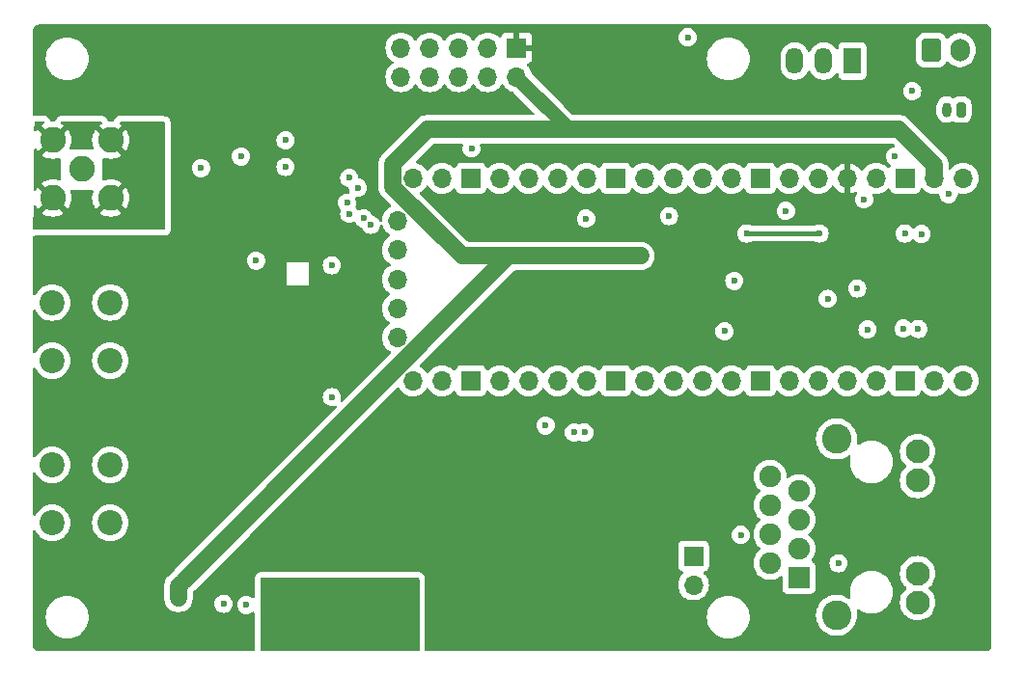
<source format=gbr>
%TF.GenerationSoftware,KiCad,Pcbnew,8.0.6*%
%TF.CreationDate,2025-01-11T15:36:53-06:00*%
%TF.ProjectId,babelfox,62616265-6c66-46f7-982e-6b696361645f,rev?*%
%TF.SameCoordinates,Original*%
%TF.FileFunction,Copper,L2,Inr*%
%TF.FilePolarity,Positive*%
%FSLAX46Y46*%
G04 Gerber Fmt 4.6, Leading zero omitted, Abs format (unit mm)*
G04 Created by KiCad (PCBNEW 8.0.6) date 2025-01-11 15:36:53*
%MOMM*%
%LPD*%
G01*
G04 APERTURE LIST*
G04 Aperture macros list*
%AMRoundRect*
0 Rectangle with rounded corners*
0 $1 Rounding radius*
0 $2 $3 $4 $5 $6 $7 $8 $9 X,Y pos of 4 corners*
0 Add a 4 corners polygon primitive as box body*
4,1,4,$2,$3,$4,$5,$6,$7,$8,$9,$2,$3,0*
0 Add four circle primitives for the rounded corners*
1,1,$1+$1,$2,$3*
1,1,$1+$1,$4,$5*
1,1,$1+$1,$6,$7*
1,1,$1+$1,$8,$9*
0 Add four rect primitives between the rounded corners*
20,1,$1+$1,$2,$3,$4,$5,0*
20,1,$1+$1,$4,$5,$6,$7,0*
20,1,$1+$1,$6,$7,$8,$9,0*
20,1,$1+$1,$8,$9,$2,$3,0*%
G04 Aperture macros list end*
%TA.AperFunction,ComponentPad*%
%ADD10O,1.700000X1.700000*%
%TD*%
%TA.AperFunction,ComponentPad*%
%ADD11R,1.700000X1.700000*%
%TD*%
%TA.AperFunction,ComponentPad*%
%ADD12R,1.900000X1.900000*%
%TD*%
%TA.AperFunction,ComponentPad*%
%ADD13C,1.900000*%
%TD*%
%TA.AperFunction,ComponentPad*%
%ADD14C,2.100000*%
%TD*%
%TA.AperFunction,ComponentPad*%
%ADD15C,2.600000*%
%TD*%
%TA.AperFunction,ComponentPad*%
%ADD16O,1.500000X2.300000*%
%TD*%
%TA.AperFunction,ComponentPad*%
%ADD17R,1.500000X2.300000*%
%TD*%
%TA.AperFunction,ComponentPad*%
%ADD18C,2.250000*%
%TD*%
%TA.AperFunction,ComponentPad*%
%ADD19O,0.800000X1.300000*%
%TD*%
%TA.AperFunction,ComponentPad*%
%ADD20RoundRect,0.200000X0.200000X0.450000X-0.200000X0.450000X-0.200000X-0.450000X0.200000X-0.450000X0*%
%TD*%
%TA.AperFunction,ComponentPad*%
%ADD21C,2.200000*%
%TD*%
%TA.AperFunction,ComponentPad*%
%ADD22O,1.700000X2.000000*%
%TD*%
%TA.AperFunction,ComponentPad*%
%ADD23RoundRect,0.250000X-0.600000X-0.750000X0.600000X-0.750000X0.600000X0.750000X-0.600000X0.750000X0*%
%TD*%
%TA.AperFunction,ViaPad*%
%ADD24C,0.600000*%
%TD*%
%TA.AperFunction,Conductor*%
%ADD25C,1.270000*%
%TD*%
%TA.AperFunction,Conductor*%
%ADD26C,1.500000*%
%TD*%
%TA.AperFunction,Conductor*%
%ADD27C,0.400000*%
%TD*%
G04 APERTURE END LIST*
D10*
%TO.N,DBUG_TX*%
%TO.C,J10*%
X160553000Y-126004000D03*
D11*
%TO.N,DBUG_RX*%
X160553000Y-123464000D03*
%TD*%
%TO.N,3v3*%
%TO.C,J3*%
X145034000Y-78862000D03*
D10*
%TO.N,5Vcc*%
X145034000Y-81402000D03*
%TO.N,UART3_TX*%
X142494000Y-78862000D03*
%TO.N,GPIO4*%
X142494000Y-81402000D03*
%TO.N,UART3_RX*%
X139954001Y-78862000D03*
%TO.N,GPIO0*%
X139954000Y-81402000D03*
%TO.N,GND*%
X137414000Y-78862000D03*
%TO.N,ADC0*%
X137414000Y-81402000D03*
%TO.N,GND*%
X134874000Y-78862000D03*
X134874000Y-81402000D03*
%TD*%
D12*
%TO.N,Net-(J5-TD+)*%
%TO.C,J5*%
X169801000Y-125370000D03*
D13*
%TO.N,GND*%
X167261000Y-124100000D03*
%TO.N,Net-(J5-TD-)*%
X169801000Y-122830000D03*
%TO.N,Net-(J5-RD+)*%
X167261000Y-121560000D03*
%TO.N,GND*%
X169801000Y-120290001D03*
%TO.N,Net-(J5-RD-)*%
X167261000Y-119020000D03*
%TO.N,unconnected-(J5-NC-Pad7)*%
X169801000Y-117750000D03*
%TO.N,GND*%
X167261000Y-116480000D03*
D14*
%TO.N,unconnected-(J5-PadL1)*%
X180211000Y-127550000D03*
%TO.N,unconnected-(J5-PadL2)*%
X180211000Y-125010000D03*
%TO.N,unconnected-(J5-PadL3)*%
X180211000Y-116840000D03*
%TO.N,unconnected-(J5-PadL4)*%
X180211001Y-114300000D03*
D15*
%TO.N,GND*%
X173101000Y-128670000D03*
X173101000Y-113180000D03*
%TD*%
D16*
%TO.N,5V_dc*%
%TO.C,U10*%
X169418000Y-80010000D03*
%TO.N,GND*%
X171957999Y-80010000D03*
D17*
%TO.N,DCin*%
X174497999Y-80010000D03*
%TD*%
D18*
%TO.N,GND*%
%TO.C,J8*%
X109423200Y-86969600D03*
X104343200Y-86969600D03*
X109423200Y-92049600D03*
X104343200Y-92049600D03*
%TO.N,Net-(J8-In)*%
X106883200Y-89509600D03*
%TD*%
D19*
%TO.N,GND*%
%TO.C,J2*%
X182778400Y-84277200D03*
D20*
%TO.N,BAT_Vcc*%
X184028399Y-84277200D03*
%TD*%
D21*
%TO.N,GND*%
%TO.C,J7*%
X104282400Y-120558400D03*
X109382400Y-120558400D03*
X104282400Y-115458400D03*
X109382400Y-115458400D03*
%TD*%
D22*
%TO.N,GND*%
%TO.C,J1*%
X183926800Y-79049600D03*
D23*
%TO.N,DCin*%
X181426800Y-79049600D03*
%TD*%
D21*
%TO.N,GND*%
%TO.C,J6*%
X104282400Y-106309000D03*
X109382400Y-106309000D03*
X104282400Y-101209000D03*
X109382400Y-101209000D03*
%TD*%
D10*
%TO.N,DBUG_TX*%
%TO.C,U2*%
X184200800Y-108077000D03*
%TO.N,DBUG_RX*%
X181660800Y-108077000D03*
D11*
%TO.N,GND*%
X179120800Y-108077000D03*
D10*
%TO.N,LTE_CTS*%
X176580800Y-108077000D03*
%TO.N,LTE_RTS*%
X174040800Y-108077000D03*
%TO.N,LTE_TX*%
X171500800Y-108077000D03*
%TO.N,LTE_RX*%
X168960800Y-108077000D03*
D11*
%TO.N,GND*%
X166420800Y-108077000D03*
D10*
%TO.N,I2C_SDA*%
X163880800Y-108077000D03*
%TO.N,I2C_SCL*%
X161340800Y-108077000D03*
%TO.N,LORA_BUSY*%
X158800800Y-108077000D03*
%TO.N,LORA_CS*%
X156260800Y-108077000D03*
D11*
%TO.N,GND*%
X153720800Y-108077000D03*
D10*
%TO.N,LORA_CLK*%
X151180800Y-108077000D03*
%TO.N,LORA_MOSI*%
X148640800Y-108077000D03*
%TO.N,LORA_MISO*%
X146100800Y-108077000D03*
%TO.N,LORA_NRST*%
X143560800Y-108077000D03*
D11*
%TO.N,GND*%
X141020800Y-108077000D03*
D10*
%TO.N,UART3_TX*%
X138480800Y-108077000D03*
%TO.N,UART3_RX*%
X135940800Y-108077000D03*
%TO.N,GPIO0*%
X135940800Y-90297000D03*
%TO.N,LNA_RXEN*%
X138480800Y-90297000D03*
D11*
%TO.N,GND*%
X141020800Y-90297000D03*
D10*
%TO.N,LNA_TXEN*%
X143560800Y-90297000D03*
%TO.N,LTE_WAKEUP*%
X146100800Y-90297000D03*
%TO.N,GPIO4*%
X148640800Y-90297000D03*
%TO.N,LORA_IRQ*%
X151180800Y-90297000D03*
D11*
%TO.N,GND*%
X153720800Y-90297000D03*
D10*
%TO.N,N/C*%
X156260800Y-90297000D03*
X158800800Y-90297000D03*
%TO.N,ADC0*%
X161340800Y-90297000D03*
%TO.N,ADC1*%
X163880800Y-90297000D03*
D11*
%TO.N,GND*%
X166420800Y-90297000D03*
D10*
%TO.N,N/C*%
X168960800Y-90297000D03*
X171500800Y-90297000D03*
%TO.N,3v3*%
X174040800Y-90297000D03*
%TO.N,unconnected-(U2-3V3_EN-Pad37)_1*%
X176580800Y-90297000D03*
D11*
%TO.N,GND*%
X179120800Y-90297000D03*
D10*
%TO.N,5Vcc*%
X181660800Y-90297000D03*
%TO.N,5V_usb*%
X184200800Y-90297000D03*
%TO.N,Net-(J5-TD+)*%
X134570800Y-104287001D03*
%TO.N,Net-(J5-TD-)*%
X134570800Y-101737000D03*
%TO.N,GND*%
X134570800Y-99187000D03*
%TO.N,Net-(J5-RD+)*%
X134570800Y-96586999D03*
%TO.N,Net-(J5-RD-)*%
X134570800Y-94037000D03*
%TD*%
D24*
%TO.N,GND*%
X180263800Y-103530400D03*
X178968400Y-103505000D03*
X179095400Y-95148400D03*
X180543200Y-95199200D03*
X124841000Y-126365000D03*
X134874000Y-126492000D03*
X130810000Y-125730000D03*
X129032000Y-125730000D03*
X129921000Y-125730000D03*
%TO.N,LORA_IRQ*%
X151130000Y-93853000D03*
%TO.N,LTE_WAKEUP*%
X122174000Y-97536000D03*
%TO.N,5Vcc*%
X115366800Y-127152400D03*
X173583600Y-86004400D03*
X165201600Y-95148400D03*
X115529108Y-125943108D03*
X155295600Y-97132551D03*
X115366800Y-126542800D03*
X155905200Y-97132551D03*
X171602400Y-95148400D03*
X154076400Y-97129600D03*
X115960907Y-125511307D03*
X154686000Y-97132551D03*
X175615600Y-86004400D03*
X174599600Y-86004400D03*
%TO.N,GND*%
X128828800Y-97942400D03*
X158394400Y-93624400D03*
X128828800Y-109524800D03*
X141071600Y-87680800D03*
X164134800Y-99314000D03*
X174904400Y-99974400D03*
X133604000Y-128117600D03*
X135940800Y-128066800D03*
X112014000Y-89052400D03*
X123494800Y-127711200D03*
X133045200Y-127558800D03*
X172313600Y-100888800D03*
X147574000Y-112014000D03*
X178206400Y-88392000D03*
X127457200Y-127609600D03*
X126492000Y-127609600D03*
X112014000Y-92354400D03*
X163271200Y-103733600D03*
X175818800Y-103581200D03*
X132232400Y-127558800D03*
X128371600Y-127609600D03*
X175514000Y-92151200D03*
X182930800Y-91694000D03*
%TO.N,3v3*%
X154736800Y-128117600D03*
X161340800Y-115976400D03*
X115083000Y-97840800D03*
X164388800Y-116078000D03*
%TO.N,BAT_Vcc*%
X168656000Y-93167200D03*
X160036000Y-77927200D03*
%TO.N,LTE_RTS*%
X130352800Y-90271600D03*
%TO.N,Net-(U3-SIM_CLK)*%
X124764800Y-89306400D03*
%TO.N,Net-(U3-SIM_VDD)*%
X117348000Y-89408000D03*
%TO.N,LTE_TX*%
X130149600Y-92456000D03*
%TO.N,LTE_RX*%
X130352800Y-93421200D03*
%TO.N,Net-(U3-SIM_RST)*%
X120853200Y-88392000D03*
%TO.N,LTE_CTS*%
X131114800Y-91135200D03*
%TO.N,Net-(U3-SIM_DATA)*%
X124764800Y-86969600D03*
%TO.N,LORA_CLK*%
X150977600Y-112623600D03*
%TO.N,LORA_IRQ*%
X150063200Y-112623600D03*
%TO.N,LNA_TXEN*%
X119329200Y-127660400D03*
X131622800Y-93827600D03*
%TO.N,LNA_RXEN*%
X121310400Y-127762000D03*
X132232400Y-94386400D03*
%TO.N,Net-(D3-K)*%
X179730400Y-82651600D03*
%TO.N,Net-(J5-TD-)*%
X173278800Y-124104400D03*
%TO.N,Net-(J5-RD-)*%
X164693600Y-121615200D03*
%TD*%
D25*
%TO.N,5Vcc*%
X149555200Y-85923200D02*
X149555200Y-86004400D01*
X145034000Y-81402000D02*
X149555200Y-85923200D01*
D26*
X137210800Y-86004400D02*
X149555200Y-86004400D01*
X149555200Y-86004400D02*
X173583600Y-86004400D01*
X155905200Y-97132551D02*
X144339664Y-97132551D01*
X115960908Y-125511307D02*
X115960907Y-125511307D01*
X134140800Y-89074400D02*
X137210800Y-86004400D01*
X140230766Y-97132551D02*
X134140800Y-91042585D01*
X144339664Y-97132551D02*
X115960908Y-125511307D01*
X175615600Y-86004400D02*
X174599600Y-86004400D01*
X173583600Y-86004400D02*
X174599600Y-86004400D01*
X134140800Y-91042585D02*
X134140800Y-89074400D01*
D27*
X171602400Y-95148400D02*
X165201600Y-95148400D01*
D26*
X115366800Y-126105415D02*
X115366800Y-126542800D01*
X178570281Y-86004400D02*
X175615600Y-86004400D01*
X115529107Y-125943108D02*
X115366800Y-126105415D01*
X181660800Y-90297000D02*
X181660800Y-89094919D01*
X115366800Y-126542800D02*
X115366800Y-127152400D01*
X144339664Y-97132551D02*
X140230766Y-97132551D01*
X115529108Y-125943108D02*
X115529107Y-125943108D01*
X181660800Y-89094919D02*
X178570281Y-86004400D01*
%TD*%
%TA.AperFunction,Conductor*%
%TO.N,3v3*%
G36*
X140264814Y-87274585D02*
G01*
X140310569Y-87327389D01*
X140320513Y-87396547D01*
X140314816Y-87419855D01*
X140286233Y-87501537D01*
X140286230Y-87501550D01*
X140266035Y-87680796D01*
X140266035Y-87680803D01*
X140286230Y-87860049D01*
X140286231Y-87860054D01*
X140345811Y-88030323D01*
X140353449Y-88042478D01*
X140441784Y-88183062D01*
X140569338Y-88310616D01*
X140659680Y-88367382D01*
X140698864Y-88392003D01*
X140722078Y-88406589D01*
X140892345Y-88466168D01*
X140892350Y-88466169D01*
X141071596Y-88486365D01*
X141071600Y-88486365D01*
X141071604Y-88486365D01*
X141250849Y-88466169D01*
X141250852Y-88466168D01*
X141250855Y-88466168D01*
X141421122Y-88406589D01*
X141573862Y-88310616D01*
X141701416Y-88183062D01*
X141797389Y-88030322D01*
X141856968Y-87860055D01*
X141866533Y-87775165D01*
X141877165Y-87680803D01*
X141877165Y-87680796D01*
X141856969Y-87501550D01*
X141856966Y-87501537D01*
X141828384Y-87419855D01*
X141824822Y-87350076D01*
X141859550Y-87289449D01*
X141921543Y-87257221D01*
X141945425Y-87254900D01*
X149456783Y-87254900D01*
X173485183Y-87254900D01*
X174501183Y-87254900D01*
X175517183Y-87254900D01*
X178000945Y-87254900D01*
X178067984Y-87274585D01*
X178088626Y-87291219D01*
X178183801Y-87386394D01*
X178217286Y-87447717D01*
X178212302Y-87517409D01*
X178170430Y-87573342D01*
X178110004Y-87597295D01*
X178027149Y-87606630D01*
X178027145Y-87606631D01*
X177856876Y-87666211D01*
X177704137Y-87762184D01*
X177576584Y-87889737D01*
X177480611Y-88042476D01*
X177421031Y-88212745D01*
X177421030Y-88212750D01*
X177400835Y-88391996D01*
X177400835Y-88392003D01*
X177421030Y-88571249D01*
X177421031Y-88571254D01*
X177480611Y-88741523D01*
X177527592Y-88816292D01*
X177576584Y-88894262D01*
X177704138Y-89021816D01*
X177773432Y-89065356D01*
X177819722Y-89117689D01*
X177830371Y-89186743D01*
X177823641Y-89213682D01*
X177777989Y-89336082D01*
X177736118Y-89392016D01*
X177670654Y-89416433D01*
X177602381Y-89401582D01*
X177574126Y-89380430D01*
X177452202Y-89258506D01*
X177452195Y-89258501D01*
X177258634Y-89122967D01*
X177258630Y-89122965D01*
X177247316Y-89117689D01*
X177044463Y-89023097D01*
X177044459Y-89023096D01*
X177044455Y-89023094D01*
X176816213Y-88961938D01*
X176816203Y-88961936D01*
X176580801Y-88941341D01*
X176580799Y-88941341D01*
X176345396Y-88961936D01*
X176345386Y-88961938D01*
X176117144Y-89023094D01*
X176117135Y-89023098D01*
X175902971Y-89122964D01*
X175902969Y-89122965D01*
X175709397Y-89258505D01*
X175542308Y-89425594D01*
X175412069Y-89611595D01*
X175357492Y-89655219D01*
X175287993Y-89662412D01*
X175225639Y-89630890D01*
X175208919Y-89611594D01*
X175078913Y-89425926D01*
X175078908Y-89425920D01*
X174911882Y-89258894D01*
X174718378Y-89123399D01*
X174504292Y-89023570D01*
X174504286Y-89023567D01*
X174290800Y-88966364D01*
X174290800Y-89852439D01*
X174237653Y-89821755D01*
X174107943Y-89787000D01*
X173973657Y-89787000D01*
X173843947Y-89821755D01*
X173790800Y-89852439D01*
X173790800Y-88966364D01*
X173790799Y-88966364D01*
X173577313Y-89023567D01*
X173577307Y-89023570D01*
X173363222Y-89123399D01*
X173363220Y-89123400D01*
X173169726Y-89258886D01*
X173169720Y-89258891D01*
X173002691Y-89425920D01*
X173002690Y-89425922D01*
X172872680Y-89611595D01*
X172818103Y-89655219D01*
X172748604Y-89662412D01*
X172686250Y-89630890D01*
X172669530Y-89611594D01*
X172539294Y-89425597D01*
X172372202Y-89258506D01*
X172372195Y-89258501D01*
X172178634Y-89122967D01*
X172178630Y-89122965D01*
X172167316Y-89117689D01*
X171964463Y-89023097D01*
X171964459Y-89023096D01*
X171964455Y-89023094D01*
X171736213Y-88961938D01*
X171736203Y-88961936D01*
X171500801Y-88941341D01*
X171500799Y-88941341D01*
X171265396Y-88961936D01*
X171265386Y-88961938D01*
X171037144Y-89023094D01*
X171037135Y-89023098D01*
X170822971Y-89122964D01*
X170822969Y-89122965D01*
X170629397Y-89258505D01*
X170462305Y-89425597D01*
X170332375Y-89611158D01*
X170277798Y-89654783D01*
X170208300Y-89661977D01*
X170145945Y-89630454D01*
X170129225Y-89611158D01*
X169999294Y-89425597D01*
X169832202Y-89258506D01*
X169832195Y-89258501D01*
X169638634Y-89122967D01*
X169638630Y-89122965D01*
X169627316Y-89117689D01*
X169424463Y-89023097D01*
X169424459Y-89023096D01*
X169424455Y-89023094D01*
X169196213Y-88961938D01*
X169196203Y-88961936D01*
X168960801Y-88941341D01*
X168960799Y-88941341D01*
X168725396Y-88961936D01*
X168725386Y-88961938D01*
X168497144Y-89023094D01*
X168497135Y-89023098D01*
X168282971Y-89122964D01*
X168282969Y-89122965D01*
X168089400Y-89258503D01*
X167967473Y-89380430D01*
X167906150Y-89413914D01*
X167836458Y-89408930D01*
X167780525Y-89367058D01*
X167763610Y-89336081D01*
X167714597Y-89204671D01*
X167714593Y-89204664D01*
X167628347Y-89089455D01*
X167628344Y-89089452D01*
X167513135Y-89003206D01*
X167513128Y-89003202D01*
X167378282Y-88952908D01*
X167378283Y-88952908D01*
X167318683Y-88946501D01*
X167318681Y-88946500D01*
X167318673Y-88946500D01*
X167318664Y-88946500D01*
X165522929Y-88946500D01*
X165522923Y-88946501D01*
X165463316Y-88952908D01*
X165328471Y-89003202D01*
X165328464Y-89003206D01*
X165213255Y-89089452D01*
X165213252Y-89089455D01*
X165127006Y-89204664D01*
X165127003Y-89204669D01*
X165077989Y-89336083D01*
X165036117Y-89392016D01*
X164970653Y-89416433D01*
X164902380Y-89401581D01*
X164874126Y-89380430D01*
X164752202Y-89258506D01*
X164752195Y-89258501D01*
X164558634Y-89122967D01*
X164558630Y-89122965D01*
X164547316Y-89117689D01*
X164344463Y-89023097D01*
X164344459Y-89023096D01*
X164344455Y-89023094D01*
X164116213Y-88961938D01*
X164116203Y-88961936D01*
X163880801Y-88941341D01*
X163880799Y-88941341D01*
X163645396Y-88961936D01*
X163645386Y-88961938D01*
X163417144Y-89023094D01*
X163417135Y-89023098D01*
X163202971Y-89122964D01*
X163202969Y-89122965D01*
X163009397Y-89258505D01*
X162842305Y-89425597D01*
X162712375Y-89611158D01*
X162657798Y-89654783D01*
X162588300Y-89661977D01*
X162525945Y-89630454D01*
X162509225Y-89611158D01*
X162379294Y-89425597D01*
X162212202Y-89258506D01*
X162212195Y-89258501D01*
X162018634Y-89122967D01*
X162018630Y-89122965D01*
X162007316Y-89117689D01*
X161804463Y-89023097D01*
X161804459Y-89023096D01*
X161804455Y-89023094D01*
X161576213Y-88961938D01*
X161576203Y-88961936D01*
X161340801Y-88941341D01*
X161340799Y-88941341D01*
X161105396Y-88961936D01*
X161105386Y-88961938D01*
X160877144Y-89023094D01*
X160877135Y-89023098D01*
X160662971Y-89122964D01*
X160662969Y-89122965D01*
X160469397Y-89258505D01*
X160302305Y-89425597D01*
X160172375Y-89611158D01*
X160117798Y-89654783D01*
X160048300Y-89661977D01*
X159985945Y-89630454D01*
X159969225Y-89611158D01*
X159839294Y-89425597D01*
X159672202Y-89258506D01*
X159672195Y-89258501D01*
X159478634Y-89122967D01*
X159478630Y-89122965D01*
X159467316Y-89117689D01*
X159264463Y-89023097D01*
X159264459Y-89023096D01*
X159264455Y-89023094D01*
X159036213Y-88961938D01*
X159036203Y-88961936D01*
X158800801Y-88941341D01*
X158800799Y-88941341D01*
X158565396Y-88961936D01*
X158565386Y-88961938D01*
X158337144Y-89023094D01*
X158337135Y-89023098D01*
X158122971Y-89122964D01*
X158122969Y-89122965D01*
X157929397Y-89258505D01*
X157762305Y-89425597D01*
X157632375Y-89611158D01*
X157577798Y-89654783D01*
X157508300Y-89661977D01*
X157445945Y-89630454D01*
X157429225Y-89611158D01*
X157299294Y-89425597D01*
X157132202Y-89258506D01*
X157132195Y-89258501D01*
X156938634Y-89122967D01*
X156938630Y-89122965D01*
X156927316Y-89117689D01*
X156724463Y-89023097D01*
X156724459Y-89023096D01*
X156724455Y-89023094D01*
X156496213Y-88961938D01*
X156496203Y-88961936D01*
X156260801Y-88941341D01*
X156260799Y-88941341D01*
X156025396Y-88961936D01*
X156025386Y-88961938D01*
X155797144Y-89023094D01*
X155797135Y-89023098D01*
X155582971Y-89122964D01*
X155582969Y-89122965D01*
X155389400Y-89258503D01*
X155267473Y-89380430D01*
X155206150Y-89413914D01*
X155136458Y-89408930D01*
X155080525Y-89367058D01*
X155063610Y-89336081D01*
X155014597Y-89204671D01*
X155014593Y-89204664D01*
X154928347Y-89089455D01*
X154928344Y-89089452D01*
X154813135Y-89003206D01*
X154813128Y-89003202D01*
X154678282Y-88952908D01*
X154678283Y-88952908D01*
X154618683Y-88946501D01*
X154618681Y-88946500D01*
X154618673Y-88946500D01*
X154618664Y-88946500D01*
X152822929Y-88946500D01*
X152822923Y-88946501D01*
X152763316Y-88952908D01*
X152628471Y-89003202D01*
X152628464Y-89003206D01*
X152513255Y-89089452D01*
X152513252Y-89089455D01*
X152427006Y-89204664D01*
X152427003Y-89204669D01*
X152377989Y-89336083D01*
X152336117Y-89392016D01*
X152270653Y-89416433D01*
X152202380Y-89401581D01*
X152174126Y-89380430D01*
X152052202Y-89258506D01*
X152052195Y-89258501D01*
X151858634Y-89122967D01*
X151858630Y-89122965D01*
X151847316Y-89117689D01*
X151644463Y-89023097D01*
X151644459Y-89023096D01*
X151644455Y-89023094D01*
X151416213Y-88961938D01*
X151416203Y-88961936D01*
X151180801Y-88941341D01*
X151180799Y-88941341D01*
X150945396Y-88961936D01*
X150945386Y-88961938D01*
X150717144Y-89023094D01*
X150717135Y-89023098D01*
X150502971Y-89122964D01*
X150502969Y-89122965D01*
X150309397Y-89258505D01*
X150142305Y-89425597D01*
X150012375Y-89611158D01*
X149957798Y-89654783D01*
X149888300Y-89661977D01*
X149825945Y-89630454D01*
X149809225Y-89611158D01*
X149679294Y-89425597D01*
X149512202Y-89258506D01*
X149512195Y-89258501D01*
X149318634Y-89122967D01*
X149318630Y-89122965D01*
X149307316Y-89117689D01*
X149104463Y-89023097D01*
X149104459Y-89023096D01*
X149104455Y-89023094D01*
X148876213Y-88961938D01*
X148876203Y-88961936D01*
X148640801Y-88941341D01*
X148640799Y-88941341D01*
X148405396Y-88961936D01*
X148405386Y-88961938D01*
X148177144Y-89023094D01*
X148177135Y-89023098D01*
X147962971Y-89122964D01*
X147962969Y-89122965D01*
X147769397Y-89258505D01*
X147602305Y-89425597D01*
X147472375Y-89611158D01*
X147417798Y-89654783D01*
X147348300Y-89661977D01*
X147285945Y-89630454D01*
X147269225Y-89611158D01*
X147139294Y-89425597D01*
X146972202Y-89258506D01*
X146972195Y-89258501D01*
X146778634Y-89122967D01*
X146778630Y-89122965D01*
X146767316Y-89117689D01*
X146564463Y-89023097D01*
X146564459Y-89023096D01*
X146564455Y-89023094D01*
X146336213Y-88961938D01*
X146336203Y-88961936D01*
X146100801Y-88941341D01*
X146100799Y-88941341D01*
X145865396Y-88961936D01*
X145865386Y-88961938D01*
X145637144Y-89023094D01*
X145637135Y-89023098D01*
X145422971Y-89122964D01*
X145422969Y-89122965D01*
X145229397Y-89258505D01*
X145062305Y-89425597D01*
X144932375Y-89611158D01*
X144877798Y-89654783D01*
X144808300Y-89661977D01*
X144745945Y-89630454D01*
X144729225Y-89611158D01*
X144599294Y-89425597D01*
X144432202Y-89258506D01*
X144432195Y-89258501D01*
X144238634Y-89122967D01*
X144238630Y-89122965D01*
X144227316Y-89117689D01*
X144024463Y-89023097D01*
X144024459Y-89023096D01*
X144024455Y-89023094D01*
X143796213Y-88961938D01*
X143796203Y-88961936D01*
X143560801Y-88941341D01*
X143560799Y-88941341D01*
X143325396Y-88961936D01*
X143325386Y-88961938D01*
X143097144Y-89023094D01*
X143097135Y-89023098D01*
X142882971Y-89122964D01*
X142882969Y-89122965D01*
X142689400Y-89258503D01*
X142567473Y-89380430D01*
X142506150Y-89413914D01*
X142436458Y-89408930D01*
X142380525Y-89367058D01*
X142363610Y-89336081D01*
X142314597Y-89204671D01*
X142314593Y-89204664D01*
X142228347Y-89089455D01*
X142228344Y-89089452D01*
X142113135Y-89003206D01*
X142113128Y-89003202D01*
X141978282Y-88952908D01*
X141978283Y-88952908D01*
X141918683Y-88946501D01*
X141918681Y-88946500D01*
X141918673Y-88946500D01*
X141918664Y-88946500D01*
X140122929Y-88946500D01*
X140122923Y-88946501D01*
X140063316Y-88952908D01*
X139928471Y-89003202D01*
X139928464Y-89003206D01*
X139813255Y-89089452D01*
X139813252Y-89089455D01*
X139727006Y-89204664D01*
X139727003Y-89204669D01*
X139677989Y-89336083D01*
X139636117Y-89392016D01*
X139570653Y-89416433D01*
X139502380Y-89401581D01*
X139474126Y-89380430D01*
X139352202Y-89258506D01*
X139352195Y-89258501D01*
X139158634Y-89122967D01*
X139158630Y-89122965D01*
X139147316Y-89117689D01*
X138944463Y-89023097D01*
X138944459Y-89023096D01*
X138944455Y-89023094D01*
X138716213Y-88961938D01*
X138716203Y-88961936D01*
X138480801Y-88941341D01*
X138480799Y-88941341D01*
X138245396Y-88961936D01*
X138245386Y-88961938D01*
X138017144Y-89023094D01*
X138017135Y-89023098D01*
X137802971Y-89122964D01*
X137802969Y-89122965D01*
X137609397Y-89258505D01*
X137442305Y-89425597D01*
X137312375Y-89611158D01*
X137257798Y-89654783D01*
X137188300Y-89661977D01*
X137125945Y-89630454D01*
X137109225Y-89611158D01*
X136979294Y-89425597D01*
X136812202Y-89258506D01*
X136812195Y-89258501D01*
X136618634Y-89122967D01*
X136618630Y-89122965D01*
X136607316Y-89117689D01*
X136404463Y-89023097D01*
X136404459Y-89023096D01*
X136404455Y-89023094D01*
X136261836Y-88984880D01*
X136202175Y-88948515D01*
X136171646Y-88885668D01*
X136179941Y-88816292D01*
X136206245Y-88777427D01*
X137692455Y-87291219D01*
X137753778Y-87257734D01*
X137780136Y-87254900D01*
X140197775Y-87254900D01*
X140264814Y-87274585D01*
G37*
%TD.AperFunction*%
%TA.AperFunction,Conductor*%
G36*
X186193098Y-76795749D02*
G01*
X186287595Y-76807023D01*
X186314501Y-76813336D01*
X186398085Y-76843104D01*
X186422920Y-76855219D01*
X186497832Y-76902765D01*
X186519365Y-76920078D01*
X186581888Y-76983043D01*
X186599053Y-77004701D01*
X186646066Y-77079943D01*
X186658009Y-77104872D01*
X186687184Y-77188655D01*
X186693308Y-77215610D01*
X186703970Y-77310660D01*
X186704743Y-77324483D01*
X186704743Y-131311071D01*
X186703970Y-131324894D01*
X186693303Y-131419989D01*
X186687179Y-131446944D01*
X186658005Y-131530724D01*
X186646062Y-131555653D01*
X186599049Y-131630894D01*
X186581879Y-131652559D01*
X186522403Y-131712456D01*
X186519369Y-131715511D01*
X186497827Y-131732832D01*
X186422923Y-131780373D01*
X186398076Y-131792493D01*
X186314501Y-131822257D01*
X186287590Y-131828571D01*
X186193068Y-131839848D01*
X186178367Y-131840721D01*
X137129089Y-131836456D01*
X137062051Y-131816766D01*
X137016301Y-131763958D01*
X137005100Y-131712456D01*
X137005100Y-128833998D01*
X161727709Y-128833998D01*
X161727709Y-128834001D01*
X161746848Y-129101594D01*
X161746849Y-129101601D01*
X161803872Y-129363734D01*
X161897627Y-129615102D01*
X161897629Y-129615106D01*
X162026195Y-129850556D01*
X162026200Y-129850564D01*
X162186964Y-130065321D01*
X162186980Y-130065339D01*
X162376660Y-130255019D01*
X162376678Y-130255035D01*
X162591435Y-130415799D01*
X162591443Y-130415804D01*
X162826893Y-130544370D01*
X162826897Y-130544372D01*
X162826899Y-130544373D01*
X163078261Y-130638126D01*
X163078264Y-130638126D01*
X163078265Y-130638127D01*
X163276126Y-130681168D01*
X163340407Y-130695152D01*
X163587385Y-130712816D01*
X163607999Y-130714291D01*
X163608000Y-130714291D01*
X163608001Y-130714291D01*
X163627140Y-130712922D01*
X163875593Y-130695152D01*
X164137739Y-130638126D01*
X164389101Y-130544373D01*
X164624562Y-130415801D01*
X164839329Y-130255029D01*
X165029029Y-130065329D01*
X165189801Y-129850562D01*
X165318373Y-129615101D01*
X165412126Y-129363739D01*
X165469152Y-129101593D01*
X165488291Y-128834000D01*
X165476561Y-128669995D01*
X171295451Y-128669995D01*
X171295451Y-128670004D01*
X171315616Y-128939101D01*
X171353549Y-129105294D01*
X171375666Y-129202195D01*
X171474257Y-129453398D01*
X171609185Y-129687102D01*
X171622429Y-129703709D01*
X171777442Y-129898089D01*
X171957677Y-130065321D01*
X171975259Y-130081635D01*
X172198226Y-130233651D01*
X172441359Y-130350738D01*
X172699228Y-130430280D01*
X172699229Y-130430280D01*
X172699232Y-130430281D01*
X172966063Y-130470499D01*
X172966068Y-130470499D01*
X172966071Y-130470500D01*
X172966072Y-130470500D01*
X173235928Y-130470500D01*
X173235929Y-130470500D01*
X173235936Y-130470499D01*
X173502767Y-130430281D01*
X173502768Y-130430280D01*
X173502772Y-130430280D01*
X173760641Y-130350738D01*
X174003775Y-130233651D01*
X174226741Y-130081635D01*
X174424561Y-129898085D01*
X174592815Y-129687102D01*
X174727743Y-129453398D01*
X174826334Y-129202195D01*
X174886383Y-128939103D01*
X174906549Y-128670000D01*
X174905032Y-128649759D01*
X174889746Y-128445769D01*
X174886383Y-128400897D01*
X174861313Y-128291058D01*
X174865586Y-128221322D01*
X174906884Y-128164964D01*
X174972096Y-128139880D01*
X175040517Y-128154034D01*
X175057690Y-128165091D01*
X175092342Y-128191680D01*
X175106792Y-128202768D01*
X175319708Y-128325695D01*
X175546847Y-128419779D01*
X175784323Y-128483410D01*
X176028073Y-128515501D01*
X176028080Y-128515501D01*
X176273920Y-128515501D01*
X176273927Y-128515501D01*
X176517677Y-128483410D01*
X176755153Y-128419779D01*
X176982292Y-128325695D01*
X177195208Y-128202768D01*
X177390256Y-128053102D01*
X177564101Y-127879257D01*
X177713767Y-127684209D01*
X177836694Y-127471293D01*
X177930778Y-127244154D01*
X177994409Y-127006678D01*
X178026500Y-126762928D01*
X178026500Y-126517074D01*
X177994409Y-126273324D01*
X177930778Y-126035848D01*
X177918825Y-126006992D01*
X177884521Y-125924173D01*
X177836694Y-125808709D01*
X177713767Y-125595793D01*
X177633059Y-125490612D01*
X177564102Y-125400746D01*
X177564096Y-125400739D01*
X177390261Y-125226904D01*
X177390254Y-125226898D01*
X177195212Y-125077237D01*
X177195211Y-125077236D01*
X177195208Y-125077234D01*
X177078755Y-125010000D01*
X178655706Y-125010000D01*
X178674853Y-125253297D01*
X178674853Y-125253300D01*
X178674854Y-125253302D01*
X178717968Y-125432883D01*
X178731830Y-125490619D01*
X178825222Y-125716089D01*
X178952737Y-125924173D01*
X178952738Y-125924176D01*
X178952741Y-125924179D01*
X179111241Y-126109759D01*
X179179250Y-126167844D01*
X179200168Y-126185710D01*
X179238361Y-126244217D01*
X179238859Y-126314085D01*
X179201505Y-126373131D01*
X179200168Y-126374290D01*
X179111241Y-126450241D01*
X178952738Y-126635823D01*
X178952737Y-126635826D01*
X178825222Y-126843910D01*
X178731830Y-127069380D01*
X178674853Y-127306702D01*
X178655706Y-127550000D01*
X178674853Y-127793297D01*
X178674853Y-127793300D01*
X178674854Y-127793302D01*
X178716567Y-127967048D01*
X178731830Y-128030619D01*
X178825222Y-128256089D01*
X178952737Y-128464173D01*
X178952738Y-128464176D01*
X178972905Y-128487788D01*
X179111241Y-128649759D01*
X179254897Y-128772453D01*
X179296823Y-128808261D01*
X179296826Y-128808262D01*
X179504910Y-128935777D01*
X179730381Y-129029169D01*
X179730378Y-129029169D01*
X179730384Y-129029170D01*
X179730388Y-129029172D01*
X179967698Y-129086146D01*
X180211000Y-129105294D01*
X180454302Y-129086146D01*
X180691612Y-129029172D01*
X180917089Y-128935777D01*
X181125179Y-128808259D01*
X181310759Y-128649759D01*
X181469259Y-128464179D01*
X181596777Y-128256089D01*
X181690172Y-128030612D01*
X181747146Y-127793302D01*
X181766294Y-127550000D01*
X181747146Y-127306698D01*
X181690172Y-127069388D01*
X181664193Y-127006669D01*
X181596777Y-126843910D01*
X181469262Y-126635826D01*
X181469261Y-126635823D01*
X181367845Y-126517080D01*
X181310759Y-126450241D01*
X181310757Y-126450239D01*
X181310756Y-126450238D01*
X181221832Y-126374290D01*
X181183638Y-126315784D01*
X181183139Y-126245916D01*
X181220493Y-126186869D01*
X181221832Y-126185710D01*
X181253276Y-126158853D01*
X181310759Y-126109759D01*
X181469259Y-125924179D01*
X181596777Y-125716089D01*
X181690172Y-125490612D01*
X181747146Y-125253302D01*
X181766294Y-125010000D01*
X181747146Y-124766698D01*
X181690172Y-124529388D01*
X181658914Y-124453923D01*
X181596777Y-124303910D01*
X181469262Y-124095826D01*
X181469261Y-124095823D01*
X181367098Y-123976206D01*
X181310759Y-123910241D01*
X181168141Y-123788434D01*
X181125176Y-123751738D01*
X181125173Y-123751737D01*
X180917089Y-123624222D01*
X180691618Y-123530830D01*
X180691621Y-123530830D01*
X180585992Y-123505470D01*
X180454302Y-123473854D01*
X180454300Y-123473853D01*
X180454297Y-123473853D01*
X180211000Y-123454706D01*
X179967702Y-123473853D01*
X179967698Y-123473854D01*
X179764127Y-123522728D01*
X179730380Y-123530830D01*
X179504910Y-123624222D01*
X179296826Y-123751737D01*
X179296823Y-123751738D01*
X179111241Y-123910241D01*
X178952738Y-124095823D01*
X178952737Y-124095826D01*
X178825222Y-124303910D01*
X178731830Y-124529380D01*
X178731828Y-124529387D01*
X178731828Y-124529388D01*
X178725085Y-124557476D01*
X178674853Y-124766702D01*
X178655706Y-125010000D01*
X177078755Y-125010000D01*
X176982292Y-124954307D01*
X176913439Y-124925787D01*
X176755162Y-124860226D01*
X176755155Y-124860224D01*
X176755153Y-124860223D01*
X176517677Y-124796592D01*
X176476939Y-124791228D01*
X176273934Y-124764501D01*
X176273927Y-124764501D01*
X176028073Y-124764501D01*
X176028065Y-124764501D01*
X175796059Y-124795046D01*
X175784323Y-124796592D01*
X175589923Y-124848681D01*
X175546847Y-124860223D01*
X175546837Y-124860226D01*
X175319714Y-124954304D01*
X175319705Y-124954308D01*
X175106787Y-125077237D01*
X174911745Y-125226898D01*
X174911738Y-125226904D01*
X174737903Y-125400739D01*
X174737897Y-125400746D01*
X174588236Y-125595788D01*
X174465307Y-125808706D01*
X174465303Y-125808715D01*
X174371225Y-126035838D01*
X174371222Y-126035848D01*
X174316678Y-126239413D01*
X174307592Y-126273321D01*
X174307590Y-126273332D01*
X174275500Y-126517066D01*
X174275500Y-126762935D01*
X174294826Y-126909720D01*
X174307591Y-127006678D01*
X174317188Y-127042493D01*
X174321681Y-127059262D01*
X174320018Y-127129112D01*
X174280855Y-127186974D01*
X174216626Y-127214478D01*
X174147724Y-127202891D01*
X174132060Y-127193812D01*
X174003775Y-127106349D01*
X174003769Y-127106346D01*
X174003768Y-127106345D01*
X174003767Y-127106344D01*
X173760643Y-126989263D01*
X173760645Y-126989263D01*
X173502773Y-126909720D01*
X173502767Y-126909718D01*
X173235936Y-126869500D01*
X173235929Y-126869500D01*
X172966071Y-126869500D01*
X172966063Y-126869500D01*
X172699232Y-126909718D01*
X172699226Y-126909720D01*
X172441358Y-126989262D01*
X172198230Y-127106346D01*
X171975258Y-127258365D01*
X171777442Y-127441910D01*
X171609185Y-127652898D01*
X171474258Y-127886599D01*
X171474256Y-127886603D01*
X171375666Y-128137804D01*
X171375664Y-128137811D01*
X171315616Y-128400898D01*
X171295451Y-128669995D01*
X165476561Y-128669995D01*
X165469152Y-128566407D01*
X165446913Y-128464176D01*
X165412127Y-128304265D01*
X165394158Y-128256089D01*
X165318373Y-128052899D01*
X165306203Y-128030612D01*
X165189804Y-127817443D01*
X165189799Y-127817435D01*
X165029035Y-127602678D01*
X165029019Y-127602660D01*
X164839339Y-127412980D01*
X164839321Y-127412964D01*
X164624564Y-127252200D01*
X164624556Y-127252195D01*
X164389106Y-127123629D01*
X164389102Y-127123627D01*
X164137734Y-127029872D01*
X163875601Y-126972849D01*
X163875594Y-126972848D01*
X163608001Y-126953709D01*
X163607999Y-126953709D01*
X163340405Y-126972848D01*
X163340398Y-126972849D01*
X163078265Y-127029872D01*
X162826897Y-127123627D01*
X162826893Y-127123629D01*
X162591443Y-127252195D01*
X162591435Y-127252200D01*
X162376678Y-127412964D01*
X162376660Y-127412980D01*
X162186980Y-127602660D01*
X162186964Y-127602678D01*
X162026200Y-127817435D01*
X162026195Y-127817443D01*
X161897629Y-128052893D01*
X161897627Y-128052897D01*
X161803872Y-128304265D01*
X161746849Y-128566398D01*
X161746848Y-128566405D01*
X161727709Y-128833998D01*
X137005100Y-128833998D01*
X137005100Y-126003999D01*
X159197341Y-126003999D01*
X159197341Y-126004000D01*
X159217936Y-126239403D01*
X159217938Y-126239413D01*
X159279094Y-126467655D01*
X159279096Y-126467659D01*
X159279097Y-126467663D01*
X159357511Y-126635821D01*
X159378965Y-126681830D01*
X159378967Y-126681834D01*
X159435750Y-126762928D01*
X159514505Y-126875401D01*
X159681599Y-127042495D01*
X159772785Y-127106344D01*
X159875165Y-127178032D01*
X159875167Y-127178033D01*
X159875170Y-127178035D01*
X160089337Y-127277903D01*
X160317592Y-127339063D01*
X160505918Y-127355539D01*
X160552999Y-127359659D01*
X160553000Y-127359659D01*
X160553001Y-127359659D01*
X160592234Y-127356226D01*
X160788408Y-127339063D01*
X161016663Y-127277903D01*
X161230830Y-127178035D01*
X161424401Y-127042495D01*
X161591495Y-126875401D01*
X161727035Y-126681830D01*
X161826903Y-126467663D01*
X161888063Y-126239408D01*
X161908659Y-126004000D01*
X161888063Y-125768592D01*
X161826903Y-125540337D01*
X161727035Y-125326171D01*
X161721644Y-125318472D01*
X161591496Y-125132600D01*
X161536130Y-125077234D01*
X161469567Y-125010671D01*
X161436084Y-124949351D01*
X161441068Y-124879659D01*
X161482939Y-124823725D01*
X161513915Y-124806810D01*
X161645331Y-124757796D01*
X161760546Y-124671546D01*
X161846796Y-124556331D01*
X161897091Y-124421483D01*
X161903500Y-124361873D01*
X161903499Y-122566128D01*
X161897091Y-122506517D01*
X161877492Y-122453970D01*
X161846797Y-122371671D01*
X161846793Y-122371664D01*
X161760547Y-122256455D01*
X161760544Y-122256452D01*
X161645335Y-122170206D01*
X161645328Y-122170202D01*
X161510482Y-122119908D01*
X161510483Y-122119908D01*
X161450883Y-122113501D01*
X161450881Y-122113500D01*
X161450873Y-122113500D01*
X161450864Y-122113500D01*
X159655129Y-122113500D01*
X159655123Y-122113501D01*
X159595516Y-122119908D01*
X159460671Y-122170202D01*
X159460664Y-122170206D01*
X159345455Y-122256452D01*
X159345452Y-122256455D01*
X159259206Y-122371664D01*
X159259202Y-122371671D01*
X159208908Y-122506517D01*
X159202501Y-122566116D01*
X159202501Y-122566123D01*
X159202500Y-122566135D01*
X159202500Y-124361870D01*
X159202501Y-124361876D01*
X159208908Y-124421483D01*
X159259202Y-124556328D01*
X159259206Y-124556335D01*
X159345452Y-124671544D01*
X159345455Y-124671547D01*
X159460664Y-124757793D01*
X159460671Y-124757797D01*
X159592081Y-124806810D01*
X159648015Y-124848681D01*
X159672432Y-124914145D01*
X159657580Y-124982418D01*
X159636430Y-125010673D01*
X159514503Y-125132600D01*
X159378965Y-125326169D01*
X159378964Y-125326171D01*
X159279098Y-125540335D01*
X159279094Y-125540344D01*
X159217938Y-125768586D01*
X159217936Y-125768596D01*
X159197341Y-126003999D01*
X137005100Y-126003999D01*
X137005100Y-125498410D01*
X137005100Y-125498400D01*
X136993547Y-125390944D01*
X136982341Y-125339433D01*
X136977926Y-125326169D01*
X136948216Y-125236902D01*
X136948213Y-125236896D01*
X136905754Y-125170830D01*
X136870425Y-125115857D01*
X136836961Y-125077237D01*
X136824676Y-125063059D01*
X136824672Y-125063056D01*
X136824670Y-125063053D01*
X136715936Y-124968833D01*
X136715933Y-124968831D01*
X136715931Y-124968830D01*
X136585065Y-124909064D01*
X136585060Y-124909062D01*
X136585059Y-124909062D01*
X136518020Y-124889377D01*
X136518022Y-124889377D01*
X136518017Y-124889376D01*
X136455947Y-124880452D01*
X136375600Y-124868900D01*
X122653600Y-124868900D01*
X122653591Y-124868900D01*
X122653590Y-124868901D01*
X122546149Y-124880452D01*
X122546137Y-124880454D01*
X122494627Y-124891660D01*
X122392102Y-124925783D01*
X122392096Y-124925786D01*
X122271062Y-125003571D01*
X122271051Y-125003579D01*
X122218259Y-125049323D01*
X122124033Y-125158064D01*
X122124030Y-125158068D01*
X122064264Y-125288934D01*
X122044576Y-125355982D01*
X122039549Y-125390949D01*
X122024102Y-125498390D01*
X122024100Y-125498401D01*
X122024100Y-127044260D01*
X122004415Y-127111299D01*
X121951611Y-127157054D01*
X121882453Y-127166998D01*
X121818897Y-127137973D01*
X121812788Y-127132285D01*
X121812662Y-127132184D01*
X121659923Y-127036211D01*
X121489654Y-126976631D01*
X121489649Y-126976630D01*
X121310404Y-126956435D01*
X121310396Y-126956435D01*
X121131150Y-126976630D01*
X121131145Y-126976631D01*
X120960876Y-127036211D01*
X120808137Y-127132184D01*
X120680584Y-127259737D01*
X120584611Y-127412476D01*
X120525031Y-127582745D01*
X120525030Y-127582750D01*
X120504835Y-127761996D01*
X120504835Y-127762003D01*
X120525030Y-127941249D01*
X120525031Y-127941254D01*
X120584611Y-128111523D01*
X120653981Y-128221924D01*
X120680584Y-128264262D01*
X120808138Y-128391816D01*
X120852641Y-128419779D01*
X120953905Y-128483408D01*
X120960878Y-128487789D01*
X121131145Y-128547368D01*
X121131150Y-128547369D01*
X121310396Y-128567565D01*
X121310400Y-128567565D01*
X121310404Y-128567565D01*
X121489649Y-128547369D01*
X121489652Y-128547368D01*
X121489655Y-128547368D01*
X121659922Y-128487789D01*
X121812662Y-128391816D01*
X121812666Y-128391811D01*
X121818105Y-128387475D01*
X121818926Y-128388505D01*
X121873742Y-128358574D01*
X121943434Y-128363558D01*
X121999367Y-128405430D01*
X122023784Y-128470894D01*
X122024100Y-128479740D01*
X122024100Y-131711131D01*
X122004415Y-131778170D01*
X121951611Y-131823925D01*
X121900089Y-131835131D01*
X103134751Y-131833500D01*
X103120136Y-131832634D01*
X103026073Y-131821461D01*
X102999274Y-131815203D01*
X102916028Y-131785698D01*
X102891274Y-131773685D01*
X102816578Y-131726541D01*
X102795084Y-131709363D01*
X102732636Y-131646915D01*
X102715459Y-131625422D01*
X102668312Y-131550721D01*
X102656301Y-131525970D01*
X102626796Y-131442723D01*
X102620539Y-131415930D01*
X102609364Y-131321857D01*
X102608498Y-131307247D01*
X102608166Y-128833998D01*
X103727709Y-128833998D01*
X103727709Y-128834001D01*
X103746848Y-129101594D01*
X103746849Y-129101601D01*
X103803872Y-129363734D01*
X103897627Y-129615102D01*
X103897629Y-129615106D01*
X104026195Y-129850556D01*
X104026200Y-129850564D01*
X104186964Y-130065321D01*
X104186980Y-130065339D01*
X104376660Y-130255019D01*
X104376678Y-130255035D01*
X104591435Y-130415799D01*
X104591443Y-130415804D01*
X104826893Y-130544370D01*
X104826897Y-130544372D01*
X104826899Y-130544373D01*
X105078261Y-130638126D01*
X105078264Y-130638126D01*
X105078265Y-130638127D01*
X105276126Y-130681168D01*
X105340407Y-130695152D01*
X105587385Y-130712816D01*
X105607999Y-130714291D01*
X105608000Y-130714291D01*
X105608001Y-130714291D01*
X105627140Y-130712922D01*
X105875593Y-130695152D01*
X106137739Y-130638126D01*
X106389101Y-130544373D01*
X106624562Y-130415801D01*
X106839329Y-130255029D01*
X107029029Y-130065329D01*
X107189801Y-129850562D01*
X107318373Y-129615101D01*
X107412126Y-129363739D01*
X107469152Y-129101593D01*
X107488291Y-128834000D01*
X107469152Y-128566407D01*
X107446913Y-128464176D01*
X107412127Y-128304265D01*
X107394158Y-128256089D01*
X107318373Y-128052899D01*
X107306203Y-128030612D01*
X107189804Y-127817443D01*
X107189799Y-127817435D01*
X107029035Y-127602678D01*
X107029019Y-127602660D01*
X106839339Y-127412980D01*
X106839321Y-127412964D01*
X106624564Y-127252200D01*
X106624556Y-127252195D01*
X106389106Y-127123629D01*
X106389102Y-127123627D01*
X106137734Y-127029872D01*
X105875601Y-126972849D01*
X105875594Y-126972848D01*
X105608001Y-126953709D01*
X105607999Y-126953709D01*
X105340405Y-126972848D01*
X105340398Y-126972849D01*
X105078265Y-127029872D01*
X104826897Y-127123627D01*
X104826893Y-127123629D01*
X104591443Y-127252195D01*
X104591435Y-127252200D01*
X104376678Y-127412964D01*
X104376660Y-127412980D01*
X104186980Y-127602660D01*
X104186964Y-127602678D01*
X104026200Y-127817435D01*
X104026195Y-127817443D01*
X103897629Y-128052893D01*
X103897627Y-128052897D01*
X103803872Y-128304265D01*
X103746849Y-128566398D01*
X103746848Y-128566405D01*
X103727709Y-128833998D01*
X102608166Y-128833998D01*
X102608084Y-128221322D01*
X102607787Y-126006992D01*
X114116300Y-126006992D01*
X114116300Y-127250822D01*
X114147090Y-127445226D01*
X114207917Y-127632429D01*
X114273935Y-127761996D01*
X114297276Y-127807805D01*
X114412972Y-127967046D01*
X114552154Y-128106228D01*
X114711395Y-128221924D01*
X114778448Y-128256089D01*
X114886770Y-128311282D01*
X114886772Y-128311282D01*
X114886775Y-128311284D01*
X114987117Y-128343887D01*
X115073973Y-128372109D01*
X115268378Y-128402900D01*
X115268383Y-128402900D01*
X115465222Y-128402900D01*
X115659626Y-128372109D01*
X115701282Y-128358574D01*
X115846825Y-128311284D01*
X116022205Y-128221924D01*
X116181446Y-128106228D01*
X116320628Y-127967046D01*
X116436324Y-127807805D01*
X116511432Y-127660396D01*
X118523635Y-127660396D01*
X118523635Y-127660403D01*
X118543830Y-127839649D01*
X118543831Y-127839654D01*
X118603411Y-128009923D01*
X118667251Y-128111523D01*
X118699384Y-128162662D01*
X118826938Y-128290216D01*
X118979678Y-128386189D01*
X119075670Y-128419778D01*
X119149945Y-128445768D01*
X119149950Y-128445769D01*
X119329196Y-128465965D01*
X119329200Y-128465965D01*
X119329204Y-128465965D01*
X119508449Y-128445769D01*
X119508452Y-128445768D01*
X119508455Y-128445768D01*
X119678722Y-128386189D01*
X119831462Y-128290216D01*
X119959016Y-128162662D01*
X120054989Y-128009922D01*
X120114568Y-127839655D01*
X120117071Y-127817443D01*
X120134765Y-127660403D01*
X120134765Y-127660396D01*
X120114569Y-127481150D01*
X120114568Y-127481145D01*
X120064851Y-127339063D01*
X120054989Y-127310878D01*
X120034269Y-127277903D01*
X119987136Y-127202891D01*
X119959016Y-127158138D01*
X119831462Y-127030584D01*
X119793402Y-127006669D01*
X119678723Y-126934611D01*
X119508454Y-126875031D01*
X119508449Y-126875030D01*
X119329204Y-126854835D01*
X119329196Y-126854835D01*
X119149950Y-126875030D01*
X119149945Y-126875031D01*
X118979676Y-126934611D01*
X118826937Y-127030584D01*
X118699384Y-127158137D01*
X118603411Y-127310876D01*
X118543831Y-127481145D01*
X118543830Y-127481150D01*
X118523635Y-127660396D01*
X116511432Y-127660396D01*
X116525684Y-127632425D01*
X116586509Y-127445226D01*
X116594743Y-127393238D01*
X116617300Y-127250822D01*
X116617300Y-126643293D01*
X116636985Y-126576254D01*
X116668409Y-126542979D01*
X116775554Y-126465135D01*
X121625492Y-121615196D01*
X163888035Y-121615196D01*
X163888035Y-121615203D01*
X163908230Y-121794449D01*
X163908231Y-121794454D01*
X163967811Y-121964723D01*
X164061295Y-122113501D01*
X164063784Y-122117462D01*
X164191338Y-122245016D01*
X164344078Y-122340989D01*
X164514345Y-122400568D01*
X164514350Y-122400569D01*
X164693596Y-122420765D01*
X164693600Y-122420765D01*
X164693604Y-122420765D01*
X164872849Y-122400569D01*
X164872852Y-122400568D01*
X164872855Y-122400568D01*
X165043122Y-122340989D01*
X165195862Y-122245016D01*
X165323416Y-122117462D01*
X165419389Y-121964722D01*
X165478968Y-121794455D01*
X165482943Y-121759175D01*
X165499165Y-121615203D01*
X165499165Y-121615196D01*
X165478969Y-121435950D01*
X165478968Y-121435945D01*
X165438301Y-121319725D01*
X165419389Y-121265678D01*
X165382469Y-121206921D01*
X165368048Y-121183970D01*
X165323416Y-121112938D01*
X165195862Y-120985384D01*
X165191637Y-120982729D01*
X165043123Y-120889411D01*
X164872854Y-120829831D01*
X164872849Y-120829830D01*
X164693604Y-120809635D01*
X164693596Y-120809635D01*
X164514350Y-120829830D01*
X164514345Y-120829831D01*
X164344076Y-120889411D01*
X164191337Y-120985384D01*
X164063784Y-121112937D01*
X163967811Y-121265676D01*
X163908231Y-121435945D01*
X163908230Y-121435950D01*
X163888035Y-121615196D01*
X121625492Y-121615196D01*
X126760693Y-116479994D01*
X165805529Y-116479994D01*
X165805529Y-116480005D01*
X165825379Y-116719559D01*
X165884389Y-116952589D01*
X165980951Y-117172729D01*
X166112427Y-117373966D01*
X166112429Y-117373969D01*
X166275236Y-117550825D01*
X166346144Y-117606014D01*
X166405414Y-117652147D01*
X166446227Y-117708857D01*
X166449901Y-117778630D01*
X166415269Y-117839313D01*
X166405414Y-117847853D01*
X166275238Y-117949173D01*
X166112430Y-118126029D01*
X166112427Y-118126033D01*
X165980951Y-118327270D01*
X165884389Y-118547410D01*
X165825379Y-118780440D01*
X165805529Y-119019994D01*
X165805529Y-119020005D01*
X165825379Y-119259559D01*
X165884389Y-119492589D01*
X165980951Y-119712729D01*
X166102939Y-119899443D01*
X166112429Y-119913969D01*
X166275236Y-120090825D01*
X166346144Y-120146014D01*
X166405414Y-120192147D01*
X166446227Y-120248857D01*
X166449901Y-120318630D01*
X166415269Y-120379313D01*
X166405414Y-120387853D01*
X166275238Y-120489173D01*
X166112430Y-120666029D01*
X166112427Y-120666033D01*
X165980951Y-120867270D01*
X165884389Y-121087410D01*
X165825379Y-121320440D01*
X165805529Y-121559994D01*
X165805529Y-121560005D01*
X165825379Y-121799559D01*
X165884389Y-122032589D01*
X165980951Y-122252729D01*
X166112427Y-122453966D01*
X166112429Y-122453969D01*
X166275236Y-122630825D01*
X166346144Y-122686014D01*
X166405414Y-122732147D01*
X166446227Y-122788857D01*
X166449901Y-122858630D01*
X166415269Y-122919313D01*
X166405414Y-122927853D01*
X166275238Y-123029173D01*
X166112430Y-123206029D01*
X166112427Y-123206033D01*
X165980951Y-123407270D01*
X165884389Y-123627410D01*
X165825379Y-123860440D01*
X165805529Y-124099994D01*
X165805529Y-124100005D01*
X165825379Y-124339559D01*
X165884389Y-124572589D01*
X165980951Y-124792729D01*
X166067883Y-124925787D01*
X166112429Y-124993969D01*
X166275236Y-125170825D01*
X166275239Y-125170827D01*
X166275242Y-125170830D01*
X166464924Y-125318466D01*
X166464930Y-125318470D01*
X166464933Y-125318472D01*
X166676344Y-125432882D01*
X166676347Y-125432883D01*
X166903699Y-125510933D01*
X166903701Y-125510933D01*
X166903703Y-125510934D01*
X167140808Y-125550500D01*
X167140809Y-125550500D01*
X167381191Y-125550500D01*
X167381192Y-125550500D01*
X167618297Y-125510934D01*
X167845656Y-125432882D01*
X168057067Y-125318472D01*
X168150337Y-125245876D01*
X168215331Y-125220234D01*
X168283871Y-125233800D01*
X168334196Y-125282269D01*
X168350500Y-125343730D01*
X168350500Y-126367870D01*
X168350501Y-126367876D01*
X168356908Y-126427483D01*
X168407202Y-126562328D01*
X168407206Y-126562335D01*
X168493452Y-126677544D01*
X168493455Y-126677547D01*
X168608664Y-126763793D01*
X168608671Y-126763797D01*
X168743517Y-126814091D01*
X168743516Y-126814091D01*
X168750444Y-126814835D01*
X168803127Y-126820500D01*
X170798872Y-126820499D01*
X170858483Y-126814091D01*
X170993331Y-126763796D01*
X171108546Y-126677546D01*
X171194796Y-126562331D01*
X171245091Y-126427483D01*
X171251500Y-126367873D01*
X171251499Y-124372128D01*
X171245091Y-124312517D01*
X171241881Y-124303911D01*
X171194797Y-124177671D01*
X171194793Y-124177664D01*
X171139944Y-124104396D01*
X172473235Y-124104396D01*
X172473235Y-124104403D01*
X172493430Y-124283649D01*
X172493431Y-124283654D01*
X172553011Y-124453923D01*
X172600424Y-124529380D01*
X172648984Y-124606662D01*
X172776538Y-124734216D01*
X172828233Y-124766698D01*
X172928921Y-124829965D01*
X172929278Y-124830189D01*
X173072924Y-124880453D01*
X173099545Y-124889768D01*
X173099550Y-124889769D01*
X173278796Y-124909965D01*
X173278800Y-124909965D01*
X173278804Y-124909965D01*
X173458049Y-124889769D01*
X173458052Y-124889768D01*
X173458055Y-124889768D01*
X173628322Y-124830189D01*
X173781062Y-124734216D01*
X173908616Y-124606662D01*
X174004589Y-124453922D01*
X174064168Y-124283655D01*
X174064169Y-124283649D01*
X174084365Y-124104403D01*
X174084365Y-124104396D01*
X174064169Y-123925150D01*
X174064168Y-123925145D01*
X174004588Y-123754876D01*
X173908615Y-123602137D01*
X173781062Y-123474584D01*
X173628323Y-123378611D01*
X173458054Y-123319031D01*
X173458049Y-123319030D01*
X173278804Y-123298835D01*
X173278796Y-123298835D01*
X173099550Y-123319030D01*
X173099545Y-123319031D01*
X172929276Y-123378611D01*
X172776537Y-123474584D01*
X172648984Y-123602137D01*
X172553011Y-123754876D01*
X172493431Y-123925145D01*
X172493430Y-123925150D01*
X172473235Y-124104396D01*
X171139944Y-124104396D01*
X171108547Y-124062455D01*
X171108544Y-124062452D01*
X170993335Y-123976206D01*
X170993329Y-123976203D01*
X170960727Y-123964043D01*
X170904794Y-123922171D01*
X170880377Y-123856706D01*
X170895229Y-123788434D01*
X170912827Y-123763882D01*
X170949571Y-123723969D01*
X171081049Y-123522728D01*
X171177610Y-123302591D01*
X171236620Y-123069563D01*
X171256471Y-122830000D01*
X171252201Y-122778472D01*
X171236620Y-122590440D01*
X171236620Y-122590437D01*
X171177610Y-122357409D01*
X171081049Y-122137272D01*
X171069704Y-122119908D01*
X170984090Y-121988866D01*
X170949571Y-121936031D01*
X170786764Y-121759175D01*
X170702543Y-121693623D01*
X170656586Y-121657853D01*
X170615773Y-121601143D01*
X170612099Y-121531370D01*
X170646731Y-121470687D01*
X170656578Y-121462153D01*
X170786764Y-121360826D01*
X170949571Y-121183970D01*
X171081049Y-120982729D01*
X171177610Y-120762592D01*
X171236620Y-120529564D01*
X171249070Y-120379313D01*
X171256471Y-120290006D01*
X171256471Y-120289995D01*
X171239967Y-120090826D01*
X171236620Y-120050438D01*
X171177610Y-119817410D01*
X171081049Y-119597273D01*
X170949571Y-119396032D01*
X170786764Y-119219176D01*
X170786759Y-119219172D01*
X170786757Y-119219170D01*
X170656585Y-119117853D01*
X170615772Y-119061143D01*
X170612097Y-118991370D01*
X170646729Y-118930687D01*
X170656570Y-118922158D01*
X170786764Y-118820825D01*
X170949571Y-118643969D01*
X171081049Y-118442728D01*
X171177610Y-118222591D01*
X171236620Y-117989563D01*
X171256125Y-117754176D01*
X171256471Y-117750005D01*
X171256471Y-117749994D01*
X171236620Y-117510440D01*
X171236620Y-117510437D01*
X171177610Y-117277409D01*
X171081049Y-117057272D01*
X171072431Y-117044082D01*
X171012656Y-116952589D01*
X170949571Y-116856031D01*
X170786764Y-116679175D01*
X170786759Y-116679171D01*
X170786757Y-116679169D01*
X170597075Y-116531533D01*
X170597069Y-116531529D01*
X170385657Y-116417118D01*
X170385652Y-116417116D01*
X170158300Y-116339066D01*
X169980468Y-116309391D01*
X169921192Y-116299500D01*
X169680808Y-116299500D01*
X169633387Y-116307413D01*
X169443699Y-116339066D01*
X169216347Y-116417116D01*
X169216342Y-116417118D01*
X169004931Y-116531529D01*
X168915103Y-116601445D01*
X168850109Y-116627087D01*
X168781569Y-116613520D01*
X168731244Y-116565052D01*
X168715113Y-116497070D01*
X168715365Y-116493350D01*
X168716471Y-116480004D01*
X168716471Y-116479994D01*
X168696620Y-116240440D01*
X168696620Y-116240437D01*
X168637610Y-116007409D01*
X168541049Y-115787272D01*
X168409571Y-115586031D01*
X168246764Y-115409175D01*
X168246759Y-115409171D01*
X168246757Y-115409169D01*
X168057075Y-115261533D01*
X168057069Y-115261529D01*
X167845657Y-115147118D01*
X167845652Y-115147116D01*
X167618300Y-115069066D01*
X167440468Y-115039391D01*
X167381192Y-115029500D01*
X167140808Y-115029500D01*
X167093387Y-115037413D01*
X166903699Y-115069066D01*
X166676347Y-115147116D01*
X166676342Y-115147118D01*
X166464930Y-115261529D01*
X166464924Y-115261533D01*
X166275242Y-115409169D01*
X166275239Y-115409172D01*
X166112430Y-115586029D01*
X166112427Y-115586033D01*
X165980951Y-115787270D01*
X165884389Y-116007410D01*
X165825379Y-116240440D01*
X165805529Y-116479994D01*
X126760693Y-116479994D01*
X131226691Y-112013996D01*
X146768435Y-112013996D01*
X146768435Y-112014003D01*
X146788630Y-112193249D01*
X146788631Y-112193254D01*
X146848211Y-112363523D01*
X146944184Y-112516262D01*
X147071738Y-112643816D01*
X147224478Y-112739789D01*
X147293249Y-112763853D01*
X147394745Y-112799368D01*
X147394750Y-112799369D01*
X147573996Y-112819565D01*
X147574000Y-112819565D01*
X147574004Y-112819565D01*
X147753249Y-112799369D01*
X147753252Y-112799368D01*
X147753255Y-112799368D01*
X147923522Y-112739789D01*
X148076262Y-112643816D01*
X148096482Y-112623596D01*
X149257635Y-112623596D01*
X149257635Y-112623603D01*
X149277830Y-112802849D01*
X149277831Y-112802854D01*
X149337411Y-112973123D01*
X149380525Y-113041738D01*
X149433384Y-113125862D01*
X149560938Y-113253416D01*
X149713678Y-113349389D01*
X149817809Y-113385826D01*
X149883945Y-113408968D01*
X149883950Y-113408969D01*
X150063196Y-113429165D01*
X150063200Y-113429165D01*
X150063204Y-113429165D01*
X150242449Y-113408969D01*
X150242452Y-113408968D01*
X150242455Y-113408968D01*
X150412722Y-113349389D01*
X150454427Y-113323184D01*
X150521664Y-113304183D01*
X150586373Y-113323184D01*
X150628075Y-113349388D01*
X150798345Y-113408968D01*
X150798350Y-113408969D01*
X150977596Y-113429165D01*
X150977600Y-113429165D01*
X150977604Y-113429165D01*
X151156849Y-113408969D01*
X151156852Y-113408968D01*
X151156855Y-113408968D01*
X151327122Y-113349389D01*
X151479862Y-113253416D01*
X151553283Y-113179995D01*
X171295451Y-113179995D01*
X171295451Y-113180004D01*
X171315616Y-113449101D01*
X171375664Y-113712188D01*
X171375666Y-113712195D01*
X171474257Y-113963398D01*
X171609185Y-114197102D01*
X171709726Y-114323176D01*
X171777442Y-114408089D01*
X171892389Y-114514743D01*
X171975259Y-114591635D01*
X172198226Y-114743651D01*
X172441359Y-114860738D01*
X172699228Y-114940280D01*
X172699229Y-114940280D01*
X172699232Y-114940281D01*
X172966063Y-114980499D01*
X172966068Y-114980499D01*
X172966071Y-114980500D01*
X172966072Y-114980500D01*
X173235928Y-114980500D01*
X173235929Y-114980500D01*
X173235936Y-114980499D01*
X173502767Y-114940281D01*
X173502768Y-114940280D01*
X173502772Y-114940280D01*
X173760641Y-114860738D01*
X174003775Y-114743651D01*
X174132055Y-114656190D01*
X174198533Y-114634690D01*
X174266083Y-114652544D01*
X174313257Y-114704083D01*
X174325078Y-114772946D01*
X174321681Y-114790736D01*
X174307593Y-114843315D01*
X174307591Y-114843323D01*
X174307590Y-114843331D01*
X174275500Y-115087065D01*
X174275500Y-115332934D01*
X174302001Y-115534215D01*
X174307591Y-115576677D01*
X174371222Y-115814152D01*
X174371225Y-115814162D01*
X174465303Y-116041285D01*
X174465306Y-116041292D01*
X174588233Y-116254208D01*
X174588235Y-116254211D01*
X174588236Y-116254212D01*
X174737897Y-116449254D01*
X174737903Y-116449261D01*
X174911738Y-116623096D01*
X174911745Y-116623102D01*
X174984813Y-116679169D01*
X175106792Y-116772767D01*
X175319708Y-116895694D01*
X175546847Y-116989778D01*
X175784323Y-117053409D01*
X176028073Y-117085500D01*
X176028080Y-117085500D01*
X176273920Y-117085500D01*
X176273927Y-117085500D01*
X176517677Y-117053409D01*
X176755153Y-116989778D01*
X176982292Y-116895694D01*
X177078757Y-116840000D01*
X178655706Y-116840000D01*
X178674853Y-117083297D01*
X178674853Y-117083300D01*
X178674854Y-117083302D01*
X178675381Y-117085499D01*
X178731830Y-117320619D01*
X178825222Y-117546089D01*
X178952737Y-117754173D01*
X178952738Y-117754176D01*
X178952741Y-117754179D01*
X179111241Y-117939759D01*
X179254897Y-118062453D01*
X179296823Y-118098261D01*
X179296826Y-118098262D01*
X179504910Y-118225777D01*
X179730381Y-118319169D01*
X179730378Y-118319169D01*
X179730384Y-118319170D01*
X179730388Y-118319172D01*
X179967698Y-118376146D01*
X180211000Y-118395294D01*
X180454302Y-118376146D01*
X180691612Y-118319172D01*
X180917089Y-118225777D01*
X181125179Y-118098259D01*
X181310759Y-117939759D01*
X181469259Y-117754179D01*
X181596777Y-117546089D01*
X181690172Y-117320612D01*
X181747146Y-117083302D01*
X181766294Y-116840000D01*
X181747146Y-116596698D01*
X181690172Y-116359388D01*
X181690169Y-116359380D01*
X181596777Y-116133910D01*
X181469262Y-115925826D01*
X181469261Y-115925823D01*
X181310756Y-115740238D01*
X181221832Y-115664290D01*
X181183638Y-115605784D01*
X181183139Y-115535916D01*
X181220493Y-115476869D01*
X181221705Y-115475818D01*
X181310760Y-115399759D01*
X181469260Y-115214179D01*
X181596778Y-115006089D01*
X181690173Y-114780612D01*
X181747147Y-114543302D01*
X181766295Y-114300000D01*
X181747147Y-114056698D01*
X181690173Y-113819388D01*
X181690170Y-113819380D01*
X181596778Y-113593910D01*
X181469263Y-113385826D01*
X181469262Y-113385823D01*
X181415763Y-113323184D01*
X181310760Y-113200241D01*
X181188064Y-113095449D01*
X181125177Y-113041738D01*
X181125174Y-113041737D01*
X180917090Y-112914222D01*
X180691619Y-112820830D01*
X180691622Y-112820830D01*
X180585993Y-112795470D01*
X180454303Y-112763854D01*
X180454301Y-112763853D01*
X180454298Y-112763853D01*
X180211001Y-112744706D01*
X179967703Y-112763853D01*
X179730381Y-112820830D01*
X179504911Y-112914222D01*
X179296827Y-113041737D01*
X179296824Y-113041738D01*
X179111242Y-113200241D01*
X178952739Y-113385823D01*
X178952738Y-113385826D01*
X178825223Y-113593910D01*
X178731831Y-113819380D01*
X178731829Y-113819387D01*
X178731829Y-113819388D01*
X178695491Y-113970744D01*
X178674854Y-114056702D01*
X178655707Y-114300000D01*
X178674854Y-114543297D01*
X178674854Y-114543300D01*
X178674855Y-114543302D01*
X178725616Y-114754735D01*
X178731831Y-114780619D01*
X178825223Y-115006089D01*
X178952738Y-115214173D01*
X178952739Y-115214176D01*
X178993186Y-115261533D01*
X179111242Y-115399759D01*
X179200169Y-115475709D01*
X179238362Y-115534215D01*
X179238861Y-115604083D01*
X179201507Y-115663130D01*
X179200169Y-115664289D01*
X179111241Y-115740241D01*
X178952738Y-115925823D01*
X178952737Y-115925826D01*
X178825222Y-116133910D01*
X178731830Y-116359380D01*
X178674853Y-116596702D01*
X178655706Y-116840000D01*
X177078757Y-116840000D01*
X177195208Y-116772767D01*
X177390256Y-116623101D01*
X177564101Y-116449256D01*
X177713767Y-116254208D01*
X177836694Y-116041292D01*
X177930778Y-115814153D01*
X177994409Y-115576677D01*
X178026500Y-115332927D01*
X178026500Y-115087073D01*
X177994409Y-114843323D01*
X177930778Y-114605847D01*
X177836694Y-114378708D01*
X177713767Y-114165792D01*
X177564101Y-113970744D01*
X177564096Y-113970738D01*
X177390261Y-113796903D01*
X177390254Y-113796897D01*
X177195212Y-113647236D01*
X177195211Y-113647235D01*
X177195208Y-113647233D01*
X176982292Y-113524306D01*
X176982285Y-113524303D01*
X176755162Y-113430225D01*
X176755155Y-113430223D01*
X176755153Y-113430222D01*
X176517677Y-113366591D01*
X176476939Y-113361227D01*
X176273934Y-113334500D01*
X176273927Y-113334500D01*
X176028073Y-113334500D01*
X176028065Y-113334500D01*
X175796059Y-113365045D01*
X175784323Y-113366591D01*
X175626169Y-113408968D01*
X175546847Y-113430222D01*
X175546837Y-113430225D01*
X175319714Y-113524303D01*
X175319705Y-113524307D01*
X175106788Y-113647235D01*
X175057689Y-113684910D01*
X174992520Y-113710103D01*
X174924075Y-113696064D01*
X174874086Y-113647249D01*
X174858424Y-113579158D01*
X174861313Y-113558940D01*
X174869219Y-113524303D01*
X174886383Y-113449103D01*
X174898926Y-113281730D01*
X174906549Y-113180004D01*
X174906549Y-113179995D01*
X174886383Y-112910898D01*
X174861723Y-112802854D01*
X174826334Y-112647805D01*
X174727743Y-112396602D01*
X174592815Y-112162898D01*
X174424561Y-111951915D01*
X174424560Y-111951914D01*
X174424557Y-111951910D01*
X174226741Y-111768365D01*
X174003775Y-111616349D01*
X174003769Y-111616346D01*
X174003768Y-111616345D01*
X174003767Y-111616344D01*
X173760643Y-111499263D01*
X173760645Y-111499263D01*
X173502773Y-111419720D01*
X173502767Y-111419718D01*
X173235936Y-111379500D01*
X173235929Y-111379500D01*
X172966071Y-111379500D01*
X172966063Y-111379500D01*
X172699232Y-111419718D01*
X172699226Y-111419720D01*
X172441358Y-111499262D01*
X172198230Y-111616346D01*
X171975258Y-111768365D01*
X171777442Y-111951910D01*
X171609185Y-112162898D01*
X171474258Y-112396599D01*
X171474256Y-112396603D01*
X171375666Y-112647804D01*
X171375664Y-112647811D01*
X171315616Y-112910898D01*
X171295451Y-113179995D01*
X151553283Y-113179995D01*
X151607416Y-113125862D01*
X151703389Y-112973122D01*
X151762968Y-112802855D01*
X151763361Y-112799368D01*
X151783165Y-112623603D01*
X151783165Y-112623596D01*
X151762969Y-112444350D01*
X151762968Y-112444345D01*
X151703388Y-112274076D01*
X151607415Y-112121337D01*
X151479862Y-111993784D01*
X151327123Y-111897811D01*
X151156854Y-111838231D01*
X151156849Y-111838230D01*
X150977604Y-111818035D01*
X150977596Y-111818035D01*
X150798350Y-111838230D01*
X150798337Y-111838233D01*
X150628080Y-111897809D01*
X150586370Y-111924017D01*
X150519133Y-111943016D01*
X150454430Y-111924017D01*
X150412719Y-111897809D01*
X150242462Y-111838233D01*
X150242449Y-111838230D01*
X150063204Y-111818035D01*
X150063196Y-111818035D01*
X149883950Y-111838230D01*
X149883945Y-111838231D01*
X149713676Y-111897811D01*
X149560937Y-111993784D01*
X149433384Y-112121337D01*
X149337411Y-112274076D01*
X149277831Y-112444345D01*
X149277830Y-112444350D01*
X149257635Y-112623596D01*
X148096482Y-112623596D01*
X148203816Y-112516262D01*
X148299789Y-112363522D01*
X148359368Y-112193255D01*
X148359369Y-112193249D01*
X148379565Y-112014003D01*
X148379565Y-112013996D01*
X148359369Y-111834750D01*
X148359368Y-111834745D01*
X148299788Y-111664476D01*
X148203815Y-111511737D01*
X148076262Y-111384184D01*
X147923523Y-111288211D01*
X147753254Y-111228631D01*
X147753249Y-111228630D01*
X147574004Y-111208435D01*
X147573996Y-111208435D01*
X147394750Y-111228630D01*
X147394745Y-111228631D01*
X147224476Y-111288211D01*
X147071737Y-111384184D01*
X146944184Y-111511737D01*
X146848211Y-111664476D01*
X146788631Y-111834745D01*
X146788630Y-111834750D01*
X146768435Y-112013996D01*
X131226691Y-112013996D01*
X134552212Y-108688475D01*
X134613533Y-108654992D01*
X134683225Y-108659976D01*
X134739158Y-108701848D01*
X134752273Y-108723752D01*
X134766766Y-108754832D01*
X134772375Y-108762842D01*
X134902305Y-108948401D01*
X135069399Y-109115495D01*
X135154775Y-109175276D01*
X135262965Y-109251032D01*
X135262967Y-109251033D01*
X135262970Y-109251035D01*
X135477137Y-109350903D01*
X135705392Y-109412063D01*
X135881834Y-109427500D01*
X135940799Y-109432659D01*
X135940800Y-109432659D01*
X135940801Y-109432659D01*
X135999766Y-109427500D01*
X136176208Y-109412063D01*
X136404463Y-109350903D01*
X136618630Y-109251035D01*
X136812201Y-109115495D01*
X136979295Y-108948401D01*
X137109225Y-108762842D01*
X137163802Y-108719217D01*
X137233300Y-108712023D01*
X137295655Y-108743546D01*
X137312375Y-108762842D01*
X137442300Y-108948395D01*
X137442305Y-108948401D01*
X137609399Y-109115495D01*
X137694775Y-109175276D01*
X137802965Y-109251032D01*
X137802967Y-109251033D01*
X137802970Y-109251035D01*
X138017137Y-109350903D01*
X138245392Y-109412063D01*
X138421834Y-109427500D01*
X138480799Y-109432659D01*
X138480800Y-109432659D01*
X138480801Y-109432659D01*
X138539766Y-109427500D01*
X138716208Y-109412063D01*
X138944463Y-109350903D01*
X139158630Y-109251035D01*
X139352201Y-109115495D01*
X139474129Y-108993566D01*
X139535448Y-108960084D01*
X139605140Y-108965068D01*
X139661074Y-109006939D01*
X139677989Y-109037917D01*
X139727002Y-109169328D01*
X139727006Y-109169335D01*
X139813252Y-109284544D01*
X139813255Y-109284547D01*
X139928464Y-109370793D01*
X139928471Y-109370797D01*
X140063317Y-109421091D01*
X140063316Y-109421091D01*
X140070244Y-109421835D01*
X140122927Y-109427500D01*
X141918672Y-109427499D01*
X141978283Y-109421091D01*
X142113131Y-109370796D01*
X142228346Y-109284546D01*
X142314596Y-109169331D01*
X142363610Y-109037916D01*
X142405481Y-108981984D01*
X142470945Y-108957566D01*
X142539218Y-108972417D01*
X142567473Y-108993569D01*
X142689399Y-109115495D01*
X142774775Y-109175276D01*
X142882965Y-109251032D01*
X142882967Y-109251033D01*
X142882970Y-109251035D01*
X143097137Y-109350903D01*
X143325392Y-109412063D01*
X143501834Y-109427500D01*
X143560799Y-109432659D01*
X143560800Y-109432659D01*
X143560801Y-109432659D01*
X143619766Y-109427500D01*
X143796208Y-109412063D01*
X144024463Y-109350903D01*
X144238630Y-109251035D01*
X144432201Y-109115495D01*
X144599295Y-108948401D01*
X144729225Y-108762842D01*
X144783802Y-108719217D01*
X144853300Y-108712023D01*
X144915655Y-108743546D01*
X144932375Y-108762842D01*
X145062300Y-108948395D01*
X145062305Y-108948401D01*
X145229399Y-109115495D01*
X145314775Y-109175276D01*
X145422965Y-109251032D01*
X145422967Y-109251033D01*
X145422970Y-109251035D01*
X145637137Y-109350903D01*
X145865392Y-109412063D01*
X146041834Y-109427500D01*
X146100799Y-109432659D01*
X146100800Y-109432659D01*
X146100801Y-109432659D01*
X146159766Y-109427500D01*
X146336208Y-109412063D01*
X146564463Y-109350903D01*
X146778630Y-109251035D01*
X146972201Y-109115495D01*
X147139295Y-108948401D01*
X147269225Y-108762842D01*
X147323802Y-108719217D01*
X147393300Y-108712023D01*
X147455655Y-108743546D01*
X147472375Y-108762842D01*
X147602300Y-108948395D01*
X147602305Y-108948401D01*
X147769399Y-109115495D01*
X147854775Y-109175276D01*
X147962965Y-109251032D01*
X147962967Y-109251033D01*
X147962970Y-109251035D01*
X148177137Y-109350903D01*
X148405392Y-109412063D01*
X148581834Y-109427500D01*
X148640799Y-109432659D01*
X148640800Y-109432659D01*
X148640801Y-109432659D01*
X148699766Y-109427500D01*
X148876208Y-109412063D01*
X149104463Y-109350903D01*
X149318630Y-109251035D01*
X149512201Y-109115495D01*
X149679295Y-108948401D01*
X149809225Y-108762842D01*
X149863802Y-108719217D01*
X149933300Y-108712023D01*
X149995655Y-108743546D01*
X150012375Y-108762842D01*
X150142300Y-108948395D01*
X150142305Y-108948401D01*
X150309399Y-109115495D01*
X150394775Y-109175276D01*
X150502965Y-109251032D01*
X150502967Y-109251033D01*
X150502970Y-109251035D01*
X150717137Y-109350903D01*
X150945392Y-109412063D01*
X151121834Y-109427500D01*
X151180799Y-109432659D01*
X151180800Y-109432659D01*
X151180801Y-109432659D01*
X151239766Y-109427500D01*
X151416208Y-109412063D01*
X151644463Y-109350903D01*
X151858630Y-109251035D01*
X152052201Y-109115495D01*
X152174129Y-108993566D01*
X152235448Y-108960084D01*
X152305140Y-108965068D01*
X152361074Y-109006939D01*
X152377989Y-109037917D01*
X152427002Y-109169328D01*
X152427006Y-109169335D01*
X152513252Y-109284544D01*
X152513255Y-109284547D01*
X152628464Y-109370793D01*
X152628471Y-109370797D01*
X152763317Y-109421091D01*
X152763316Y-109421091D01*
X152770244Y-109421835D01*
X152822927Y-109427500D01*
X154618672Y-109427499D01*
X154678283Y-109421091D01*
X154813131Y-109370796D01*
X154928346Y-109284546D01*
X155014596Y-109169331D01*
X155063610Y-109037916D01*
X155105481Y-108981984D01*
X155170945Y-108957566D01*
X155239218Y-108972417D01*
X155267473Y-108993569D01*
X155389399Y-109115495D01*
X155474775Y-109175276D01*
X155582965Y-109251032D01*
X155582967Y-109251033D01*
X155582970Y-109251035D01*
X155797137Y-109350903D01*
X156025392Y-109412063D01*
X156201834Y-109427500D01*
X156260799Y-109432659D01*
X156260800Y-109432659D01*
X156260801Y-109432659D01*
X156319766Y-109427500D01*
X156496208Y-109412063D01*
X156724463Y-109350903D01*
X156938630Y-109251035D01*
X157132201Y-109115495D01*
X157299295Y-108948401D01*
X157429225Y-108762842D01*
X157483802Y-108719217D01*
X157553300Y-108712023D01*
X157615655Y-108743546D01*
X157632375Y-108762842D01*
X157762300Y-108948395D01*
X157762305Y-108948401D01*
X157929399Y-109115495D01*
X158014775Y-109175276D01*
X158122965Y-109251032D01*
X158122967Y-109251033D01*
X158122970Y-109251035D01*
X158337137Y-109350903D01*
X158565392Y-109412063D01*
X158741834Y-109427500D01*
X158800799Y-109432659D01*
X158800800Y-109432659D01*
X158800801Y-109432659D01*
X158859766Y-109427500D01*
X159036208Y-109412063D01*
X159264463Y-109350903D01*
X159478630Y-109251035D01*
X159672201Y-109115495D01*
X159839295Y-108948401D01*
X159969225Y-108762842D01*
X160023802Y-108719217D01*
X160093300Y-108712023D01*
X160155655Y-108743546D01*
X160172375Y-108762842D01*
X160302300Y-108948395D01*
X160302305Y-108948401D01*
X160469399Y-109115495D01*
X160554775Y-109175276D01*
X160662965Y-109251032D01*
X160662967Y-109251033D01*
X160662970Y-109251035D01*
X160877137Y-109350903D01*
X161105392Y-109412063D01*
X161281834Y-109427500D01*
X161340799Y-109432659D01*
X161340800Y-109432659D01*
X161340801Y-109432659D01*
X161399766Y-109427500D01*
X161576208Y-109412063D01*
X161804463Y-109350903D01*
X162018630Y-109251035D01*
X162212201Y-109115495D01*
X162379295Y-108948401D01*
X162509225Y-108762842D01*
X162563802Y-108719217D01*
X162633300Y-108712023D01*
X162695655Y-108743546D01*
X162712375Y-108762842D01*
X162842300Y-108948395D01*
X162842305Y-108948401D01*
X163009399Y-109115495D01*
X163094775Y-109175276D01*
X163202965Y-109251032D01*
X163202967Y-109251033D01*
X163202970Y-109251035D01*
X163417137Y-109350903D01*
X163645392Y-109412063D01*
X163821834Y-109427500D01*
X163880799Y-109432659D01*
X163880800Y-109432659D01*
X163880801Y-109432659D01*
X163939766Y-109427500D01*
X164116208Y-109412063D01*
X164344463Y-109350903D01*
X164558630Y-109251035D01*
X164752201Y-109115495D01*
X164874129Y-108993566D01*
X164935448Y-108960084D01*
X165005140Y-108965068D01*
X165061074Y-109006939D01*
X165077989Y-109037917D01*
X165127002Y-109169328D01*
X165127006Y-109169335D01*
X165213252Y-109284544D01*
X165213255Y-109284547D01*
X165328464Y-109370793D01*
X165328471Y-109370797D01*
X165463317Y-109421091D01*
X165463316Y-109421091D01*
X165470244Y-109421835D01*
X165522927Y-109427500D01*
X167318672Y-109427499D01*
X167378283Y-109421091D01*
X167513131Y-109370796D01*
X167628346Y-109284546D01*
X167714596Y-109169331D01*
X167763610Y-109037916D01*
X167805481Y-108981984D01*
X167870945Y-108957566D01*
X167939218Y-108972417D01*
X167967473Y-108993569D01*
X168089399Y-109115495D01*
X168174775Y-109175276D01*
X168282965Y-109251032D01*
X168282967Y-109251033D01*
X168282970Y-109251035D01*
X168497137Y-109350903D01*
X168725392Y-109412063D01*
X168901834Y-109427500D01*
X168960799Y-109432659D01*
X168960800Y-109432659D01*
X168960801Y-109432659D01*
X169019766Y-109427500D01*
X169196208Y-109412063D01*
X169424463Y-109350903D01*
X169638630Y-109251035D01*
X169832201Y-109115495D01*
X169999295Y-108948401D01*
X170129225Y-108762842D01*
X170183802Y-108719217D01*
X170253300Y-108712023D01*
X170315655Y-108743546D01*
X170332375Y-108762842D01*
X170462300Y-108948395D01*
X170462305Y-108948401D01*
X170629399Y-109115495D01*
X170714775Y-109175276D01*
X170822965Y-109251032D01*
X170822967Y-109251033D01*
X170822970Y-109251035D01*
X171037137Y-109350903D01*
X171265392Y-109412063D01*
X171441834Y-109427500D01*
X171500799Y-109432659D01*
X171500800Y-109432659D01*
X171500801Y-109432659D01*
X171559766Y-109427500D01*
X171736208Y-109412063D01*
X171964463Y-109350903D01*
X172178630Y-109251035D01*
X172372201Y-109115495D01*
X172539295Y-108948401D01*
X172669225Y-108762842D01*
X172723802Y-108719217D01*
X172793300Y-108712023D01*
X172855655Y-108743546D01*
X172872375Y-108762842D01*
X173002300Y-108948395D01*
X173002305Y-108948401D01*
X173169399Y-109115495D01*
X173254775Y-109175276D01*
X173362965Y-109251032D01*
X173362967Y-109251033D01*
X173362970Y-109251035D01*
X173577137Y-109350903D01*
X173805392Y-109412063D01*
X173981834Y-109427500D01*
X174040799Y-109432659D01*
X174040800Y-109432659D01*
X174040801Y-109432659D01*
X174099766Y-109427500D01*
X174276208Y-109412063D01*
X174504463Y-109350903D01*
X174718630Y-109251035D01*
X174912201Y-109115495D01*
X175079295Y-108948401D01*
X175209225Y-108762842D01*
X175263802Y-108719217D01*
X175333300Y-108712023D01*
X175395655Y-108743546D01*
X175412375Y-108762842D01*
X175542300Y-108948395D01*
X175542305Y-108948401D01*
X175709399Y-109115495D01*
X175794775Y-109175276D01*
X175902965Y-109251032D01*
X175902967Y-109251033D01*
X175902970Y-109251035D01*
X176117137Y-109350903D01*
X176345392Y-109412063D01*
X176521834Y-109427500D01*
X176580799Y-109432659D01*
X176580800Y-109432659D01*
X176580801Y-109432659D01*
X176639766Y-109427500D01*
X176816208Y-109412063D01*
X177044463Y-109350903D01*
X177258630Y-109251035D01*
X177452201Y-109115495D01*
X177574129Y-108993566D01*
X177635448Y-108960084D01*
X177705140Y-108965068D01*
X177761074Y-109006939D01*
X177777989Y-109037917D01*
X177827002Y-109169328D01*
X177827006Y-109169335D01*
X177913252Y-109284544D01*
X177913255Y-109284547D01*
X178028464Y-109370793D01*
X178028471Y-109370797D01*
X178163317Y-109421091D01*
X178163316Y-109421091D01*
X178170244Y-109421835D01*
X178222927Y-109427500D01*
X180018672Y-109427499D01*
X180078283Y-109421091D01*
X180213131Y-109370796D01*
X180328346Y-109284546D01*
X180414596Y-109169331D01*
X180463610Y-109037916D01*
X180505481Y-108981984D01*
X180570945Y-108957566D01*
X180639218Y-108972417D01*
X180667473Y-108993569D01*
X180789399Y-109115495D01*
X180874775Y-109175276D01*
X180982965Y-109251032D01*
X180982967Y-109251033D01*
X180982970Y-109251035D01*
X181197137Y-109350903D01*
X181425392Y-109412063D01*
X181601834Y-109427500D01*
X181660799Y-109432659D01*
X181660800Y-109432659D01*
X181660801Y-109432659D01*
X181719766Y-109427500D01*
X181896208Y-109412063D01*
X182124463Y-109350903D01*
X182338630Y-109251035D01*
X182532201Y-109115495D01*
X182699295Y-108948401D01*
X182829225Y-108762842D01*
X182883802Y-108719217D01*
X182953300Y-108712023D01*
X183015655Y-108743546D01*
X183032375Y-108762842D01*
X183162300Y-108948395D01*
X183162305Y-108948401D01*
X183329399Y-109115495D01*
X183414775Y-109175276D01*
X183522965Y-109251032D01*
X183522967Y-109251033D01*
X183522970Y-109251035D01*
X183737137Y-109350903D01*
X183965392Y-109412063D01*
X184141834Y-109427500D01*
X184200799Y-109432659D01*
X184200800Y-109432659D01*
X184200801Y-109432659D01*
X184259766Y-109427500D01*
X184436208Y-109412063D01*
X184664463Y-109350903D01*
X184878630Y-109251035D01*
X185072201Y-109115495D01*
X185239295Y-108948401D01*
X185374835Y-108754830D01*
X185474703Y-108540663D01*
X185535863Y-108312408D01*
X185556459Y-108077000D01*
X185535863Y-107841592D01*
X185474703Y-107613337D01*
X185374835Y-107399171D01*
X185369225Y-107391158D01*
X185239294Y-107205597D01*
X185072202Y-107038506D01*
X185072195Y-107038501D01*
X184878634Y-106902967D01*
X184878630Y-106902965D01*
X184847552Y-106888473D01*
X184664463Y-106803097D01*
X184664459Y-106803096D01*
X184664455Y-106803094D01*
X184436213Y-106741938D01*
X184436203Y-106741936D01*
X184200801Y-106721341D01*
X184200799Y-106721341D01*
X183965396Y-106741936D01*
X183965386Y-106741938D01*
X183737144Y-106803094D01*
X183737135Y-106803098D01*
X183522971Y-106902964D01*
X183522969Y-106902965D01*
X183329397Y-107038505D01*
X183162305Y-107205597D01*
X183032375Y-107391158D01*
X182977798Y-107434783D01*
X182908300Y-107441977D01*
X182845945Y-107410454D01*
X182829225Y-107391158D01*
X182699294Y-107205597D01*
X182532202Y-107038506D01*
X182532195Y-107038501D01*
X182338634Y-106902967D01*
X182338630Y-106902965D01*
X182307552Y-106888473D01*
X182124463Y-106803097D01*
X182124459Y-106803096D01*
X182124455Y-106803094D01*
X181896213Y-106741938D01*
X181896203Y-106741936D01*
X181660801Y-106721341D01*
X181660799Y-106721341D01*
X181425396Y-106741936D01*
X181425386Y-106741938D01*
X181197144Y-106803094D01*
X181197135Y-106803098D01*
X180982971Y-106902964D01*
X180982969Y-106902965D01*
X180789400Y-107038503D01*
X180667473Y-107160430D01*
X180606150Y-107193914D01*
X180536458Y-107188930D01*
X180480525Y-107147058D01*
X180463610Y-107116081D01*
X180414597Y-106984671D01*
X180414593Y-106984664D01*
X180328347Y-106869455D01*
X180328344Y-106869452D01*
X180213135Y-106783206D01*
X180213128Y-106783202D01*
X180078282Y-106732908D01*
X180078283Y-106732908D01*
X180018683Y-106726501D01*
X180018681Y-106726500D01*
X180018673Y-106726500D01*
X180018664Y-106726500D01*
X178222929Y-106726500D01*
X178222923Y-106726501D01*
X178163316Y-106732908D01*
X178028471Y-106783202D01*
X178028464Y-106783206D01*
X177913255Y-106869452D01*
X177913252Y-106869455D01*
X177827006Y-106984664D01*
X177827003Y-106984669D01*
X177777989Y-107116083D01*
X177736117Y-107172016D01*
X177670653Y-107196433D01*
X177602380Y-107181581D01*
X177574126Y-107160430D01*
X177452202Y-107038506D01*
X177452195Y-107038501D01*
X177258634Y-106902967D01*
X177258630Y-106902965D01*
X177227552Y-106888473D01*
X177044463Y-106803097D01*
X177044459Y-106803096D01*
X177044455Y-106803094D01*
X176816213Y-106741938D01*
X176816203Y-106741936D01*
X176580801Y-106721341D01*
X176580799Y-106721341D01*
X176345396Y-106741936D01*
X176345386Y-106741938D01*
X176117144Y-106803094D01*
X176117135Y-106803098D01*
X175902971Y-106902964D01*
X175902969Y-106902965D01*
X175709397Y-107038505D01*
X175542305Y-107205597D01*
X175412375Y-107391158D01*
X175357798Y-107434783D01*
X175288300Y-107441977D01*
X175225945Y-107410454D01*
X175209225Y-107391158D01*
X175079294Y-107205597D01*
X174912202Y-107038506D01*
X174912195Y-107038501D01*
X174718634Y-106902967D01*
X174718630Y-106902965D01*
X174687552Y-106888473D01*
X174504463Y-106803097D01*
X174504459Y-106803096D01*
X174504455Y-106803094D01*
X174276213Y-106741938D01*
X174276203Y-106741936D01*
X174040801Y-106721341D01*
X174040799Y-106721341D01*
X173805396Y-106741936D01*
X173805386Y-106741938D01*
X173577144Y-106803094D01*
X173577135Y-106803098D01*
X173362971Y-106902964D01*
X173362969Y-106902965D01*
X173169397Y-107038505D01*
X173002305Y-107205597D01*
X172872375Y-107391158D01*
X172817798Y-107434783D01*
X172748300Y-107441977D01*
X172685945Y-107410454D01*
X172669225Y-107391158D01*
X172539294Y-107205597D01*
X172372202Y-107038506D01*
X172372195Y-107038501D01*
X172178634Y-106902967D01*
X172178630Y-106902965D01*
X172147552Y-106888473D01*
X171964463Y-106803097D01*
X171964459Y-106803096D01*
X171964455Y-106803094D01*
X171736213Y-106741938D01*
X171736203Y-106741936D01*
X171500801Y-106721341D01*
X171500799Y-106721341D01*
X171265396Y-106741936D01*
X171265386Y-106741938D01*
X171037144Y-106803094D01*
X171037135Y-106803098D01*
X170822971Y-106902964D01*
X170822969Y-106902965D01*
X170629397Y-107038505D01*
X170462305Y-107205597D01*
X170332375Y-107391158D01*
X170277798Y-107434783D01*
X170208300Y-107441977D01*
X170145945Y-107410454D01*
X170129225Y-107391158D01*
X169999294Y-107205597D01*
X169832202Y-107038506D01*
X169832195Y-107038501D01*
X169638634Y-106902967D01*
X169638630Y-106902965D01*
X169607552Y-106888473D01*
X169424463Y-106803097D01*
X169424459Y-106803096D01*
X169424455Y-106803094D01*
X169196213Y-106741938D01*
X169196203Y-106741936D01*
X168960801Y-106721341D01*
X168960799Y-106721341D01*
X168725396Y-106741936D01*
X168725386Y-106741938D01*
X168497144Y-106803094D01*
X168497135Y-106803098D01*
X168282971Y-106902964D01*
X168282969Y-106902965D01*
X168089400Y-107038503D01*
X167967473Y-107160430D01*
X167906150Y-107193914D01*
X167836458Y-107188930D01*
X167780525Y-107147058D01*
X167763610Y-107116081D01*
X167714597Y-106984671D01*
X167714593Y-106984664D01*
X167628347Y-106869455D01*
X167628344Y-106869452D01*
X167513135Y-106783206D01*
X167513128Y-106783202D01*
X167378282Y-106732908D01*
X167378283Y-106732908D01*
X167318683Y-106726501D01*
X167318681Y-106726500D01*
X167318673Y-106726500D01*
X167318664Y-106726500D01*
X165522929Y-106726500D01*
X165522923Y-106726501D01*
X165463316Y-106732908D01*
X165328471Y-106783202D01*
X165328464Y-106783206D01*
X165213255Y-106869452D01*
X165213252Y-106869455D01*
X165127006Y-106984664D01*
X165127003Y-106984669D01*
X165077989Y-107116083D01*
X165036117Y-107172016D01*
X164970653Y-107196433D01*
X164902380Y-107181581D01*
X164874126Y-107160430D01*
X164752202Y-107038506D01*
X164752195Y-107038501D01*
X164558634Y-106902967D01*
X164558630Y-106902965D01*
X164527552Y-106888473D01*
X164344463Y-106803097D01*
X164344459Y-106803096D01*
X164344455Y-106803094D01*
X164116213Y-106741938D01*
X164116203Y-106741936D01*
X163880801Y-106721341D01*
X163880799Y-106721341D01*
X163645396Y-106741936D01*
X163645386Y-106741938D01*
X163417144Y-106803094D01*
X163417135Y-106803098D01*
X163202971Y-106902964D01*
X163202969Y-106902965D01*
X163009397Y-107038505D01*
X162842305Y-107205597D01*
X162712375Y-107391158D01*
X162657798Y-107434783D01*
X162588300Y-107441977D01*
X162525945Y-107410454D01*
X162509225Y-107391158D01*
X162379294Y-107205597D01*
X162212202Y-107038506D01*
X162212195Y-107038501D01*
X162018634Y-106902967D01*
X162018630Y-106902965D01*
X161987552Y-106888473D01*
X161804463Y-106803097D01*
X161804459Y-106803096D01*
X161804455Y-106803094D01*
X161576213Y-106741938D01*
X161576203Y-106741936D01*
X161340801Y-106721341D01*
X161340799Y-106721341D01*
X161105396Y-106741936D01*
X161105386Y-106741938D01*
X160877144Y-106803094D01*
X160877135Y-106803098D01*
X160662971Y-106902964D01*
X160662969Y-106902965D01*
X160469397Y-107038505D01*
X160302305Y-107205597D01*
X160172375Y-107391158D01*
X160117798Y-107434783D01*
X160048300Y-107441977D01*
X159985945Y-107410454D01*
X159969225Y-107391158D01*
X159839294Y-107205597D01*
X159672202Y-107038506D01*
X159672195Y-107038501D01*
X159478634Y-106902967D01*
X159478630Y-106902965D01*
X159447552Y-106888473D01*
X159264463Y-106803097D01*
X159264459Y-106803096D01*
X159264455Y-106803094D01*
X159036213Y-106741938D01*
X159036203Y-106741936D01*
X158800801Y-106721341D01*
X158800799Y-106721341D01*
X158565396Y-106741936D01*
X158565386Y-106741938D01*
X158337144Y-106803094D01*
X158337135Y-106803098D01*
X158122971Y-106902964D01*
X158122969Y-106902965D01*
X157929397Y-107038505D01*
X157762305Y-107205597D01*
X157632375Y-107391158D01*
X157577798Y-107434783D01*
X157508300Y-107441977D01*
X157445945Y-107410454D01*
X157429225Y-107391158D01*
X157299294Y-107205597D01*
X157132202Y-107038506D01*
X157132195Y-107038501D01*
X156938634Y-106902967D01*
X156938630Y-106902965D01*
X156907552Y-106888473D01*
X156724463Y-106803097D01*
X156724459Y-106803096D01*
X156724455Y-106803094D01*
X156496213Y-106741938D01*
X156496203Y-106741936D01*
X156260801Y-106721341D01*
X156260799Y-106721341D01*
X156025396Y-106741936D01*
X156025386Y-106741938D01*
X155797144Y-106803094D01*
X155797135Y-106803098D01*
X155582971Y-106902964D01*
X155582969Y-106902965D01*
X155389400Y-107038503D01*
X155267473Y-107160430D01*
X155206150Y-107193914D01*
X155136458Y-107188930D01*
X155080525Y-107147058D01*
X155063610Y-107116081D01*
X155014597Y-106984671D01*
X155014593Y-106984664D01*
X154928347Y-106869455D01*
X154928344Y-106869452D01*
X154813135Y-106783206D01*
X154813128Y-106783202D01*
X154678282Y-106732908D01*
X154678283Y-106732908D01*
X154618683Y-106726501D01*
X154618681Y-106726500D01*
X154618673Y-106726500D01*
X154618664Y-106726500D01*
X152822929Y-106726500D01*
X152822923Y-106726501D01*
X152763316Y-106732908D01*
X152628471Y-106783202D01*
X152628464Y-106783206D01*
X152513255Y-106869452D01*
X152513252Y-106869455D01*
X152427006Y-106984664D01*
X152427003Y-106984669D01*
X152377989Y-107116083D01*
X152336117Y-107172016D01*
X152270653Y-107196433D01*
X152202380Y-107181581D01*
X152174126Y-107160430D01*
X152052202Y-107038506D01*
X152052195Y-107038501D01*
X151858634Y-106902967D01*
X151858630Y-106902965D01*
X151827552Y-106888473D01*
X151644463Y-106803097D01*
X151644459Y-106803096D01*
X151644455Y-106803094D01*
X151416213Y-106741938D01*
X151416203Y-106741936D01*
X151180801Y-106721341D01*
X151180799Y-106721341D01*
X150945396Y-106741936D01*
X150945386Y-106741938D01*
X150717144Y-106803094D01*
X150717135Y-106803098D01*
X150502971Y-106902964D01*
X150502969Y-106902965D01*
X150309397Y-107038505D01*
X150142305Y-107205597D01*
X150012375Y-107391158D01*
X149957798Y-107434783D01*
X149888300Y-107441977D01*
X149825945Y-107410454D01*
X149809225Y-107391158D01*
X149679294Y-107205597D01*
X149512202Y-107038506D01*
X149512195Y-107038501D01*
X149318634Y-106902967D01*
X149318630Y-106902965D01*
X149287552Y-106888473D01*
X149104463Y-106803097D01*
X149104459Y-106803096D01*
X149104455Y-106803094D01*
X148876213Y-106741938D01*
X148876203Y-106741936D01*
X148640801Y-106721341D01*
X148640799Y-106721341D01*
X148405396Y-106741936D01*
X148405386Y-106741938D01*
X148177144Y-106803094D01*
X148177135Y-106803098D01*
X147962971Y-106902964D01*
X147962969Y-106902965D01*
X147769397Y-107038505D01*
X147602305Y-107205597D01*
X147472375Y-107391158D01*
X147417798Y-107434783D01*
X147348300Y-107441977D01*
X147285945Y-107410454D01*
X147269225Y-107391158D01*
X147139294Y-107205597D01*
X146972202Y-107038506D01*
X146972195Y-107038501D01*
X146778634Y-106902967D01*
X146778630Y-106902965D01*
X146747552Y-106888473D01*
X146564463Y-106803097D01*
X146564459Y-106803096D01*
X146564455Y-106803094D01*
X146336213Y-106741938D01*
X146336203Y-106741936D01*
X146100801Y-106721341D01*
X146100799Y-106721341D01*
X145865396Y-106741936D01*
X145865386Y-106741938D01*
X145637144Y-106803094D01*
X145637135Y-106803098D01*
X145422971Y-106902964D01*
X145422969Y-106902965D01*
X145229397Y-107038505D01*
X145062305Y-107205597D01*
X144932375Y-107391158D01*
X144877798Y-107434783D01*
X144808300Y-107441977D01*
X144745945Y-107410454D01*
X144729225Y-107391158D01*
X144599294Y-107205597D01*
X144432202Y-107038506D01*
X144432195Y-107038501D01*
X144238634Y-106902967D01*
X144238630Y-106902965D01*
X144207552Y-106888473D01*
X144024463Y-106803097D01*
X144024459Y-106803096D01*
X144024455Y-106803094D01*
X143796213Y-106741938D01*
X143796203Y-106741936D01*
X143560801Y-106721341D01*
X143560799Y-106721341D01*
X143325396Y-106741936D01*
X143325386Y-106741938D01*
X143097144Y-106803094D01*
X143097135Y-106803098D01*
X142882971Y-106902964D01*
X142882969Y-106902965D01*
X142689400Y-107038503D01*
X142567473Y-107160430D01*
X142506150Y-107193914D01*
X142436458Y-107188930D01*
X142380525Y-107147058D01*
X142363610Y-107116081D01*
X142314597Y-106984671D01*
X142314593Y-106984664D01*
X142228347Y-106869455D01*
X142228344Y-106869452D01*
X142113135Y-106783206D01*
X142113128Y-106783202D01*
X141978282Y-106732908D01*
X141978283Y-106732908D01*
X141918683Y-106726501D01*
X141918681Y-106726500D01*
X141918673Y-106726500D01*
X141918664Y-106726500D01*
X140122929Y-106726500D01*
X140122923Y-106726501D01*
X140063316Y-106732908D01*
X139928471Y-106783202D01*
X139928464Y-106783206D01*
X139813255Y-106869452D01*
X139813252Y-106869455D01*
X139727006Y-106984664D01*
X139727003Y-106984669D01*
X139677989Y-107116083D01*
X139636117Y-107172016D01*
X139570653Y-107196433D01*
X139502380Y-107181581D01*
X139474126Y-107160430D01*
X139352202Y-107038506D01*
X139352195Y-107038501D01*
X139158634Y-106902967D01*
X139158630Y-106902965D01*
X139127552Y-106888473D01*
X138944463Y-106803097D01*
X138944459Y-106803096D01*
X138944455Y-106803094D01*
X138716213Y-106741938D01*
X138716203Y-106741936D01*
X138480801Y-106721341D01*
X138480799Y-106721341D01*
X138245396Y-106741936D01*
X138245386Y-106741938D01*
X138017144Y-106803094D01*
X138017135Y-106803098D01*
X137802971Y-106902964D01*
X137802969Y-106902965D01*
X137609397Y-107038505D01*
X137442305Y-107205597D01*
X137312375Y-107391158D01*
X137257798Y-107434783D01*
X137188300Y-107441977D01*
X137125945Y-107410454D01*
X137109225Y-107391158D01*
X136979294Y-107205597D01*
X136812202Y-107038506D01*
X136812195Y-107038501D01*
X136618632Y-106902966D01*
X136587552Y-106888473D01*
X136535113Y-106842300D01*
X136515962Y-106775106D01*
X136536178Y-106708225D01*
X136552272Y-106688415D01*
X139507092Y-103733596D01*
X162465635Y-103733596D01*
X162465635Y-103733603D01*
X162485830Y-103912849D01*
X162485831Y-103912854D01*
X162545411Y-104083123D01*
X162625772Y-104211016D01*
X162641384Y-104235862D01*
X162768938Y-104363416D01*
X162921678Y-104459389D01*
X163091945Y-104518968D01*
X163091950Y-104518969D01*
X163271196Y-104539165D01*
X163271200Y-104539165D01*
X163271204Y-104539165D01*
X163450449Y-104518969D01*
X163450452Y-104518968D01*
X163450455Y-104518968D01*
X163620722Y-104459389D01*
X163773462Y-104363416D01*
X163901016Y-104235862D01*
X163996989Y-104083122D01*
X164056568Y-103912855D01*
X164060279Y-103879922D01*
X164076765Y-103733603D01*
X164076765Y-103733596D01*
X164059594Y-103581196D01*
X175013235Y-103581196D01*
X175013235Y-103581203D01*
X175033430Y-103760449D01*
X175033431Y-103760454D01*
X175093011Y-103930723D01*
X175168959Y-104051593D01*
X175188984Y-104083462D01*
X175316538Y-104211016D01*
X175469278Y-104306989D01*
X175552087Y-104335965D01*
X175639545Y-104366568D01*
X175639550Y-104366569D01*
X175818796Y-104386765D01*
X175818800Y-104386765D01*
X175818804Y-104386765D01*
X175998049Y-104366569D01*
X175998052Y-104366568D01*
X175998055Y-104366568D01*
X176168322Y-104306989D01*
X176321062Y-104211016D01*
X176448616Y-104083462D01*
X176544589Y-103930722D01*
X176604168Y-103760455D01*
X176604676Y-103755947D01*
X176624365Y-103581203D01*
X176624365Y-103581196D01*
X176615779Y-103504996D01*
X178162835Y-103504996D01*
X178162835Y-103505003D01*
X178183030Y-103684249D01*
X178183031Y-103684254D01*
X178242611Y-103854523D01*
X178290491Y-103930723D01*
X178338584Y-104007262D01*
X178466138Y-104134816D01*
X178618878Y-104230789D01*
X178779520Y-104287000D01*
X178789145Y-104290368D01*
X178789150Y-104290369D01*
X178968396Y-104310565D01*
X178968400Y-104310565D01*
X178968404Y-104310565D01*
X179147649Y-104290369D01*
X179147652Y-104290368D01*
X179147655Y-104290368D01*
X179317922Y-104230789D01*
X179470662Y-104134816D01*
X179515719Y-104089759D01*
X179577042Y-104056274D01*
X179646734Y-104061258D01*
X179691081Y-104089759D01*
X179761538Y-104160216D01*
X179842384Y-104211015D01*
X179873852Y-104230788D01*
X179914278Y-104256189D01*
X180002331Y-104287000D01*
X180084545Y-104315768D01*
X180084550Y-104315769D01*
X180263796Y-104335965D01*
X180263800Y-104335965D01*
X180263804Y-104335965D01*
X180443049Y-104315769D01*
X180443052Y-104315768D01*
X180443055Y-104315768D01*
X180613322Y-104256189D01*
X180766062Y-104160216D01*
X180893616Y-104032662D01*
X180989589Y-103879922D01*
X181049168Y-103709655D01*
X181063641Y-103581203D01*
X181069365Y-103530403D01*
X181069365Y-103530396D01*
X181049169Y-103351150D01*
X181049168Y-103351145D01*
X181013253Y-103248506D01*
X180989589Y-103180878D01*
X180893616Y-103028138D01*
X180766062Y-102900584D01*
X180694170Y-102855411D01*
X180613323Y-102804611D01*
X180443054Y-102745031D01*
X180443049Y-102745030D01*
X180263804Y-102724835D01*
X180263796Y-102724835D01*
X180084550Y-102745030D01*
X180084545Y-102745031D01*
X179914276Y-102804611D01*
X179761537Y-102900584D01*
X179716480Y-102945641D01*
X179655157Y-102979125D01*
X179585465Y-102974140D01*
X179541119Y-102945641D01*
X179505903Y-102910425D01*
X179470662Y-102875184D01*
X179374003Y-102814449D01*
X179317923Y-102779211D01*
X179147654Y-102719631D01*
X179147649Y-102719630D01*
X178968404Y-102699435D01*
X178968396Y-102699435D01*
X178789150Y-102719630D01*
X178789145Y-102719631D01*
X178618876Y-102779211D01*
X178466137Y-102875184D01*
X178338584Y-103002737D01*
X178242611Y-103155476D01*
X178183031Y-103325745D01*
X178183030Y-103325750D01*
X178162835Y-103504996D01*
X176615779Y-103504996D01*
X176604169Y-103401950D01*
X176604168Y-103401945D01*
X176550478Y-103248509D01*
X176544589Y-103231678D01*
X176544375Y-103231338D01*
X176448615Y-103078937D01*
X176321062Y-102951384D01*
X176168323Y-102855411D01*
X175998054Y-102795831D01*
X175998049Y-102795830D01*
X175818804Y-102775635D01*
X175818796Y-102775635D01*
X175639550Y-102795830D01*
X175639545Y-102795831D01*
X175469276Y-102855411D01*
X175316537Y-102951384D01*
X175188984Y-103078937D01*
X175093011Y-103231676D01*
X175033431Y-103401945D01*
X175033430Y-103401950D01*
X175013235Y-103581196D01*
X164059594Y-103581196D01*
X164056569Y-103554350D01*
X164056568Y-103554345D01*
X164008018Y-103415598D01*
X163996989Y-103384078D01*
X163901016Y-103231338D01*
X163773462Y-103103784D01*
X163733920Y-103078938D01*
X163620723Y-103007811D01*
X163450454Y-102948231D01*
X163450449Y-102948230D01*
X163271204Y-102928035D01*
X163271196Y-102928035D01*
X163091950Y-102948230D01*
X163091945Y-102948231D01*
X162921676Y-103007811D01*
X162768937Y-103103784D01*
X162641384Y-103231337D01*
X162545411Y-103384076D01*
X162485831Y-103554345D01*
X162485830Y-103554350D01*
X162465635Y-103733596D01*
X139507092Y-103733596D01*
X142351893Y-100888796D01*
X171508035Y-100888796D01*
X171508035Y-100888803D01*
X171528230Y-101068049D01*
X171528231Y-101068054D01*
X171587811Y-101238323D01*
X171683784Y-101391062D01*
X171811338Y-101518616D01*
X171964078Y-101614589D01*
X172134345Y-101674168D01*
X172134350Y-101674169D01*
X172313596Y-101694365D01*
X172313600Y-101694365D01*
X172313604Y-101694365D01*
X172492849Y-101674169D01*
X172492852Y-101674168D01*
X172492855Y-101674168D01*
X172663122Y-101614589D01*
X172815862Y-101518616D01*
X172943416Y-101391062D01*
X173039389Y-101238322D01*
X173098968Y-101068055D01*
X173099969Y-101059171D01*
X173119165Y-100888803D01*
X173119165Y-100888796D01*
X173098969Y-100709550D01*
X173098968Y-100709545D01*
X173047021Y-100561089D01*
X173039389Y-100539278D01*
X172943416Y-100386538D01*
X172815862Y-100258984D01*
X172663123Y-100163011D01*
X172492854Y-100103431D01*
X172492849Y-100103430D01*
X172313604Y-100083235D01*
X172313596Y-100083235D01*
X172134350Y-100103430D01*
X172134345Y-100103431D01*
X171964076Y-100163011D01*
X171811337Y-100258984D01*
X171683784Y-100386537D01*
X171587811Y-100539276D01*
X171528231Y-100709545D01*
X171528230Y-100709550D01*
X171508035Y-100888796D01*
X142351893Y-100888796D01*
X143926693Y-99313996D01*
X163329235Y-99313996D01*
X163329235Y-99314003D01*
X163349430Y-99493249D01*
X163349431Y-99493254D01*
X163409011Y-99663523D01*
X163466993Y-99755800D01*
X163504984Y-99816262D01*
X163632538Y-99943816D01*
X163785278Y-100039789D01*
X163909440Y-100083235D01*
X163955545Y-100099368D01*
X163955550Y-100099369D01*
X164134796Y-100119565D01*
X164134800Y-100119565D01*
X164134804Y-100119565D01*
X164314049Y-100099369D01*
X164314052Y-100099368D01*
X164314055Y-100099368D01*
X164484322Y-100039789D01*
X164588394Y-99974396D01*
X174098835Y-99974396D01*
X174098835Y-99974403D01*
X174119030Y-100153649D01*
X174119031Y-100153654D01*
X174178611Y-100323923D01*
X174274584Y-100476662D01*
X174402138Y-100604216D01*
X174492480Y-100660982D01*
X174552202Y-100698508D01*
X174554878Y-100700189D01*
X174591173Y-100712889D01*
X174725145Y-100759768D01*
X174725150Y-100759769D01*
X174904396Y-100779965D01*
X174904400Y-100779965D01*
X174904404Y-100779965D01*
X175083649Y-100759769D01*
X175083652Y-100759768D01*
X175083655Y-100759768D01*
X175253922Y-100700189D01*
X175406662Y-100604216D01*
X175534216Y-100476662D01*
X175630189Y-100323922D01*
X175689768Y-100153655D01*
X175695885Y-100099368D01*
X175709965Y-99974403D01*
X175709965Y-99974396D01*
X175689769Y-99795150D01*
X175689768Y-99795145D01*
X175639212Y-99650664D01*
X175630189Y-99624878D01*
X175616788Y-99603551D01*
X175590982Y-99562480D01*
X175534216Y-99472138D01*
X175406662Y-99344584D01*
X175357982Y-99313996D01*
X175253923Y-99248611D01*
X175083654Y-99189031D01*
X175083649Y-99189030D01*
X174904404Y-99168835D01*
X174904396Y-99168835D01*
X174725150Y-99189030D01*
X174725145Y-99189031D01*
X174554876Y-99248611D01*
X174402137Y-99344584D01*
X174274584Y-99472137D01*
X174178611Y-99624876D01*
X174119031Y-99795145D01*
X174119030Y-99795150D01*
X174098835Y-99974396D01*
X164588394Y-99974396D01*
X164637062Y-99943816D01*
X164764616Y-99816262D01*
X164860589Y-99663522D01*
X164920168Y-99493255D01*
X164920169Y-99493249D01*
X164940365Y-99314003D01*
X164940365Y-99313996D01*
X164920169Y-99134750D01*
X164920168Y-99134745D01*
X164860588Y-98964476D01*
X164764615Y-98811737D01*
X164637062Y-98684184D01*
X164484323Y-98588211D01*
X164314054Y-98528631D01*
X164314049Y-98528630D01*
X164134804Y-98508435D01*
X164134796Y-98508435D01*
X163955550Y-98528630D01*
X163955545Y-98528631D01*
X163785276Y-98588211D01*
X163632537Y-98684184D01*
X163504984Y-98811737D01*
X163409011Y-98964476D01*
X163349431Y-99134745D01*
X163349430Y-99134750D01*
X163329235Y-99313996D01*
X143926693Y-99313996D01*
X144821319Y-98419370D01*
X144882642Y-98385885D01*
X144909000Y-98383051D01*
X156003622Y-98383051D01*
X156198026Y-98352260D01*
X156385225Y-98291435D01*
X156560605Y-98202075D01*
X156719846Y-98086379D01*
X156859028Y-97947197D01*
X156974724Y-97787956D01*
X157064084Y-97612576D01*
X157124909Y-97425377D01*
X157155700Y-97230973D01*
X157155700Y-97034128D01*
X157124909Y-96839724D01*
X157064082Y-96652521D01*
X156974723Y-96477145D01*
X156859028Y-96317905D01*
X156719846Y-96178723D01*
X156560605Y-96063027D01*
X156385229Y-95973668D01*
X156198026Y-95912841D01*
X156003622Y-95882051D01*
X156003617Y-95882051D01*
X144438081Y-95882051D01*
X140800102Y-95882051D01*
X140733063Y-95862366D01*
X140712421Y-95845732D01*
X140015085Y-95148396D01*
X164396035Y-95148396D01*
X164396035Y-95148403D01*
X164416230Y-95327649D01*
X164416231Y-95327654D01*
X164475811Y-95497923D01*
X164507731Y-95548723D01*
X164571784Y-95650662D01*
X164699338Y-95778216D01*
X164699340Y-95778217D01*
X164852074Y-95874187D01*
X164852078Y-95874189D01*
X164952048Y-95909170D01*
X165022345Y-95933768D01*
X165022350Y-95933769D01*
X165201596Y-95953965D01*
X165201600Y-95953965D01*
X165201604Y-95953965D01*
X165380849Y-95933769D01*
X165380852Y-95933768D01*
X165380855Y-95933768D01*
X165551122Y-95874189D01*
X165552088Y-95873581D01*
X165561123Y-95867906D01*
X165627094Y-95848900D01*
X171176906Y-95848900D01*
X171242877Y-95867906D01*
X171252874Y-95874187D01*
X171252875Y-95874187D01*
X171252878Y-95874189D01*
X171398053Y-95924988D01*
X171423145Y-95933768D01*
X171423150Y-95933769D01*
X171602396Y-95953965D01*
X171602400Y-95953965D01*
X171602404Y-95953965D01*
X171781649Y-95933769D01*
X171781652Y-95933768D01*
X171781655Y-95933768D01*
X171951922Y-95874189D01*
X172104662Y-95778216D01*
X172232216Y-95650662D01*
X172328189Y-95497922D01*
X172387768Y-95327655D01*
X172387916Y-95326341D01*
X172407965Y-95148403D01*
X172407965Y-95148396D01*
X178289835Y-95148396D01*
X178289835Y-95148403D01*
X178310030Y-95327649D01*
X178310031Y-95327654D01*
X178369611Y-95497923D01*
X178401531Y-95548723D01*
X178465584Y-95650662D01*
X178593138Y-95778216D01*
X178593140Y-95778217D01*
X178745874Y-95874187D01*
X178745878Y-95874189D01*
X178845848Y-95909170D01*
X178916145Y-95933768D01*
X178916150Y-95933769D01*
X179095396Y-95953965D01*
X179095400Y-95953965D01*
X179095404Y-95953965D01*
X179274649Y-95933769D01*
X179274652Y-95933768D01*
X179274655Y-95933768D01*
X179444922Y-95874189D01*
X179597662Y-95778216D01*
X179711225Y-95664652D01*
X179772544Y-95631170D01*
X179842236Y-95636154D01*
X179898170Y-95678025D01*
X179903895Y-95686362D01*
X179913380Y-95701457D01*
X179913384Y-95701462D01*
X180040938Y-95829016D01*
X180094014Y-95862366D01*
X180174344Y-95912841D01*
X180193678Y-95924989D01*
X180276487Y-95953965D01*
X180363945Y-95984568D01*
X180363950Y-95984569D01*
X180543196Y-96004765D01*
X180543200Y-96004765D01*
X180543204Y-96004765D01*
X180722449Y-95984569D01*
X180722452Y-95984568D01*
X180722455Y-95984568D01*
X180892722Y-95924989D01*
X181045462Y-95829016D01*
X181173016Y-95701462D01*
X181268989Y-95548722D01*
X181328568Y-95378455D01*
X181328569Y-95378449D01*
X181348765Y-95199203D01*
X181348765Y-95199196D01*
X181328569Y-95019950D01*
X181328568Y-95019945D01*
X181296768Y-94929065D01*
X181268989Y-94849678D01*
X181173016Y-94696938D01*
X181045462Y-94569384D01*
X181020006Y-94553389D01*
X180892723Y-94473411D01*
X180722454Y-94413831D01*
X180722449Y-94413830D01*
X180543204Y-94393635D01*
X180543196Y-94393635D01*
X180363950Y-94413830D01*
X180363945Y-94413831D01*
X180193676Y-94473411D01*
X180040939Y-94569383D01*
X179927377Y-94682945D01*
X179866054Y-94716429D01*
X179796362Y-94711445D01*
X179740429Y-94669573D01*
X179734703Y-94661236D01*
X179725217Y-94646139D01*
X179597662Y-94518584D01*
X179444923Y-94422611D01*
X179274654Y-94363031D01*
X179274649Y-94363030D01*
X179095404Y-94342835D01*
X179095396Y-94342835D01*
X178916150Y-94363030D01*
X178916145Y-94363031D01*
X178745876Y-94422611D01*
X178593137Y-94518584D01*
X178465584Y-94646137D01*
X178369611Y-94798876D01*
X178310031Y-94969145D01*
X178310030Y-94969150D01*
X178289835Y-95148396D01*
X172407965Y-95148396D01*
X172387769Y-94969150D01*
X172387768Y-94969145D01*
X172350282Y-94862016D01*
X172328189Y-94798878D01*
X172232216Y-94646138D01*
X172104662Y-94518584D01*
X172007314Y-94457416D01*
X171951923Y-94422611D01*
X171781654Y-94363031D01*
X171781649Y-94363030D01*
X171602404Y-94342835D01*
X171602396Y-94342835D01*
X171423150Y-94363030D01*
X171423145Y-94363031D01*
X171252874Y-94422612D01*
X171242877Y-94428894D01*
X171176906Y-94447900D01*
X165627094Y-94447900D01*
X165561123Y-94428894D01*
X165551125Y-94422612D01*
X165380854Y-94363031D01*
X165380849Y-94363030D01*
X165201604Y-94342835D01*
X165201596Y-94342835D01*
X165022350Y-94363030D01*
X165022345Y-94363031D01*
X164852076Y-94422611D01*
X164699337Y-94518584D01*
X164571784Y-94646137D01*
X164475811Y-94798876D01*
X164416231Y-94969145D01*
X164416230Y-94969150D01*
X164396035Y-95148396D01*
X140015085Y-95148396D01*
X138719685Y-93852996D01*
X150324435Y-93852996D01*
X150324435Y-93853003D01*
X150344630Y-94032249D01*
X150344631Y-94032254D01*
X150404211Y-94202523D01*
X150448123Y-94272408D01*
X150500184Y-94355262D01*
X150627738Y-94482816D01*
X150780478Y-94578789D01*
X150896921Y-94619534D01*
X150950745Y-94638368D01*
X150950750Y-94638369D01*
X151129996Y-94658565D01*
X151130000Y-94658565D01*
X151130004Y-94658565D01*
X151309249Y-94638369D01*
X151309252Y-94638368D01*
X151309255Y-94638368D01*
X151479522Y-94578789D01*
X151632262Y-94482816D01*
X151759816Y-94355262D01*
X151855789Y-94202522D01*
X151915368Y-94032255D01*
X151915369Y-94032249D01*
X151935565Y-93853003D01*
X151935565Y-93852996D01*
X151915369Y-93673750D01*
X151915368Y-93673745D01*
X151910772Y-93660611D01*
X151898100Y-93624396D01*
X157588835Y-93624396D01*
X157588835Y-93624403D01*
X157609030Y-93803649D01*
X157609031Y-93803654D01*
X157668611Y-93973923D01*
X157736738Y-94082346D01*
X157764584Y-94126662D01*
X157892138Y-94254216D01*
X158044878Y-94350189D01*
X158111137Y-94373374D01*
X158215145Y-94409768D01*
X158215150Y-94409769D01*
X158394396Y-94429965D01*
X158394400Y-94429965D01*
X158394404Y-94429965D01*
X158573649Y-94409769D01*
X158573652Y-94409768D01*
X158573655Y-94409768D01*
X158743922Y-94350189D01*
X158896662Y-94254216D01*
X159024216Y-94126662D01*
X159120189Y-93973922D01*
X159179768Y-93803655D01*
X159180000Y-93801596D01*
X159199965Y-93624403D01*
X159199965Y-93624396D01*
X159179769Y-93445150D01*
X159179768Y-93445145D01*
X159149684Y-93359169D01*
X159120189Y-93274878D01*
X159087707Y-93223184D01*
X159052528Y-93167196D01*
X167850435Y-93167196D01*
X167850435Y-93167203D01*
X167870630Y-93346449D01*
X167870631Y-93346454D01*
X167930211Y-93516723D01*
X168020621Y-93660609D01*
X168026184Y-93669462D01*
X168153738Y-93797016D01*
X168164304Y-93803655D01*
X168292391Y-93884138D01*
X168306478Y-93892989D01*
X168393565Y-93923462D01*
X168476745Y-93952568D01*
X168476750Y-93952569D01*
X168655996Y-93972765D01*
X168656000Y-93972765D01*
X168656004Y-93972765D01*
X168835249Y-93952569D01*
X168835252Y-93952568D01*
X168835255Y-93952568D01*
X169005522Y-93892989D01*
X169158262Y-93797016D01*
X169285816Y-93669462D01*
X169381789Y-93516722D01*
X169441368Y-93346455D01*
X169441369Y-93346449D01*
X169461565Y-93167203D01*
X169461565Y-93167196D01*
X169441369Y-92987950D01*
X169441368Y-92987945D01*
X169402542Y-92876988D01*
X169381789Y-92817678D01*
X169374151Y-92805523D01*
X169285815Y-92664937D01*
X169158262Y-92537384D01*
X169005523Y-92441411D01*
X168835254Y-92381831D01*
X168835249Y-92381830D01*
X168656004Y-92361635D01*
X168655996Y-92361635D01*
X168476750Y-92381830D01*
X168476745Y-92381831D01*
X168306476Y-92441411D01*
X168153737Y-92537384D01*
X168026184Y-92664937D01*
X167930211Y-92817676D01*
X167870631Y-92987945D01*
X167870630Y-92987950D01*
X167850435Y-93167196D01*
X159052528Y-93167196D01*
X159031677Y-93134012D01*
X159024216Y-93122138D01*
X158896662Y-92994584D01*
X158838856Y-92958262D01*
X158743923Y-92898611D01*
X158573654Y-92839031D01*
X158573649Y-92839030D01*
X158394404Y-92818835D01*
X158394396Y-92818835D01*
X158215150Y-92839030D01*
X158215145Y-92839031D01*
X158044876Y-92898611D01*
X157892137Y-92994584D01*
X157764584Y-93122137D01*
X157668611Y-93274876D01*
X157609031Y-93445145D01*
X157609030Y-93445150D01*
X157588835Y-93624396D01*
X151898100Y-93624396D01*
X151855789Y-93503478D01*
X151759816Y-93350738D01*
X151632262Y-93223184D01*
X151543169Y-93167203D01*
X151479523Y-93127211D01*
X151309254Y-93067631D01*
X151309249Y-93067630D01*
X151130004Y-93047435D01*
X151129996Y-93047435D01*
X150950750Y-93067630D01*
X150950745Y-93067631D01*
X150780476Y-93127211D01*
X150627737Y-93223184D01*
X150500184Y-93350737D01*
X150404211Y-93503476D01*
X150344631Y-93673745D01*
X150344630Y-93673750D01*
X150324435Y-93852996D01*
X138719685Y-93852996D01*
X136552277Y-91685588D01*
X136518792Y-91624265D01*
X136523776Y-91554573D01*
X136565648Y-91498640D01*
X136587541Y-91485531D01*
X136618630Y-91471035D01*
X136812201Y-91335495D01*
X136979295Y-91168401D01*
X137109225Y-90982842D01*
X137163802Y-90939217D01*
X137233300Y-90932023D01*
X137295655Y-90963546D01*
X137312375Y-90982842D01*
X137442300Y-91168395D01*
X137442305Y-91168401D01*
X137609399Y-91335495D01*
X137706184Y-91403265D01*
X137802965Y-91471032D01*
X137802967Y-91471033D01*
X137802970Y-91471035D01*
X138017137Y-91570903D01*
X138245392Y-91632063D01*
X138421834Y-91647500D01*
X138480799Y-91652659D01*
X138480800Y-91652659D01*
X138480801Y-91652659D01*
X138539766Y-91647500D01*
X138716208Y-91632063D01*
X138944463Y-91570903D01*
X139158630Y-91471035D01*
X139352201Y-91335495D01*
X139474129Y-91213566D01*
X139535448Y-91180084D01*
X139605140Y-91185068D01*
X139661074Y-91226939D01*
X139677989Y-91257917D01*
X139727002Y-91389328D01*
X139727006Y-91389335D01*
X139813252Y-91504544D01*
X139813255Y-91504547D01*
X139928464Y-91590793D01*
X139928471Y-91590797D01*
X140063317Y-91641091D01*
X140063316Y-91641091D01*
X140070244Y-91641835D01*
X140122927Y-91647500D01*
X141918672Y-91647499D01*
X141978283Y-91641091D01*
X142113131Y-91590796D01*
X142228346Y-91504546D01*
X142314596Y-91389331D01*
X142363610Y-91257916D01*
X142405481Y-91201984D01*
X142470945Y-91177566D01*
X142539218Y-91192417D01*
X142567473Y-91213569D01*
X142689399Y-91335495D01*
X142786184Y-91403265D01*
X142882965Y-91471032D01*
X142882967Y-91471033D01*
X142882970Y-91471035D01*
X143097137Y-91570903D01*
X143325392Y-91632063D01*
X143501834Y-91647500D01*
X143560799Y-91652659D01*
X143560800Y-91652659D01*
X143560801Y-91652659D01*
X143619766Y-91647500D01*
X143796208Y-91632063D01*
X144024463Y-91570903D01*
X144238630Y-91471035D01*
X144432201Y-91335495D01*
X144599295Y-91168401D01*
X144729225Y-90982842D01*
X144783802Y-90939217D01*
X144853300Y-90932023D01*
X144915655Y-90963546D01*
X144932375Y-90982842D01*
X145062300Y-91168395D01*
X145062305Y-91168401D01*
X145229399Y-91335495D01*
X145326184Y-91403265D01*
X145422965Y-91471032D01*
X145422967Y-91471033D01*
X145422970Y-91471035D01*
X145637137Y-91570903D01*
X145865392Y-91632063D01*
X146041834Y-91647500D01*
X146100799Y-91652659D01*
X146100800Y-91652659D01*
X146100801Y-91652659D01*
X146159766Y-91647500D01*
X146336208Y-91632063D01*
X146564463Y-91570903D01*
X146778630Y-91471035D01*
X146972201Y-91335495D01*
X147139295Y-91168401D01*
X147269225Y-90982842D01*
X147323802Y-90939217D01*
X147393300Y-90932023D01*
X147455655Y-90963546D01*
X147472375Y-90982842D01*
X147602300Y-91168395D01*
X147602305Y-91168401D01*
X147769399Y-91335495D01*
X147866184Y-91403265D01*
X147962965Y-91471032D01*
X147962967Y-91471033D01*
X147962970Y-91471035D01*
X148177137Y-91570903D01*
X148405392Y-91632063D01*
X148581834Y-91647500D01*
X148640799Y-91652659D01*
X148640800Y-91652659D01*
X148640801Y-91652659D01*
X148699766Y-91647500D01*
X148876208Y-91632063D01*
X149104463Y-91570903D01*
X149318630Y-91471035D01*
X149512201Y-91335495D01*
X149679295Y-91168401D01*
X149809225Y-90982842D01*
X149863802Y-90939217D01*
X149933300Y-90932023D01*
X149995655Y-90963546D01*
X150012375Y-90982842D01*
X150142300Y-91168395D01*
X150142305Y-91168401D01*
X150309399Y-91335495D01*
X150406184Y-91403265D01*
X150502965Y-91471032D01*
X150502967Y-91471033D01*
X150502970Y-91471035D01*
X150717137Y-91570903D01*
X150945392Y-91632063D01*
X151121834Y-91647500D01*
X151180799Y-91652659D01*
X151180800Y-91652659D01*
X151180801Y-91652659D01*
X151239766Y-91647500D01*
X151416208Y-91632063D01*
X151644463Y-91570903D01*
X151858630Y-91471035D01*
X152052201Y-91335495D01*
X152174129Y-91213566D01*
X152235448Y-91180084D01*
X152305140Y-91185068D01*
X152361074Y-91226939D01*
X152377989Y-91257917D01*
X152427002Y-91389328D01*
X152427006Y-91389335D01*
X152513252Y-91504544D01*
X152513255Y-91504547D01*
X152628464Y-91590793D01*
X152628471Y-91590797D01*
X152763317Y-91641091D01*
X152763316Y-91641091D01*
X152770244Y-91641835D01*
X152822927Y-91647500D01*
X154618672Y-91647499D01*
X154678283Y-91641091D01*
X154813131Y-91590796D01*
X154928346Y-91504546D01*
X155014596Y-91389331D01*
X155063610Y-91257916D01*
X155105481Y-91201984D01*
X155170945Y-91177566D01*
X155239218Y-91192417D01*
X155267473Y-91213569D01*
X155389399Y-91335495D01*
X155486184Y-91403265D01*
X155582965Y-91471032D01*
X155582967Y-91471033D01*
X155582970Y-91471035D01*
X155797137Y-91570903D01*
X156025392Y-91632063D01*
X156201834Y-91647500D01*
X156260799Y-91652659D01*
X156260800Y-91652659D01*
X156260801Y-91652659D01*
X156319766Y-91647500D01*
X156496208Y-91632063D01*
X156724463Y-91570903D01*
X156938630Y-91471035D01*
X157132201Y-91335495D01*
X157299295Y-91168401D01*
X157429225Y-90982842D01*
X157483802Y-90939217D01*
X157553300Y-90932023D01*
X157615655Y-90963546D01*
X157632375Y-90982842D01*
X157762300Y-91168395D01*
X157762305Y-91168401D01*
X157929399Y-91335495D01*
X158026184Y-91403265D01*
X158122965Y-91471032D01*
X158122967Y-91471033D01*
X158122970Y-91471035D01*
X158337137Y-91570903D01*
X158565392Y-91632063D01*
X158741834Y-91647500D01*
X158800799Y-91652659D01*
X158800800Y-91652659D01*
X158800801Y-91652659D01*
X158859766Y-91647500D01*
X159036208Y-91632063D01*
X159264463Y-91570903D01*
X159478630Y-91471035D01*
X159672201Y-91335495D01*
X159839295Y-91168401D01*
X159969225Y-90982842D01*
X160023802Y-90939217D01*
X160093300Y-90932023D01*
X160155655Y-90963546D01*
X160172375Y-90982842D01*
X160302300Y-91168395D01*
X160302305Y-91168401D01*
X160469399Y-91335495D01*
X160566184Y-91403265D01*
X160662965Y-91471032D01*
X160662967Y-91471033D01*
X160662970Y-91471035D01*
X160877137Y-91570903D01*
X161105392Y-91632063D01*
X161281834Y-91647500D01*
X161340799Y-91652659D01*
X161340800Y-91652659D01*
X161340801Y-91652659D01*
X161399766Y-91647500D01*
X161576208Y-91632063D01*
X161804463Y-91570903D01*
X162018630Y-91471035D01*
X162212201Y-91335495D01*
X162379295Y-91168401D01*
X162509225Y-90982842D01*
X162563802Y-90939217D01*
X162633300Y-90932023D01*
X162695655Y-90963546D01*
X162712375Y-90982842D01*
X162842300Y-91168395D01*
X162842305Y-91168401D01*
X163009399Y-91335495D01*
X163106184Y-91403265D01*
X163202965Y-91471032D01*
X163202967Y-91471033D01*
X163202970Y-91471035D01*
X163417137Y-91570903D01*
X163645392Y-91632063D01*
X163821834Y-91647500D01*
X163880799Y-91652659D01*
X163880800Y-91652659D01*
X163880801Y-91652659D01*
X163939766Y-91647500D01*
X164116208Y-91632063D01*
X164344463Y-91570903D01*
X164558630Y-91471035D01*
X164752201Y-91335495D01*
X164874129Y-91213566D01*
X164935448Y-91180084D01*
X165005140Y-91185068D01*
X165061074Y-91226939D01*
X165077989Y-91257917D01*
X165127002Y-91389328D01*
X165127006Y-91389335D01*
X165213252Y-91504544D01*
X165213255Y-91504547D01*
X165328464Y-91590793D01*
X165328471Y-91590797D01*
X165463317Y-91641091D01*
X165463316Y-91641091D01*
X165470244Y-91641835D01*
X165522927Y-91647500D01*
X167318672Y-91647499D01*
X167378283Y-91641091D01*
X167513131Y-91590796D01*
X167628346Y-91504546D01*
X167714596Y-91389331D01*
X167763610Y-91257916D01*
X167805481Y-91201984D01*
X167870945Y-91177566D01*
X167939218Y-91192417D01*
X167967473Y-91213569D01*
X168089399Y-91335495D01*
X168186184Y-91403265D01*
X168282965Y-91471032D01*
X168282967Y-91471033D01*
X168282970Y-91471035D01*
X168497137Y-91570903D01*
X168725392Y-91632063D01*
X168901834Y-91647500D01*
X168960799Y-91652659D01*
X168960800Y-91652659D01*
X168960801Y-91652659D01*
X169019766Y-91647500D01*
X169196208Y-91632063D01*
X169424463Y-91570903D01*
X169638630Y-91471035D01*
X169832201Y-91335495D01*
X169999295Y-91168401D01*
X170129225Y-90982842D01*
X170183802Y-90939217D01*
X170253300Y-90932023D01*
X170315655Y-90963546D01*
X170332375Y-90982842D01*
X170462300Y-91168395D01*
X170462305Y-91168401D01*
X170629399Y-91335495D01*
X170726184Y-91403265D01*
X170822965Y-91471032D01*
X170822967Y-91471033D01*
X170822970Y-91471035D01*
X171037137Y-91570903D01*
X171265392Y-91632063D01*
X171441834Y-91647500D01*
X171500799Y-91652659D01*
X171500800Y-91652659D01*
X171500801Y-91652659D01*
X171559766Y-91647500D01*
X171736208Y-91632063D01*
X171964463Y-91570903D01*
X172178630Y-91471035D01*
X172372201Y-91335495D01*
X172539295Y-91168401D01*
X172669530Y-90982405D01*
X172724107Y-90938781D01*
X172793605Y-90931587D01*
X172855960Y-90963110D01*
X172872679Y-90982405D01*
X173002690Y-91168078D01*
X173169717Y-91335105D01*
X173363221Y-91470600D01*
X173577307Y-91570429D01*
X173577316Y-91570433D01*
X173790800Y-91627634D01*
X173790800Y-90741560D01*
X173843947Y-90772245D01*
X173973657Y-90807000D01*
X174107943Y-90807000D01*
X174237653Y-90772245D01*
X174290800Y-90741560D01*
X174290800Y-91627633D01*
X174504283Y-91570433D01*
X174504292Y-91570429D01*
X174718378Y-91470600D01*
X174721681Y-91468693D01*
X174789580Y-91452217D01*
X174855608Y-91475066D01*
X174898801Y-91529985D01*
X174905446Y-91599538D01*
X174885970Y-91641836D01*
X174887889Y-91643042D01*
X174884184Y-91648937D01*
X174884184Y-91648938D01*
X174878262Y-91658363D01*
X174788211Y-91801676D01*
X174728631Y-91971945D01*
X174728630Y-91971950D01*
X174708435Y-92151196D01*
X174708435Y-92151203D01*
X174728630Y-92330449D01*
X174728631Y-92330454D01*
X174788211Y-92500723D01*
X174811247Y-92537384D01*
X174884184Y-92653462D01*
X175011738Y-92781016D01*
X175164478Y-92876989D01*
X175334745Y-92936568D01*
X175334750Y-92936569D01*
X175513996Y-92956765D01*
X175514000Y-92956765D01*
X175514004Y-92956765D01*
X175693249Y-92936569D01*
X175693252Y-92936568D01*
X175693255Y-92936568D01*
X175863522Y-92876989D01*
X176016262Y-92781016D01*
X176143816Y-92653462D01*
X176239789Y-92500722D01*
X176299368Y-92330455D01*
X176315473Y-92187517D01*
X176319565Y-92151203D01*
X176319565Y-92151196D01*
X176299369Y-91971950D01*
X176299368Y-91971945D01*
X176238639Y-91798391D01*
X176235078Y-91728612D01*
X176269807Y-91667984D01*
X176331800Y-91635757D01*
X176366483Y-91633908D01*
X176555380Y-91650435D01*
X176580799Y-91652659D01*
X176580800Y-91652659D01*
X176580801Y-91652659D01*
X176639766Y-91647500D01*
X176816208Y-91632063D01*
X177044463Y-91570903D01*
X177258630Y-91471035D01*
X177452201Y-91335495D01*
X177574129Y-91213566D01*
X177635448Y-91180084D01*
X177705140Y-91185068D01*
X177761074Y-91226939D01*
X177777989Y-91257917D01*
X177827002Y-91389328D01*
X177827006Y-91389335D01*
X177913252Y-91504544D01*
X177913255Y-91504547D01*
X178028464Y-91590793D01*
X178028471Y-91590797D01*
X178163317Y-91641091D01*
X178163316Y-91641091D01*
X178170244Y-91641835D01*
X178222927Y-91647500D01*
X180018672Y-91647499D01*
X180078283Y-91641091D01*
X180213131Y-91590796D01*
X180328346Y-91504546D01*
X180414596Y-91389331D01*
X180463610Y-91257916D01*
X180505481Y-91201984D01*
X180570945Y-91177566D01*
X180639218Y-91192417D01*
X180667473Y-91213569D01*
X180789399Y-91335495D01*
X180886184Y-91403265D01*
X180982965Y-91471032D01*
X180982967Y-91471033D01*
X180982970Y-91471035D01*
X181197137Y-91570903D01*
X181425392Y-91632063D01*
X181601834Y-91647500D01*
X181660799Y-91652659D01*
X181660800Y-91652659D01*
X181660801Y-91652659D01*
X181719766Y-91647500D01*
X181896208Y-91632063D01*
X181972570Y-91611602D01*
X182042417Y-91613265D01*
X182100280Y-91652427D01*
X182127784Y-91716655D01*
X182127881Y-91717493D01*
X182145430Y-91873250D01*
X182145431Y-91873254D01*
X182205011Y-92043523D01*
X182295489Y-92187517D01*
X182300984Y-92196262D01*
X182428538Y-92323816D01*
X182581278Y-92419789D01*
X182684752Y-92455996D01*
X182751545Y-92479368D01*
X182751550Y-92479369D01*
X182930796Y-92499565D01*
X182930800Y-92499565D01*
X182930804Y-92499565D01*
X183110049Y-92479369D01*
X183110052Y-92479368D01*
X183110055Y-92479368D01*
X183280322Y-92419789D01*
X183433062Y-92323816D01*
X183560616Y-92196262D01*
X183656589Y-92043522D01*
X183716168Y-91873255D01*
X183717669Y-91859939D01*
X183733718Y-91717494D01*
X183760784Y-91653080D01*
X183818379Y-91613525D01*
X183888216Y-91611387D01*
X183888886Y-91611563D01*
X183965392Y-91632063D01*
X184141834Y-91647500D01*
X184200799Y-91652659D01*
X184200800Y-91652659D01*
X184200801Y-91652659D01*
X184259766Y-91647500D01*
X184436208Y-91632063D01*
X184664463Y-91570903D01*
X184878630Y-91471035D01*
X185072201Y-91335495D01*
X185239295Y-91168401D01*
X185374835Y-90974830D01*
X185474703Y-90760663D01*
X185535863Y-90532408D01*
X185556459Y-90297000D01*
X185535863Y-90061592D01*
X185474703Y-89833337D01*
X185374835Y-89619171D01*
X185369531Y-89611595D01*
X185239294Y-89425597D01*
X185072202Y-89258506D01*
X185072195Y-89258501D01*
X184878634Y-89122967D01*
X184878630Y-89122965D01*
X184867316Y-89117689D01*
X184664463Y-89023097D01*
X184664459Y-89023096D01*
X184664455Y-89023094D01*
X184436213Y-88961938D01*
X184436203Y-88961936D01*
X184200801Y-88941341D01*
X184200799Y-88941341D01*
X183965396Y-88961936D01*
X183965386Y-88961938D01*
X183737144Y-89023094D01*
X183737135Y-89023098D01*
X183522971Y-89122964D01*
X183522969Y-89122965D01*
X183329397Y-89258505D01*
X183162308Y-89425594D01*
X183136875Y-89461917D01*
X183082298Y-89505541D01*
X183012799Y-89512734D01*
X182950445Y-89481212D01*
X182915031Y-89420982D01*
X182911300Y-89390793D01*
X182911300Y-88996496D01*
X182880509Y-88802092D01*
X182841557Y-88682212D01*
X182841557Y-88682211D01*
X182819684Y-88614893D01*
X182819682Y-88614890D01*
X182819682Y-88614888D01*
X182771858Y-88521030D01*
X182730324Y-88439514D01*
X182614628Y-88280273D01*
X179384927Y-85050572D01*
X179225686Y-84934876D01*
X179215333Y-84929601D01*
X179050311Y-84845517D01*
X178863107Y-84784690D01*
X178668703Y-84753900D01*
X178668698Y-84753900D01*
X175714017Y-84753900D01*
X174698017Y-84753900D01*
X173682017Y-84753900D01*
X150043102Y-84753900D01*
X149976063Y-84734215D01*
X149955421Y-84717581D01*
X149176344Y-83938504D01*
X181877900Y-83938504D01*
X181877900Y-84615895D01*
X181912503Y-84789858D01*
X181912506Y-84789867D01*
X181980383Y-84953740D01*
X181980390Y-84953753D01*
X182078935Y-85101234D01*
X182078938Y-85101238D01*
X182204361Y-85226661D01*
X182204365Y-85226664D01*
X182351846Y-85325209D01*
X182351859Y-85325216D01*
X182461614Y-85370677D01*
X182515734Y-85393094D01*
X182515736Y-85393094D01*
X182515741Y-85393096D01*
X182689704Y-85427699D01*
X182689707Y-85427700D01*
X182689709Y-85427700D01*
X182867093Y-85427700D01*
X182867094Y-85427699D01*
X182925082Y-85416164D01*
X183041058Y-85393096D01*
X183041061Y-85393094D01*
X183041066Y-85393094D01*
X183204947Y-85325213D01*
X183262234Y-85286933D01*
X183328911Y-85266055D01*
X183395274Y-85283917D01*
X183538793Y-85370678D01*
X183701203Y-85421286D01*
X183771783Y-85427700D01*
X183771786Y-85427700D01*
X184285012Y-85427700D01*
X184285015Y-85427700D01*
X184355595Y-85421286D01*
X184518005Y-85370678D01*
X184663584Y-85282672D01*
X184783871Y-85162385D01*
X184871877Y-85016806D01*
X184922485Y-84854396D01*
X184928899Y-84783816D01*
X184928899Y-83770584D01*
X184922485Y-83700004D01*
X184871877Y-83537594D01*
X184783871Y-83392015D01*
X184783869Y-83392013D01*
X184783868Y-83392011D01*
X184663587Y-83271730D01*
X184518005Y-83183722D01*
X184422179Y-83153862D01*
X184355595Y-83133114D01*
X184355593Y-83133113D01*
X184355591Y-83133113D01*
X184306177Y-83128623D01*
X184285015Y-83126700D01*
X183771783Y-83126700D01*
X183752544Y-83128448D01*
X183701206Y-83133113D01*
X183538790Y-83183723D01*
X183395274Y-83270481D01*
X183327720Y-83288317D01*
X183262236Y-83267467D01*
X183204947Y-83229187D01*
X183204944Y-83229185D01*
X183204940Y-83229183D01*
X183041067Y-83161306D01*
X183041058Y-83161303D01*
X182867094Y-83126700D01*
X182867091Y-83126700D01*
X182689709Y-83126700D01*
X182689706Y-83126700D01*
X182515741Y-83161303D01*
X182515732Y-83161306D01*
X182351859Y-83229183D01*
X182351846Y-83229190D01*
X182204365Y-83327735D01*
X182204361Y-83327738D01*
X182078938Y-83453161D01*
X182078935Y-83453165D01*
X181980390Y-83600646D01*
X181980383Y-83600659D01*
X181912506Y-83764532D01*
X181912503Y-83764541D01*
X181877900Y-83938504D01*
X149176344Y-83938504D01*
X147889435Y-82651596D01*
X178924835Y-82651596D01*
X178924835Y-82651603D01*
X178945030Y-82830849D01*
X178945031Y-82830854D01*
X179004611Y-83001123D01*
X179087547Y-83133114D01*
X179100584Y-83153862D01*
X179228138Y-83281416D01*
X179380878Y-83377389D01*
X179422677Y-83392015D01*
X179551145Y-83436968D01*
X179551150Y-83436969D01*
X179730396Y-83457165D01*
X179730400Y-83457165D01*
X179730404Y-83457165D01*
X179909649Y-83436969D01*
X179909652Y-83436968D01*
X179909655Y-83436968D01*
X180079922Y-83377389D01*
X180232662Y-83281416D01*
X180360216Y-83153862D01*
X180456189Y-83001122D01*
X180515768Y-82830855D01*
X180524015Y-82757659D01*
X180535965Y-82651603D01*
X180535965Y-82651596D01*
X180515769Y-82472350D01*
X180515768Y-82472345D01*
X180504623Y-82440495D01*
X180456189Y-82302078D01*
X180360216Y-82149338D01*
X180232662Y-82021784D01*
X180079923Y-81925811D01*
X179909654Y-81866231D01*
X179909649Y-81866230D01*
X179730404Y-81846035D01*
X179730396Y-81846035D01*
X179551150Y-81866230D01*
X179551145Y-81866231D01*
X179380876Y-81925811D01*
X179228137Y-82021784D01*
X179100584Y-82149337D01*
X179004611Y-82302076D01*
X178945031Y-82472345D01*
X178945030Y-82472350D01*
X178924835Y-82651596D01*
X147889435Y-82651596D01*
X146379611Y-81141772D01*
X146347517Y-81086183D01*
X146307906Y-80938346D01*
X146307904Y-80938342D01*
X146307903Y-80938337D01*
X146208035Y-80724171D01*
X146202424Y-80716158D01*
X146072496Y-80530600D01*
X146018776Y-80476880D01*
X145950179Y-80408283D01*
X145916696Y-80346963D01*
X145921680Y-80277271D01*
X145963551Y-80221337D01*
X145994529Y-80204422D01*
X146126086Y-80155354D01*
X146126093Y-80155350D01*
X146241187Y-80069190D01*
X146241190Y-80069187D01*
X146327350Y-79954093D01*
X146327354Y-79954086D01*
X146374754Y-79826998D01*
X161727709Y-79826998D01*
X161727709Y-79827001D01*
X161746848Y-80094594D01*
X161746849Y-80094601D01*
X161803872Y-80356734D01*
X161897627Y-80608102D01*
X161897629Y-80608106D01*
X162026195Y-80843556D01*
X162026200Y-80843564D01*
X162186964Y-81058321D01*
X162186980Y-81058339D01*
X162376660Y-81248019D01*
X162376678Y-81248035D01*
X162591435Y-81408799D01*
X162591443Y-81408804D01*
X162826893Y-81537370D01*
X162826897Y-81537372D01*
X162826899Y-81537373D01*
X163078261Y-81631126D01*
X163078264Y-81631126D01*
X163078265Y-81631127D01*
X163107116Y-81637403D01*
X163340407Y-81688152D01*
X163587385Y-81705816D01*
X163607999Y-81707291D01*
X163608000Y-81707291D01*
X163608001Y-81707291D01*
X163627140Y-81705922D01*
X163875593Y-81688152D01*
X164137739Y-81631126D01*
X164389101Y-81537373D01*
X164624562Y-81408801D01*
X164839329Y-81248029D01*
X165029029Y-81058329D01*
X165189801Y-80843562D01*
X165318373Y-80608101D01*
X165412126Y-80356739D01*
X165469152Y-80094593D01*
X165488291Y-79827000D01*
X165487745Y-79819372D01*
X165483488Y-79759844D01*
X165469152Y-79559407D01*
X165458747Y-79511577D01*
X168167500Y-79511577D01*
X168167500Y-80508422D01*
X168198290Y-80702826D01*
X168259117Y-80890029D01*
X168329781Y-81028714D01*
X168348476Y-81065405D01*
X168464172Y-81224646D01*
X168603354Y-81363828D01*
X168762595Y-81479524D01*
X168837214Y-81517544D01*
X168937970Y-81568882D01*
X168937972Y-81568882D01*
X168937975Y-81568884D01*
X169038317Y-81601487D01*
X169125173Y-81629709D01*
X169319578Y-81660500D01*
X169319583Y-81660500D01*
X169516422Y-81660500D01*
X169710826Y-81629709D01*
X169790574Y-81603797D01*
X169898025Y-81568884D01*
X170073405Y-81479524D01*
X170232646Y-81363828D01*
X170371828Y-81224646D01*
X170487524Y-81065405D01*
X170576884Y-80890025D01*
X170576884Y-80890023D01*
X170577514Y-80888788D01*
X170625488Y-80837992D01*
X170693309Y-80821196D01*
X170759444Y-80843733D01*
X170798484Y-80888787D01*
X170866734Y-81022735D01*
X170888475Y-81065405D01*
X171004171Y-81224646D01*
X171143353Y-81363828D01*
X171302594Y-81479524D01*
X171377213Y-81517544D01*
X171477969Y-81568882D01*
X171477971Y-81568882D01*
X171477974Y-81568884D01*
X171578316Y-81601487D01*
X171665172Y-81629709D01*
X171859577Y-81660500D01*
X171859582Y-81660500D01*
X172056421Y-81660500D01*
X172250825Y-81629709D01*
X172330573Y-81603797D01*
X172438024Y-81568884D01*
X172613404Y-81479524D01*
X172772645Y-81363828D01*
X172911827Y-81224646D01*
X173023183Y-81071378D01*
X173078511Y-81028714D01*
X173148124Y-81022735D01*
X173209919Y-81055341D01*
X173244276Y-81116179D01*
X173247499Y-81144263D01*
X173247499Y-81207869D01*
X173247500Y-81207876D01*
X173253907Y-81267483D01*
X173304201Y-81402328D01*
X173304205Y-81402335D01*
X173390451Y-81517544D01*
X173390454Y-81517547D01*
X173505663Y-81603793D01*
X173505670Y-81603797D01*
X173640516Y-81654091D01*
X173640515Y-81654091D01*
X173647443Y-81654835D01*
X173700126Y-81660500D01*
X175295871Y-81660499D01*
X175355482Y-81654091D01*
X175490330Y-81603796D01*
X175605545Y-81517546D01*
X175691795Y-81402331D01*
X175742090Y-81267483D01*
X175748499Y-81207873D01*
X175748498Y-78812128D01*
X175742090Y-78752517D01*
X175727190Y-78712569D01*
X175691796Y-78617671D01*
X175691792Y-78617664D01*
X175605546Y-78502455D01*
X175605543Y-78502452D01*
X175490334Y-78416206D01*
X175490327Y-78416202D01*
X175355481Y-78365908D01*
X175355482Y-78365908D01*
X175295882Y-78359501D01*
X175295880Y-78359500D01*
X175295872Y-78359500D01*
X175295863Y-78359500D01*
X173700128Y-78359500D01*
X173700122Y-78359501D01*
X173640515Y-78365908D01*
X173505670Y-78416202D01*
X173505663Y-78416206D01*
X173390454Y-78502452D01*
X173390451Y-78502455D01*
X173304205Y-78617664D01*
X173304201Y-78617671D01*
X173253907Y-78752517D01*
X173247680Y-78810443D01*
X173247500Y-78812123D01*
X173247499Y-78812135D01*
X173247499Y-78875732D01*
X173227814Y-78942771D01*
X173175010Y-78988526D01*
X173105852Y-78998470D01*
X173042296Y-78969445D01*
X173023181Y-78948618D01*
X172924019Y-78812135D01*
X172911827Y-78795354D01*
X172772645Y-78656172D01*
X172613404Y-78540476D01*
X172438028Y-78451117D01*
X172250825Y-78390290D01*
X172056421Y-78359500D01*
X172056416Y-78359500D01*
X171859582Y-78359500D01*
X171859577Y-78359500D01*
X171665172Y-78390290D01*
X171477969Y-78451117D01*
X171302593Y-78540476D01*
X171226640Y-78595660D01*
X171143353Y-78656172D01*
X171143351Y-78656174D01*
X171143350Y-78656174D01*
X171004173Y-78795351D01*
X171004173Y-78795352D01*
X171004171Y-78795354D01*
X170991979Y-78812135D01*
X170888475Y-78954594D01*
X170798484Y-79131212D01*
X170750509Y-79182008D01*
X170682688Y-79198803D01*
X170616553Y-79176266D01*
X170577514Y-79131211D01*
X170487525Y-78954596D01*
X170420249Y-78862000D01*
X170371828Y-78795354D01*
X170232646Y-78656172D01*
X170073405Y-78540476D01*
X169898029Y-78451117D01*
X169710826Y-78390290D01*
X169516422Y-78359500D01*
X169516417Y-78359500D01*
X169319583Y-78359500D01*
X169319578Y-78359500D01*
X169125173Y-78390290D01*
X168937970Y-78451117D01*
X168762594Y-78540476D01*
X168686641Y-78595660D01*
X168603354Y-78656172D01*
X168603352Y-78656174D01*
X168603351Y-78656174D01*
X168464174Y-78795351D01*
X168464174Y-78795352D01*
X168464172Y-78795354D01*
X168451980Y-78812135D01*
X168348476Y-78954594D01*
X168259117Y-79129970D01*
X168198290Y-79317173D01*
X168167500Y-79511577D01*
X165458747Y-79511577D01*
X165426209Y-79362000D01*
X165412127Y-79297265D01*
X165367315Y-79177120D01*
X165318373Y-79045899D01*
X165290744Y-78995301D01*
X165189804Y-78810443D01*
X165189799Y-78810435D01*
X165029035Y-78595678D01*
X165029019Y-78595660D01*
X164839339Y-78405980D01*
X164839321Y-78405964D01*
X164630419Y-78249583D01*
X180076300Y-78249583D01*
X180076300Y-79849601D01*
X180076301Y-79849618D01*
X180086800Y-79952396D01*
X180086801Y-79952399D01*
X180141985Y-80118931D01*
X180141987Y-80118936D01*
X180163923Y-80154500D01*
X180234088Y-80268256D01*
X180358144Y-80392312D01*
X180507466Y-80484414D01*
X180674003Y-80539599D01*
X180776791Y-80550100D01*
X182076808Y-80550099D01*
X182179597Y-80539599D01*
X182346134Y-80484414D01*
X182495456Y-80392312D01*
X182619512Y-80268256D01*
X182711614Y-80118934D01*
X182711614Y-80118931D01*
X182714978Y-80113479D01*
X182766926Y-80066754D01*
X182835888Y-80055531D01*
X182899970Y-80083374D01*
X182908198Y-80090894D01*
X183047013Y-80229709D01*
X183218979Y-80354648D01*
X183218981Y-80354649D01*
X183218984Y-80354651D01*
X183408388Y-80451157D01*
X183610557Y-80516846D01*
X183820513Y-80550100D01*
X183820514Y-80550100D01*
X184033086Y-80550100D01*
X184033087Y-80550100D01*
X184243043Y-80516846D01*
X184445212Y-80451157D01*
X184634616Y-80354651D01*
X184656589Y-80338686D01*
X184806586Y-80229709D01*
X184806588Y-80229706D01*
X184806592Y-80229704D01*
X184956904Y-80079392D01*
X184956906Y-80079388D01*
X184956909Y-80079386D01*
X185081848Y-79907420D01*
X185081847Y-79907420D01*
X185081851Y-79907416D01*
X185178357Y-79718012D01*
X185244046Y-79515843D01*
X185277300Y-79305887D01*
X185277300Y-78793313D01*
X185244046Y-78583357D01*
X185178357Y-78381188D01*
X185081851Y-78191784D01*
X185081849Y-78191781D01*
X185081848Y-78191779D01*
X184956909Y-78019813D01*
X184806586Y-77869490D01*
X184634620Y-77744551D01*
X184445214Y-77648044D01*
X184445213Y-77648043D01*
X184445212Y-77648043D01*
X184243043Y-77582354D01*
X184243041Y-77582353D01*
X184243040Y-77582353D01*
X184081757Y-77556808D01*
X184033087Y-77549100D01*
X183820513Y-77549100D01*
X183771842Y-77556808D01*
X183610560Y-77582353D01*
X183408385Y-77648044D01*
X183218979Y-77744551D01*
X183047015Y-77869489D01*
X182908198Y-78008306D01*
X182846875Y-78041790D01*
X182777183Y-78036806D01*
X182721250Y-77994934D01*
X182714978Y-77985720D01*
X182619512Y-77830944D01*
X182495457Y-77706889D01*
X182495456Y-77706888D01*
X182346134Y-77614786D01*
X182179597Y-77559601D01*
X182179595Y-77559600D01*
X182076810Y-77549100D01*
X180776798Y-77549100D01*
X180776781Y-77549101D01*
X180674003Y-77559600D01*
X180674000Y-77559601D01*
X180507468Y-77614785D01*
X180507463Y-77614787D01*
X180358142Y-77706889D01*
X180234089Y-77830942D01*
X180141987Y-77980263D01*
X180141985Y-77980268D01*
X180138562Y-77990599D01*
X180086801Y-78146803D01*
X180086801Y-78146804D01*
X180086800Y-78146804D01*
X180076300Y-78249583D01*
X164630419Y-78249583D01*
X164624564Y-78245200D01*
X164624556Y-78245195D01*
X164389106Y-78116629D01*
X164389102Y-78116627D01*
X164137734Y-78022872D01*
X163875601Y-77965849D01*
X163875594Y-77965848D01*
X163608001Y-77946709D01*
X163607999Y-77946709D01*
X163340405Y-77965848D01*
X163340398Y-77965849D01*
X163078265Y-78022872D01*
X162826897Y-78116627D01*
X162826893Y-78116629D01*
X162591443Y-78245195D01*
X162591435Y-78245200D01*
X162376678Y-78405964D01*
X162376660Y-78405980D01*
X162186980Y-78595660D01*
X162186964Y-78595678D01*
X162026200Y-78810435D01*
X162026195Y-78810443D01*
X161897629Y-79045893D01*
X161897627Y-79045897D01*
X161803872Y-79297265D01*
X161746849Y-79559398D01*
X161746848Y-79559405D01*
X161727709Y-79826998D01*
X146374754Y-79826998D01*
X146377596Y-79819379D01*
X146377598Y-79819372D01*
X146383999Y-79759844D01*
X146384000Y-79759827D01*
X146384000Y-79112000D01*
X145467012Y-79112000D01*
X145499925Y-79054993D01*
X145534000Y-78927826D01*
X145534000Y-78796174D01*
X145499925Y-78669007D01*
X145467012Y-78612000D01*
X146384000Y-78612000D01*
X146384000Y-77964172D01*
X146383999Y-77964155D01*
X146380025Y-77927196D01*
X159230435Y-77927196D01*
X159230435Y-77927203D01*
X159250630Y-78106449D01*
X159250631Y-78106454D01*
X159310211Y-78276723D01*
X159386627Y-78398337D01*
X159406184Y-78429462D01*
X159533738Y-78557016D01*
X159686478Y-78652989D01*
X159732255Y-78669007D01*
X159856745Y-78712568D01*
X159856750Y-78712569D01*
X160035996Y-78732765D01*
X160036000Y-78732765D01*
X160036004Y-78732765D01*
X160215249Y-78712569D01*
X160215252Y-78712568D01*
X160215255Y-78712568D01*
X160385522Y-78652989D01*
X160538262Y-78557016D01*
X160665816Y-78429462D01*
X160761789Y-78276722D01*
X160821368Y-78106455D01*
X160828654Y-78041790D01*
X160841565Y-77927203D01*
X160841565Y-77927196D01*
X160821369Y-77747950D01*
X160821368Y-77747945D01*
X160807002Y-77706889D01*
X160761789Y-77577678D01*
X160750430Y-77559601D01*
X160665815Y-77424937D01*
X160538262Y-77297384D01*
X160385523Y-77201411D01*
X160215254Y-77141831D01*
X160215249Y-77141830D01*
X160036004Y-77121635D01*
X160035996Y-77121635D01*
X159856750Y-77141830D01*
X159856745Y-77141831D01*
X159686476Y-77201411D01*
X159533737Y-77297384D01*
X159406184Y-77424937D01*
X159310211Y-77577676D01*
X159250631Y-77747945D01*
X159250630Y-77747950D01*
X159230435Y-77927196D01*
X146380025Y-77927196D01*
X146377598Y-77904627D01*
X146377596Y-77904620D01*
X146327354Y-77769913D01*
X146327350Y-77769906D01*
X146241190Y-77654812D01*
X146241187Y-77654809D01*
X146126093Y-77568649D01*
X146126086Y-77568645D01*
X145991379Y-77518403D01*
X145991372Y-77518401D01*
X145931844Y-77512000D01*
X145284000Y-77512000D01*
X145284000Y-78428988D01*
X145226993Y-78396075D01*
X145099826Y-78362000D01*
X144968174Y-78362000D01*
X144841007Y-78396075D01*
X144784000Y-78428988D01*
X144784000Y-77512000D01*
X144136155Y-77512000D01*
X144076627Y-77518401D01*
X144076620Y-77518403D01*
X143941913Y-77568645D01*
X143941906Y-77568649D01*
X143826812Y-77654809D01*
X143826809Y-77654812D01*
X143740649Y-77769906D01*
X143740645Y-77769913D01*
X143691578Y-77901470D01*
X143649707Y-77957404D01*
X143584242Y-77981821D01*
X143515969Y-77966969D01*
X143487715Y-77945819D01*
X143443366Y-77901470D01*
X143365401Y-77823505D01*
X143365397Y-77823502D01*
X143365396Y-77823501D01*
X143171834Y-77687967D01*
X143171830Y-77687965D01*
X143086217Y-77648043D01*
X142957663Y-77588097D01*
X142957659Y-77588096D01*
X142957655Y-77588094D01*
X142729413Y-77526938D01*
X142729403Y-77526936D01*
X142494001Y-77506341D01*
X142493999Y-77506341D01*
X142258596Y-77526936D01*
X142258586Y-77526938D01*
X142030344Y-77588094D01*
X142030335Y-77588098D01*
X141816171Y-77687964D01*
X141816169Y-77687965D01*
X141622597Y-77823505D01*
X141455508Y-77990594D01*
X141325575Y-78176158D01*
X141270998Y-78219782D01*
X141201499Y-78226975D01*
X141139145Y-78195453D01*
X141122425Y-78176157D01*
X140992495Y-77990597D01*
X140825403Y-77823506D01*
X140825396Y-77823501D01*
X140631835Y-77687967D01*
X140631831Y-77687965D01*
X140546218Y-77648043D01*
X140417664Y-77588097D01*
X140417660Y-77588096D01*
X140417656Y-77588094D01*
X140189414Y-77526938D01*
X140189404Y-77526936D01*
X139954002Y-77506341D01*
X139954000Y-77506341D01*
X139718597Y-77526936D01*
X139718587Y-77526938D01*
X139490345Y-77588094D01*
X139490336Y-77588098D01*
X139276172Y-77687964D01*
X139276170Y-77687965D01*
X139082598Y-77823505D01*
X138915509Y-77990594D01*
X138785575Y-78176160D01*
X138730998Y-78219784D01*
X138661499Y-78226977D01*
X138599145Y-78195455D01*
X138582425Y-78176159D01*
X138452494Y-77990597D01*
X138285402Y-77823506D01*
X138285395Y-77823501D01*
X138091834Y-77687967D01*
X138091830Y-77687965D01*
X138006217Y-77648043D01*
X137877663Y-77588097D01*
X137877659Y-77588096D01*
X137877655Y-77588094D01*
X137649413Y-77526938D01*
X137649403Y-77526936D01*
X137414001Y-77506341D01*
X137413999Y-77506341D01*
X137178596Y-77526936D01*
X137178586Y-77526938D01*
X136950344Y-77588094D01*
X136950335Y-77588098D01*
X136736171Y-77687964D01*
X136736169Y-77687965D01*
X136542597Y-77823505D01*
X136375505Y-77990597D01*
X136245575Y-78176158D01*
X136190998Y-78219783D01*
X136121500Y-78226977D01*
X136059145Y-78195454D01*
X136042425Y-78176158D01*
X135912494Y-77990597D01*
X135745402Y-77823506D01*
X135745395Y-77823501D01*
X135551834Y-77687967D01*
X135551830Y-77687965D01*
X135466217Y-77648043D01*
X135337663Y-77588097D01*
X135337659Y-77588096D01*
X135337655Y-77588094D01*
X135109413Y-77526938D01*
X135109403Y-77526936D01*
X134874001Y-77506341D01*
X134873999Y-77506341D01*
X134638596Y-77526936D01*
X134638586Y-77526938D01*
X134410344Y-77588094D01*
X134410335Y-77588098D01*
X134196171Y-77687964D01*
X134196169Y-77687965D01*
X134002597Y-77823505D01*
X133835505Y-77990597D01*
X133699965Y-78184169D01*
X133699964Y-78184171D01*
X133600098Y-78398335D01*
X133600094Y-78398344D01*
X133538938Y-78626586D01*
X133538936Y-78626596D01*
X133518341Y-78861999D01*
X133518341Y-78862000D01*
X133538936Y-79097403D01*
X133538938Y-79097413D01*
X133600094Y-79325655D01*
X133600096Y-79325659D01*
X133600097Y-79325663D01*
X133668013Y-79471309D01*
X133699965Y-79539830D01*
X133699967Y-79539834D01*
X133808281Y-79694521D01*
X133835504Y-79733400D01*
X133835506Y-79733402D01*
X134002597Y-79900493D01*
X134002603Y-79900498D01*
X134188158Y-80030425D01*
X134231783Y-80085002D01*
X134238977Y-80154500D01*
X134207454Y-80216855D01*
X134188158Y-80233575D01*
X134002597Y-80363505D01*
X133835505Y-80530597D01*
X133699965Y-80724169D01*
X133699964Y-80724171D01*
X133600098Y-80938335D01*
X133600094Y-80938344D01*
X133538938Y-81166586D01*
X133538936Y-81166596D01*
X133518341Y-81401999D01*
X133518341Y-81402000D01*
X133538936Y-81637403D01*
X133538938Y-81637413D01*
X133600094Y-81865655D01*
X133600096Y-81865659D01*
X133600097Y-81865663D01*
X133604000Y-81874032D01*
X133699965Y-82079830D01*
X133699967Y-82079834D01*
X133748634Y-82149337D01*
X133835505Y-82273401D01*
X134002599Y-82440495D01*
X134048093Y-82472350D01*
X134196165Y-82576032D01*
X134196167Y-82576033D01*
X134196170Y-82576035D01*
X134410337Y-82675903D01*
X134638592Y-82737063D01*
X134826918Y-82753539D01*
X134873999Y-82757659D01*
X134874000Y-82757659D01*
X134874001Y-82757659D01*
X134913234Y-82754226D01*
X135109408Y-82737063D01*
X135337663Y-82675903D01*
X135551830Y-82576035D01*
X135745401Y-82440495D01*
X135912495Y-82273401D01*
X136042425Y-82087842D01*
X136097002Y-82044217D01*
X136166500Y-82037023D01*
X136228855Y-82068546D01*
X136245575Y-82087842D01*
X136375500Y-82273395D01*
X136375505Y-82273401D01*
X136542599Y-82440495D01*
X136588093Y-82472350D01*
X136736165Y-82576032D01*
X136736167Y-82576033D01*
X136736170Y-82576035D01*
X136950337Y-82675903D01*
X137178592Y-82737063D01*
X137366918Y-82753539D01*
X137413999Y-82757659D01*
X137414000Y-82757659D01*
X137414001Y-82757659D01*
X137453234Y-82754226D01*
X137649408Y-82737063D01*
X137877663Y-82675903D01*
X138091830Y-82576035D01*
X138285401Y-82440495D01*
X138452495Y-82273401D01*
X138582425Y-82087842D01*
X138637002Y-82044217D01*
X138706500Y-82037023D01*
X138768855Y-82068546D01*
X138785575Y-82087842D01*
X138915500Y-82273395D01*
X138915505Y-82273401D01*
X139082599Y-82440495D01*
X139128093Y-82472350D01*
X139276165Y-82576032D01*
X139276167Y-82576033D01*
X139276170Y-82576035D01*
X139490337Y-82675903D01*
X139718592Y-82737063D01*
X139906918Y-82753539D01*
X139953999Y-82757659D01*
X139954000Y-82757659D01*
X139954001Y-82757659D01*
X139993234Y-82754226D01*
X140189408Y-82737063D01*
X140417663Y-82675903D01*
X140631830Y-82576035D01*
X140825401Y-82440495D01*
X140992495Y-82273401D01*
X141122425Y-82087842D01*
X141177002Y-82044217D01*
X141246500Y-82037023D01*
X141308855Y-82068546D01*
X141325575Y-82087842D01*
X141455500Y-82273395D01*
X141455505Y-82273401D01*
X141622599Y-82440495D01*
X141668093Y-82472350D01*
X141816165Y-82576032D01*
X141816167Y-82576033D01*
X141816170Y-82576035D01*
X142030337Y-82675903D01*
X142258592Y-82737063D01*
X142446918Y-82753539D01*
X142493999Y-82757659D01*
X142494000Y-82757659D01*
X142494001Y-82757659D01*
X142533234Y-82754226D01*
X142729408Y-82737063D01*
X142957663Y-82675903D01*
X143171830Y-82576035D01*
X143365401Y-82440495D01*
X143532495Y-82273401D01*
X143662425Y-82087842D01*
X143717002Y-82044217D01*
X143786500Y-82037023D01*
X143848855Y-82068546D01*
X143865575Y-82087842D01*
X143995500Y-82273395D01*
X143995505Y-82273401D01*
X144162599Y-82440495D01*
X144208093Y-82472350D01*
X144356165Y-82576032D01*
X144356167Y-82576033D01*
X144356170Y-82576035D01*
X144570337Y-82675903D01*
X144570342Y-82675904D01*
X144570346Y-82675906D01*
X144662346Y-82700556D01*
X144718184Y-82715517D01*
X144773772Y-82747611D01*
X146568379Y-84542219D01*
X146601864Y-84603542D01*
X146596880Y-84673234D01*
X146555008Y-84729167D01*
X146489544Y-84753584D01*
X146480698Y-84753900D01*
X137112378Y-84753900D01*
X136923507Y-84783813D01*
X136923508Y-84783814D01*
X136917975Y-84784690D01*
X136917970Y-84784691D01*
X136730771Y-84845517D01*
X136555394Y-84934876D01*
X136483091Y-84987408D01*
X136396155Y-85050571D01*
X136396153Y-85050573D01*
X136396152Y-85050573D01*
X133186974Y-88259751D01*
X133186974Y-88259752D01*
X133186972Y-88259754D01*
X133137285Y-88328141D01*
X133071276Y-88418994D01*
X132981917Y-88594369D01*
X132972734Y-88622632D01*
X132955205Y-88676584D01*
X132953376Y-88682212D01*
X132921090Y-88781573D01*
X132890300Y-88975977D01*
X132890300Y-91141007D01*
X132921090Y-91335411D01*
X132981917Y-91522615D01*
X133048393Y-91653080D01*
X133071276Y-91697990D01*
X133186972Y-91857231D01*
X133186974Y-91857233D01*
X133972163Y-92642422D01*
X134005648Y-92703745D01*
X134000664Y-92773437D01*
X133958792Y-92829370D01*
X133936889Y-92842484D01*
X133892973Y-92862963D01*
X133892969Y-92862965D01*
X133699397Y-92998505D01*
X133532305Y-93165597D01*
X133396765Y-93359169D01*
X133396764Y-93359171D01*
X133296898Y-93573335D01*
X133296894Y-93573344D01*
X133235738Y-93801586D01*
X133235736Y-93801596D01*
X133215141Y-94036999D01*
X133215141Y-94041391D01*
X133195456Y-94108430D01*
X133142652Y-94154185D01*
X133073494Y-94164129D01*
X133009938Y-94135104D01*
X132974100Y-94082346D01*
X132958190Y-94036880D01*
X132955284Y-94032255D01*
X132862216Y-93884138D01*
X132734662Y-93756584D01*
X132581922Y-93660611D01*
X132581919Y-93660609D01*
X132445179Y-93612761D01*
X132388403Y-93572040D01*
X132369092Y-93536674D01*
X132362111Y-93516722D01*
X132348589Y-93478078D01*
X132252616Y-93325338D01*
X132125062Y-93197784D01*
X132073837Y-93165597D01*
X131972323Y-93101811D01*
X131802054Y-93042231D01*
X131802049Y-93042230D01*
X131622804Y-93022035D01*
X131622796Y-93022035D01*
X131443550Y-93042230D01*
X131443537Y-93042233D01*
X131273279Y-93101809D01*
X131252260Y-93115016D01*
X131185023Y-93134012D01*
X131118188Y-93113642D01*
X131081299Y-93075991D01*
X131060086Y-93042231D01*
X130982616Y-92918938D01*
X130928878Y-92865200D01*
X130895393Y-92803877D01*
X130899517Y-92736565D01*
X130923134Y-92669073D01*
X130934967Y-92635259D01*
X130934969Y-92635249D01*
X130955165Y-92456003D01*
X130955165Y-92455996D01*
X130934969Y-92276750D01*
X130934968Y-92276745D01*
X130891038Y-92151200D01*
X130875389Y-92106478D01*
X130875388Y-92106476D01*
X130874621Y-92104883D01*
X130874434Y-92103749D01*
X130873089Y-92099905D01*
X130873762Y-92099669D01*
X130863265Y-92035943D01*
X130890983Y-91971807D01*
X130948976Y-91932838D01*
X131000220Y-91927855D01*
X131063701Y-91935007D01*
X131114798Y-91940765D01*
X131114800Y-91940765D01*
X131114804Y-91940765D01*
X131294049Y-91920569D01*
X131294052Y-91920568D01*
X131294055Y-91920568D01*
X131464322Y-91860989D01*
X131617062Y-91765016D01*
X131744616Y-91637462D01*
X131840589Y-91484722D01*
X131900168Y-91314455D01*
X131900169Y-91314449D01*
X131920365Y-91135203D01*
X131920365Y-91135196D01*
X131900169Y-90955950D01*
X131900168Y-90955945D01*
X131895171Y-90941664D01*
X131840589Y-90785678D01*
X131832148Y-90772245D01*
X131744615Y-90632937D01*
X131617062Y-90505384D01*
X131464321Y-90409410D01*
X131294049Y-90349830D01*
X131263810Y-90346423D01*
X131199397Y-90319355D01*
X131159843Y-90261759D01*
X131154476Y-90237086D01*
X131138169Y-90092349D01*
X131138168Y-90092345D01*
X131119087Y-90037815D01*
X131078589Y-89922078D01*
X130982616Y-89769338D01*
X130855062Y-89641784D01*
X130837724Y-89630890D01*
X130702323Y-89545811D01*
X130532054Y-89486231D01*
X130532049Y-89486230D01*
X130352804Y-89466035D01*
X130352796Y-89466035D01*
X130173550Y-89486230D01*
X130173545Y-89486231D01*
X130003276Y-89545811D01*
X129850537Y-89641784D01*
X129722984Y-89769337D01*
X129627011Y-89922076D01*
X129567431Y-90092345D01*
X129567430Y-90092350D01*
X129547235Y-90271596D01*
X129547235Y-90271603D01*
X129567430Y-90450849D01*
X129567431Y-90450854D01*
X129627011Y-90621123D01*
X129714691Y-90760664D01*
X129722984Y-90773862D01*
X129850538Y-90901416D01*
X129899249Y-90932023D01*
X129980126Y-90982842D01*
X130003278Y-90997389D01*
X130173545Y-91056968D01*
X130203785Y-91060375D01*
X130268198Y-91087439D01*
X130307755Y-91145033D01*
X130313123Y-91169712D01*
X130329430Y-91314449D01*
X130329431Y-91314454D01*
X130389011Y-91484722D01*
X130389781Y-91486321D01*
X130389968Y-91487457D01*
X130391311Y-91491295D01*
X130390638Y-91491530D01*
X130401133Y-91555263D01*
X130373412Y-91619397D01*
X130315417Y-91658363D01*
X130264178Y-91663344D01*
X130149604Y-91650435D01*
X130149596Y-91650435D01*
X129970350Y-91670630D01*
X129970345Y-91670631D01*
X129800076Y-91730211D01*
X129647337Y-91826184D01*
X129519784Y-91953737D01*
X129423811Y-92106476D01*
X129364231Y-92276745D01*
X129364230Y-92276750D01*
X129344035Y-92455996D01*
X129344035Y-92456003D01*
X129364230Y-92635249D01*
X129364231Y-92635254D01*
X129423811Y-92805523D01*
X129519784Y-92958262D01*
X129573521Y-93011999D01*
X129607006Y-93073322D01*
X129602881Y-93140635D01*
X129567433Y-93241937D01*
X129567430Y-93241950D01*
X129547235Y-93421196D01*
X129547235Y-93421203D01*
X129567430Y-93600449D01*
X129567431Y-93600454D01*
X129627011Y-93770723D01*
X129722984Y-93923462D01*
X129850538Y-94051016D01*
X130003278Y-94146989D01*
X130161982Y-94202522D01*
X130173545Y-94206568D01*
X130173550Y-94206569D01*
X130352796Y-94226765D01*
X130352800Y-94226765D01*
X130352804Y-94226765D01*
X130532049Y-94206569D01*
X130532052Y-94206568D01*
X130532055Y-94206568D01*
X130702322Y-94146989D01*
X130723333Y-94133786D01*
X130790569Y-94114786D01*
X130857404Y-94135153D01*
X130894300Y-94172808D01*
X130928204Y-94226765D01*
X130992984Y-94329862D01*
X131120538Y-94457416D01*
X131273278Y-94553389D01*
X131410019Y-94601236D01*
X131466794Y-94641958D01*
X131486105Y-94677322D01*
X131506610Y-94735920D01*
X131506610Y-94735922D01*
X131585841Y-94862016D01*
X131602584Y-94888662D01*
X131730138Y-95016216D01*
X131882878Y-95112189D01*
X131986352Y-95148396D01*
X132053145Y-95171768D01*
X132053150Y-95171769D01*
X132232396Y-95191965D01*
X132232400Y-95191965D01*
X132232404Y-95191965D01*
X132411649Y-95171769D01*
X132411652Y-95171768D01*
X132411655Y-95171768D01*
X132581922Y-95112189D01*
X132734662Y-95016216D01*
X132862216Y-94888662D01*
X132958189Y-94735922D01*
X133017768Y-94565655D01*
X133029964Y-94457416D01*
X133032175Y-94437788D01*
X133059241Y-94373374D01*
X133116836Y-94333819D01*
X133186673Y-94331681D01*
X133246579Y-94367639D01*
X133275170Y-94419577D01*
X133296895Y-94500658D01*
X133296896Y-94500660D01*
X133296897Y-94500663D01*
X133352328Y-94619534D01*
X133396765Y-94714830D01*
X133396767Y-94714834D01*
X133455616Y-94798878D01*
X133532305Y-94908401D01*
X133699399Y-95075495D01*
X133892098Y-95210424D01*
X133935723Y-95265001D01*
X133942917Y-95334499D01*
X133911394Y-95396854D01*
X133892099Y-95413574D01*
X133699394Y-95548507D01*
X133532305Y-95715596D01*
X133396765Y-95909168D01*
X133396764Y-95909170D01*
X133296898Y-96123334D01*
X133296894Y-96123343D01*
X133235738Y-96351585D01*
X133235736Y-96351595D01*
X133215141Y-96586998D01*
X133215141Y-96586999D01*
X133235736Y-96822402D01*
X133235738Y-96822412D01*
X133296894Y-97050654D01*
X133296896Y-97050658D01*
X133296897Y-97050662D01*
X133360228Y-97186476D01*
X133396765Y-97264829D01*
X133396767Y-97264833D01*
X133430203Y-97312584D01*
X133532305Y-97458400D01*
X133699399Y-97625494D01*
X133756962Y-97665800D01*
X133892965Y-97761031D01*
X133892967Y-97761032D01*
X133892970Y-97761034D01*
X133922097Y-97774616D01*
X133922099Y-97774617D01*
X133974539Y-97820789D01*
X133993691Y-97887982D01*
X133973476Y-97954863D01*
X133922102Y-97999380D01*
X133892972Y-98012963D01*
X133892969Y-98012965D01*
X133699397Y-98148505D01*
X133532305Y-98315597D01*
X133396765Y-98509169D01*
X133396764Y-98509171D01*
X133296898Y-98723335D01*
X133296894Y-98723344D01*
X133235738Y-98951586D01*
X133235736Y-98951596D01*
X133215141Y-99186999D01*
X133215141Y-99187000D01*
X133235736Y-99422403D01*
X133235738Y-99422413D01*
X133296894Y-99650655D01*
X133296896Y-99650659D01*
X133296897Y-99650663D01*
X133364270Y-99795145D01*
X133396765Y-99864830D01*
X133396767Y-99864834D01*
X133473484Y-99974396D01*
X133532305Y-100058401D01*
X133699399Y-100225495D01*
X133839969Y-100323923D01*
X133892099Y-100360425D01*
X133935723Y-100415002D01*
X133942916Y-100484501D01*
X133911394Y-100546855D01*
X133892099Y-100563575D01*
X133699394Y-100698508D01*
X133532305Y-100865597D01*
X133396765Y-101059169D01*
X133396764Y-101059171D01*
X133296898Y-101273335D01*
X133296894Y-101273344D01*
X133235738Y-101501586D01*
X133235736Y-101501596D01*
X133215141Y-101736999D01*
X133215141Y-101737000D01*
X133235736Y-101972403D01*
X133235738Y-101972413D01*
X133296894Y-102200655D01*
X133296896Y-102200659D01*
X133296897Y-102200663D01*
X133363840Y-102344223D01*
X133396765Y-102414830D01*
X133396767Y-102414834D01*
X133532301Y-102608395D01*
X133532306Y-102608402D01*
X133699397Y-102775493D01*
X133699403Y-102775498D01*
X133755031Y-102814449D01*
X133878044Y-102900584D01*
X133892099Y-102910425D01*
X133935724Y-102965002D01*
X133942918Y-103034500D01*
X133911395Y-103096855D01*
X133892100Y-103113575D01*
X133699394Y-103248509D01*
X133532305Y-103415598D01*
X133396765Y-103609170D01*
X133396764Y-103609172D01*
X133296898Y-103823336D01*
X133296894Y-103823345D01*
X133235738Y-104051587D01*
X133235736Y-104051597D01*
X133215141Y-104287000D01*
X133215141Y-104287001D01*
X133235736Y-104522404D01*
X133235738Y-104522414D01*
X133296894Y-104750656D01*
X133296896Y-104750660D01*
X133296897Y-104750664D01*
X133356524Y-104878534D01*
X133396765Y-104964831D01*
X133396767Y-104964835D01*
X133505081Y-105119522D01*
X133532305Y-105158402D01*
X133699399Y-105325496D01*
X133756311Y-105365346D01*
X133892965Y-105461033D01*
X133892967Y-105461034D01*
X133892970Y-105461036D01*
X133970985Y-105497415D01*
X134023424Y-105543588D01*
X134042576Y-105610781D01*
X134022360Y-105677662D01*
X134006261Y-105697478D01*
X129790816Y-109912923D01*
X129729493Y-109946408D01*
X129659801Y-109941424D01*
X129603868Y-109899552D01*
X129579451Y-109834088D01*
X129586094Y-109784287D01*
X129614166Y-109704062D01*
X129614169Y-109704049D01*
X129634365Y-109524803D01*
X129634365Y-109524796D01*
X129614169Y-109345550D01*
X129614168Y-109345545D01*
X129592824Y-109284547D01*
X129554589Y-109175278D01*
X129550850Y-109169328D01*
X129468279Y-109037917D01*
X129458616Y-109022538D01*
X129331062Y-108894984D01*
X129178323Y-108799011D01*
X129008054Y-108739431D01*
X129008049Y-108739430D01*
X128828804Y-108719235D01*
X128828796Y-108719235D01*
X128649550Y-108739430D01*
X128649545Y-108739431D01*
X128479276Y-108799011D01*
X128326537Y-108894984D01*
X128198984Y-109022537D01*
X128103011Y-109175276D01*
X128043431Y-109345545D01*
X128043430Y-109345550D01*
X128023235Y-109524796D01*
X128023235Y-109524803D01*
X128043430Y-109704049D01*
X128043431Y-109704054D01*
X128103011Y-109874323D01*
X128198984Y-110027062D01*
X128326538Y-110154616D01*
X128479278Y-110250589D01*
X128649539Y-110310166D01*
X128649545Y-110310168D01*
X128649550Y-110310169D01*
X128828796Y-110330365D01*
X128828800Y-110330365D01*
X128828804Y-110330365D01*
X129008049Y-110310169D01*
X129008051Y-110310168D01*
X129008055Y-110310168D01*
X129008058Y-110310166D01*
X129008062Y-110310166D01*
X129088287Y-110282094D01*
X129158065Y-110278531D01*
X129218693Y-110313260D01*
X129250921Y-110375253D01*
X129244516Y-110444829D01*
X129216923Y-110486816D01*
X115146264Y-124557476D01*
X115007081Y-124696658D01*
X115007080Y-124696659D01*
X114895484Y-124850257D01*
X114868051Y-124877689D01*
X114714464Y-124989276D01*
X114714458Y-124989281D01*
X114412974Y-125290765D01*
X114412974Y-125290766D01*
X114412972Y-125290769D01*
X114387251Y-125326171D01*
X114297276Y-125450009D01*
X114207917Y-125625386D01*
X114155636Y-125786290D01*
X114155636Y-125786291D01*
X114147090Y-125812590D01*
X114116300Y-126006992D01*
X102607787Y-126006992D01*
X102607158Y-121319724D01*
X102626834Y-121252683D01*
X102679631Y-121206921D01*
X102748789Y-121196968D01*
X102812348Y-121225984D01*
X102845720Y-121272256D01*
X102851935Y-121287262D01*
X102983560Y-121502053D01*
X102983561Y-121502056D01*
X102983564Y-121502059D01*
X103147176Y-121693624D01*
X103265227Y-121794449D01*
X103338743Y-121857238D01*
X103338746Y-121857239D01*
X103553540Y-121988866D01*
X103786289Y-122085273D01*
X104031252Y-122144083D01*
X104282400Y-122163849D01*
X104533548Y-122144083D01*
X104778511Y-122085273D01*
X105011259Y-121988866D01*
X105226059Y-121857236D01*
X105417624Y-121693624D01*
X105581236Y-121502059D01*
X105712866Y-121287259D01*
X105809273Y-121054511D01*
X105868083Y-120809548D01*
X105887849Y-120558400D01*
X107776951Y-120558400D01*
X107796717Y-120809551D01*
X107855526Y-121054510D01*
X107951933Y-121287259D01*
X108083560Y-121502053D01*
X108083561Y-121502056D01*
X108083564Y-121502059D01*
X108247176Y-121693624D01*
X108365227Y-121794449D01*
X108438743Y-121857238D01*
X108438746Y-121857239D01*
X108653540Y-121988866D01*
X108886289Y-122085273D01*
X109131252Y-122144083D01*
X109382400Y-122163849D01*
X109633548Y-122144083D01*
X109878511Y-122085273D01*
X110111259Y-121988866D01*
X110326059Y-121857236D01*
X110517624Y-121693624D01*
X110681236Y-121502059D01*
X110812866Y-121287259D01*
X110909273Y-121054511D01*
X110968083Y-120809548D01*
X110987849Y-120558400D01*
X110968083Y-120307252D01*
X110909273Y-120062289D01*
X110850959Y-119921505D01*
X110812866Y-119829540D01*
X110681239Y-119614746D01*
X110681238Y-119614743D01*
X110644275Y-119571466D01*
X110517624Y-119423176D01*
X110390971Y-119315004D01*
X110326056Y-119259561D01*
X110326053Y-119259560D01*
X110111259Y-119127933D01*
X109878510Y-119031526D01*
X109633551Y-118972717D01*
X109382400Y-118952951D01*
X109131248Y-118972717D01*
X108886289Y-119031526D01*
X108653540Y-119127933D01*
X108438746Y-119259560D01*
X108438743Y-119259561D01*
X108247176Y-119423176D01*
X108083561Y-119614743D01*
X108083560Y-119614746D01*
X107951933Y-119829540D01*
X107855526Y-120062289D01*
X107796717Y-120307248D01*
X107776951Y-120558400D01*
X105887849Y-120558400D01*
X105868083Y-120307252D01*
X105809273Y-120062289D01*
X105750959Y-119921505D01*
X105712866Y-119829540D01*
X105581239Y-119614746D01*
X105581238Y-119614743D01*
X105544275Y-119571466D01*
X105417624Y-119423176D01*
X105290971Y-119315004D01*
X105226056Y-119259561D01*
X105226053Y-119259560D01*
X105011259Y-119127933D01*
X104778510Y-119031526D01*
X104533551Y-118972717D01*
X104282400Y-118952951D01*
X104031248Y-118972717D01*
X103786289Y-119031526D01*
X103553540Y-119127933D01*
X103338746Y-119259560D01*
X103338743Y-119259561D01*
X103147176Y-119423176D01*
X102983561Y-119614743D01*
X102983560Y-119614746D01*
X102851933Y-119829541D01*
X102851931Y-119829545D01*
X102845512Y-119845041D01*
X102801669Y-119899443D01*
X102735374Y-119921505D01*
X102667675Y-119904223D01*
X102620067Y-119853084D01*
X102606953Y-119797604D01*
X102606473Y-116218071D01*
X102626149Y-116151031D01*
X102678946Y-116105269D01*
X102748104Y-116095316D01*
X102811663Y-116124332D01*
X102845033Y-116170601D01*
X102851932Y-116187257D01*
X102851933Y-116187258D01*
X102983560Y-116402053D01*
X102983561Y-116402056D01*
X103023872Y-116449254D01*
X103147176Y-116593624D01*
X103294627Y-116719559D01*
X103338743Y-116757238D01*
X103338746Y-116757239D01*
X103553540Y-116888866D01*
X103707387Y-116952591D01*
X103786289Y-116985273D01*
X104031252Y-117044083D01*
X104282400Y-117063849D01*
X104533548Y-117044083D01*
X104778511Y-116985273D01*
X105011259Y-116888866D01*
X105226059Y-116757236D01*
X105417624Y-116593624D01*
X105581236Y-116402059D01*
X105712866Y-116187259D01*
X105809273Y-115954511D01*
X105868083Y-115709548D01*
X105887849Y-115458400D01*
X107776951Y-115458400D01*
X107796717Y-115709551D01*
X107855526Y-115954510D01*
X107951933Y-116187259D01*
X108083560Y-116402053D01*
X108083561Y-116402056D01*
X108123872Y-116449254D01*
X108247176Y-116593624D01*
X108394627Y-116719559D01*
X108438743Y-116757238D01*
X108438746Y-116757239D01*
X108653540Y-116888866D01*
X108807387Y-116952591D01*
X108886289Y-116985273D01*
X109131252Y-117044083D01*
X109382400Y-117063849D01*
X109633548Y-117044083D01*
X109878511Y-116985273D01*
X110111259Y-116888866D01*
X110326059Y-116757236D01*
X110517624Y-116593624D01*
X110681236Y-116402059D01*
X110812866Y-116187259D01*
X110909273Y-115954511D01*
X110968083Y-115709548D01*
X110987849Y-115458400D01*
X110968083Y-115207252D01*
X110909273Y-114962289D01*
X110900156Y-114940279D01*
X110812866Y-114729540D01*
X110681239Y-114514746D01*
X110681238Y-114514743D01*
X110644275Y-114471466D01*
X110517624Y-114323176D01*
X110390971Y-114215004D01*
X110326056Y-114159561D01*
X110326053Y-114159560D01*
X110111259Y-114027933D01*
X109878510Y-113931526D01*
X109633551Y-113872717D01*
X109382400Y-113852951D01*
X109131248Y-113872717D01*
X108886289Y-113931526D01*
X108653540Y-114027933D01*
X108438746Y-114159560D01*
X108438743Y-114159561D01*
X108247176Y-114323176D01*
X108083561Y-114514743D01*
X108083560Y-114514746D01*
X107951933Y-114729540D01*
X107855526Y-114962289D01*
X107796717Y-115207248D01*
X107776951Y-115458400D01*
X105887849Y-115458400D01*
X105868083Y-115207252D01*
X105809273Y-114962289D01*
X105800156Y-114940279D01*
X105712866Y-114729540D01*
X105581239Y-114514746D01*
X105581238Y-114514743D01*
X105544275Y-114471466D01*
X105417624Y-114323176D01*
X105290971Y-114215004D01*
X105226056Y-114159561D01*
X105226053Y-114159560D01*
X105011259Y-114027933D01*
X104778510Y-113931526D01*
X104533551Y-113872717D01*
X104282400Y-113852951D01*
X104031248Y-113872717D01*
X103786289Y-113931526D01*
X103553540Y-114027933D01*
X103338746Y-114159560D01*
X103338743Y-114159561D01*
X103147176Y-114323176D01*
X102983561Y-114514743D01*
X102983560Y-114514746D01*
X102851933Y-114729541D01*
X102844828Y-114746693D01*
X102800985Y-114801094D01*
X102734689Y-114823156D01*
X102666991Y-114805874D01*
X102619383Y-114754735D01*
X102606269Y-114699255D01*
X102605245Y-107065705D01*
X102624921Y-106998666D01*
X102677718Y-106952904D01*
X102746876Y-106942951D01*
X102810435Y-106971967D01*
X102843805Y-107018237D01*
X102851930Y-107037853D01*
X102851933Y-107037858D01*
X102983560Y-107252653D01*
X102983561Y-107252656D01*
X102983564Y-107252659D01*
X103147176Y-107444224D01*
X103295466Y-107570875D01*
X103338743Y-107607838D01*
X103338746Y-107607839D01*
X103553540Y-107739466D01*
X103786289Y-107835873D01*
X104031252Y-107894683D01*
X104282400Y-107914449D01*
X104533548Y-107894683D01*
X104778511Y-107835873D01*
X105011259Y-107739466D01*
X105226059Y-107607836D01*
X105417624Y-107444224D01*
X105581236Y-107252659D01*
X105712866Y-107037859D01*
X105809273Y-106805111D01*
X105868083Y-106560148D01*
X105887849Y-106309000D01*
X107776951Y-106309000D01*
X107796717Y-106560151D01*
X107855526Y-106805110D01*
X107951933Y-107037859D01*
X108083560Y-107252653D01*
X108083561Y-107252656D01*
X108083564Y-107252659D01*
X108247176Y-107444224D01*
X108395466Y-107570875D01*
X108438743Y-107607838D01*
X108438746Y-107607839D01*
X108653540Y-107739466D01*
X108886289Y-107835873D01*
X109131252Y-107894683D01*
X109382400Y-107914449D01*
X109633548Y-107894683D01*
X109878511Y-107835873D01*
X110111259Y-107739466D01*
X110326059Y-107607836D01*
X110517624Y-107444224D01*
X110681236Y-107252659D01*
X110812866Y-107037859D01*
X110909273Y-106805111D01*
X110968083Y-106560148D01*
X110987849Y-106309000D01*
X110968083Y-106057852D01*
X110909273Y-105812889D01*
X110812866Y-105580140D01*
X110681239Y-105365346D01*
X110681238Y-105365343D01*
X110644275Y-105322066D01*
X110517624Y-105173776D01*
X110390971Y-105065604D01*
X110326056Y-105010161D01*
X110326053Y-105010160D01*
X110111259Y-104878533D01*
X109878510Y-104782126D01*
X109633551Y-104723317D01*
X109382400Y-104703551D01*
X109131248Y-104723317D01*
X108886289Y-104782126D01*
X108653540Y-104878533D01*
X108438746Y-105010160D01*
X108438743Y-105010161D01*
X108247176Y-105173776D01*
X108083561Y-105365343D01*
X108083560Y-105365346D01*
X107951933Y-105580140D01*
X107855526Y-105812889D01*
X107796717Y-106057848D01*
X107776951Y-106309000D01*
X105887849Y-106309000D01*
X105868083Y-106057852D01*
X105809273Y-105812889D01*
X105712866Y-105580140D01*
X105581239Y-105365346D01*
X105581238Y-105365343D01*
X105544275Y-105322066D01*
X105417624Y-105173776D01*
X105290971Y-105065604D01*
X105226056Y-105010161D01*
X105226053Y-105010160D01*
X105011259Y-104878533D01*
X104778510Y-104782126D01*
X104533551Y-104723317D01*
X104282400Y-104703551D01*
X104031248Y-104723317D01*
X103786289Y-104782126D01*
X103553540Y-104878533D01*
X103338746Y-105010160D01*
X103338743Y-105010161D01*
X103147176Y-105173776D01*
X102983561Y-105365343D01*
X102983560Y-105365346D01*
X102851934Y-105580140D01*
X102843602Y-105600254D01*
X102799759Y-105654656D01*
X102733464Y-105676719D01*
X102665766Y-105659438D01*
X102618157Y-105608299D01*
X102605042Y-105552817D01*
X102604561Y-101964055D01*
X102624237Y-101897014D01*
X102677034Y-101851252D01*
X102746192Y-101841299D01*
X102809751Y-101870315D01*
X102843122Y-101916586D01*
X102851933Y-101937859D01*
X102983560Y-102152653D01*
X102983561Y-102152656D01*
X102983564Y-102152659D01*
X103147176Y-102344224D01*
X103229850Y-102414834D01*
X103338743Y-102507838D01*
X103338746Y-102507839D01*
X103553540Y-102639466D01*
X103759641Y-102724835D01*
X103786289Y-102735873D01*
X104031252Y-102794683D01*
X104282400Y-102814449D01*
X104533548Y-102794683D01*
X104778511Y-102735873D01*
X105011259Y-102639466D01*
X105226059Y-102507836D01*
X105417624Y-102344224D01*
X105581236Y-102152659D01*
X105712866Y-101937859D01*
X105809273Y-101705111D01*
X105868083Y-101460148D01*
X105887849Y-101209000D01*
X107776951Y-101209000D01*
X107796717Y-101460151D01*
X107855526Y-101705110D01*
X107951933Y-101937859D01*
X108083560Y-102152653D01*
X108083561Y-102152656D01*
X108083564Y-102152659D01*
X108247176Y-102344224D01*
X108329850Y-102414834D01*
X108438743Y-102507838D01*
X108438746Y-102507839D01*
X108653540Y-102639466D01*
X108859641Y-102724835D01*
X108886289Y-102735873D01*
X109131252Y-102794683D01*
X109382400Y-102814449D01*
X109633548Y-102794683D01*
X109878511Y-102735873D01*
X110111259Y-102639466D01*
X110326059Y-102507836D01*
X110517624Y-102344224D01*
X110681236Y-102152659D01*
X110812866Y-101937859D01*
X110909273Y-101705111D01*
X110968083Y-101460148D01*
X110987849Y-101209000D01*
X110968083Y-100957852D01*
X110909273Y-100712889D01*
X110903313Y-100698501D01*
X110812866Y-100480140D01*
X110681239Y-100265346D01*
X110681238Y-100265343D01*
X110585842Y-100153649D01*
X110517624Y-100073776D01*
X110390971Y-99965604D01*
X110326056Y-99910161D01*
X110326053Y-99910160D01*
X110111259Y-99778533D01*
X110056374Y-99755799D01*
X124881600Y-99755799D01*
X124881601Y-99755800D01*
X124881602Y-99755800D01*
X126781598Y-99755800D01*
X126781599Y-99755800D01*
X126781600Y-97942396D01*
X128023235Y-97942396D01*
X128023235Y-97942403D01*
X128043430Y-98121649D01*
X128043431Y-98121654D01*
X128103011Y-98291923D01*
X128140924Y-98352260D01*
X128198984Y-98444662D01*
X128326538Y-98572216D01*
X128479278Y-98668189D01*
X128636876Y-98723335D01*
X128649545Y-98727768D01*
X128649550Y-98727769D01*
X128828796Y-98747965D01*
X128828800Y-98747965D01*
X128828804Y-98747965D01*
X129008049Y-98727769D01*
X129008052Y-98727768D01*
X129008055Y-98727768D01*
X129178322Y-98668189D01*
X129331062Y-98572216D01*
X129458616Y-98444662D01*
X129554589Y-98291922D01*
X129614168Y-98121655D01*
X129614169Y-98121649D01*
X129634365Y-97942403D01*
X129634365Y-97942396D01*
X129614169Y-97763150D01*
X129614168Y-97763145D01*
X129613428Y-97761031D01*
X129554589Y-97592878D01*
X129458616Y-97440138D01*
X129331062Y-97312584D01*
X129255067Y-97264833D01*
X129178323Y-97216611D01*
X129008054Y-97157031D01*
X129008049Y-97157030D01*
X128828804Y-97136835D01*
X128828796Y-97136835D01*
X128649550Y-97157030D01*
X128649545Y-97157031D01*
X128479276Y-97216611D01*
X128326537Y-97312584D01*
X128198984Y-97440137D01*
X128103011Y-97592876D01*
X128043431Y-97763145D01*
X128043430Y-97763150D01*
X128023235Y-97942396D01*
X126781600Y-97942396D01*
X126781600Y-97665800D01*
X124881600Y-97665800D01*
X124881600Y-99755799D01*
X110056374Y-99755799D01*
X109878510Y-99682126D01*
X109633551Y-99623317D01*
X109382400Y-99603551D01*
X109131248Y-99623317D01*
X108886289Y-99682126D01*
X108653540Y-99778533D01*
X108438746Y-99910160D01*
X108438743Y-99910161D01*
X108247176Y-100073776D01*
X108083561Y-100265343D01*
X108083560Y-100265346D01*
X107951933Y-100480140D01*
X107855526Y-100712889D01*
X107796717Y-100957848D01*
X107776951Y-101209000D01*
X105887849Y-101209000D01*
X105868083Y-100957852D01*
X105809273Y-100712889D01*
X105803313Y-100698501D01*
X105712866Y-100480140D01*
X105581239Y-100265346D01*
X105581238Y-100265343D01*
X105485842Y-100153649D01*
X105417624Y-100073776D01*
X105290971Y-99965604D01*
X105226056Y-99910161D01*
X105226053Y-99910160D01*
X105011259Y-99778533D01*
X104778510Y-99682126D01*
X104533551Y-99623317D01*
X104282400Y-99603551D01*
X104031248Y-99623317D01*
X103786289Y-99682126D01*
X103553540Y-99778533D01*
X103338746Y-99910160D01*
X103338743Y-99910161D01*
X103147176Y-100073776D01*
X102983561Y-100265343D01*
X102983560Y-100265346D01*
X102851933Y-100480140D01*
X102842918Y-100501905D01*
X102799075Y-100556307D01*
X102732780Y-100578370D01*
X102665081Y-100561089D01*
X102617472Y-100509950D01*
X102604358Y-100454468D01*
X102603967Y-97535996D01*
X121368435Y-97535996D01*
X121368435Y-97536003D01*
X121388630Y-97715249D01*
X121388631Y-97715254D01*
X121448211Y-97885523D01*
X121528289Y-98012965D01*
X121544184Y-98038262D01*
X121671738Y-98165816D01*
X121824478Y-98261789D01*
X121978258Y-98315599D01*
X121994745Y-98321368D01*
X121994750Y-98321369D01*
X122173996Y-98341565D01*
X122174000Y-98341565D01*
X122174004Y-98341565D01*
X122353249Y-98321369D01*
X122353252Y-98321368D01*
X122353255Y-98321368D01*
X122523522Y-98261789D01*
X122676262Y-98165816D01*
X122803816Y-98038262D01*
X122899789Y-97885522D01*
X122959368Y-97715255D01*
X122959369Y-97715249D01*
X122979565Y-97536003D01*
X122979565Y-97535996D01*
X122959369Y-97356750D01*
X122959368Y-97356745D01*
X122943915Y-97312584D01*
X122899789Y-97186478D01*
X122803816Y-97033738D01*
X122676262Y-96906184D01*
X122523523Y-96810211D01*
X122353254Y-96750631D01*
X122353249Y-96750630D01*
X122174004Y-96730435D01*
X122173996Y-96730435D01*
X121994750Y-96750630D01*
X121994745Y-96750631D01*
X121824476Y-96810211D01*
X121671737Y-96906184D01*
X121544184Y-97033737D01*
X121448211Y-97186476D01*
X121388631Y-97356745D01*
X121388630Y-97356750D01*
X121368435Y-97535996D01*
X102603967Y-97535996D01*
X102603690Y-95472430D01*
X102623366Y-95405389D01*
X102676163Y-95359627D01*
X102736758Y-95350906D01*
X102736910Y-95348784D01*
X102741325Y-95349099D01*
X102741326Y-95349100D01*
X102741327Y-95349100D01*
X114074390Y-95349100D01*
X114074400Y-95349100D01*
X114181856Y-95337547D01*
X114233367Y-95326341D01*
X114267597Y-95314947D01*
X114335897Y-95292216D01*
X114335901Y-95292213D01*
X114335904Y-95292213D01*
X114456943Y-95214425D01*
X114509747Y-95168670D01*
X114603967Y-95059936D01*
X114663738Y-94929059D01*
X114683423Y-94862020D01*
X114683424Y-94862016D01*
X114703900Y-94719600D01*
X114703900Y-89407996D01*
X116542435Y-89407996D01*
X116542435Y-89408003D01*
X116562630Y-89587249D01*
X116562631Y-89587254D01*
X116622211Y-89757523D01*
X116669853Y-89833344D01*
X116718184Y-89910262D01*
X116845738Y-90037816D01*
X116998478Y-90133789D01*
X117168745Y-90193368D01*
X117168750Y-90193369D01*
X117347996Y-90213565D01*
X117348000Y-90213565D01*
X117348004Y-90213565D01*
X117527249Y-90193369D01*
X117527252Y-90193368D01*
X117527255Y-90193368D01*
X117697522Y-90133789D01*
X117850262Y-90037816D01*
X117977816Y-89910262D01*
X118073789Y-89757522D01*
X118133368Y-89587255D01*
X118138038Y-89545811D01*
X118153565Y-89408003D01*
X118153565Y-89407996D01*
X118142118Y-89306396D01*
X123959235Y-89306396D01*
X123959235Y-89306403D01*
X123979430Y-89485649D01*
X123979431Y-89485654D01*
X124039011Y-89655923D01*
X124102851Y-89757523D01*
X124134984Y-89808662D01*
X124262538Y-89936216D01*
X124415278Y-90032189D01*
X124585545Y-90091768D01*
X124585550Y-90091769D01*
X124764796Y-90111965D01*
X124764800Y-90111965D01*
X124764804Y-90111965D01*
X124944049Y-90091769D01*
X124944052Y-90091768D01*
X124944055Y-90091768D01*
X125114322Y-90032189D01*
X125267062Y-89936216D01*
X125394616Y-89808662D01*
X125490589Y-89655922D01*
X125550168Y-89485655D01*
X125556898Y-89425926D01*
X125570365Y-89306403D01*
X125570365Y-89306396D01*
X125550169Y-89127150D01*
X125550168Y-89127145D01*
X125526140Y-89058476D01*
X125490589Y-88956878D01*
X125488094Y-88952908D01*
X125394615Y-88804137D01*
X125267062Y-88676584D01*
X125114323Y-88580611D01*
X124944054Y-88521031D01*
X124944049Y-88521030D01*
X124764804Y-88500835D01*
X124764796Y-88500835D01*
X124585550Y-88521030D01*
X124585545Y-88521031D01*
X124415276Y-88580611D01*
X124262537Y-88676584D01*
X124134984Y-88804137D01*
X124039011Y-88956876D01*
X123979431Y-89127145D01*
X123979430Y-89127150D01*
X123959235Y-89306396D01*
X118142118Y-89306396D01*
X118133369Y-89228750D01*
X118133368Y-89228745D01*
X118097818Y-89127150D01*
X118073789Y-89058478D01*
X117977816Y-88905738D01*
X117850262Y-88778184D01*
X117791918Y-88741524D01*
X117697523Y-88682211D01*
X117527254Y-88622631D01*
X117527249Y-88622630D01*
X117348004Y-88602435D01*
X117347996Y-88602435D01*
X117168750Y-88622630D01*
X117168745Y-88622631D01*
X116998476Y-88682211D01*
X116845737Y-88778184D01*
X116718184Y-88905737D01*
X116622211Y-89058476D01*
X116562631Y-89228745D01*
X116562630Y-89228750D01*
X116542435Y-89407996D01*
X114703900Y-89407996D01*
X114703900Y-88391996D01*
X120047635Y-88391996D01*
X120047635Y-88392003D01*
X120067830Y-88571249D01*
X120067831Y-88571254D01*
X120127411Y-88741523D01*
X120174392Y-88816292D01*
X120223384Y-88894262D01*
X120350938Y-89021816D01*
X120409282Y-89058476D01*
X120503518Y-89117689D01*
X120503678Y-89117789D01*
X120673945Y-89177368D01*
X120673950Y-89177369D01*
X120853196Y-89197565D01*
X120853200Y-89197565D01*
X120853204Y-89197565D01*
X121032449Y-89177369D01*
X121032452Y-89177368D01*
X121032455Y-89177368D01*
X121202722Y-89117789D01*
X121355462Y-89021816D01*
X121483016Y-88894262D01*
X121578989Y-88741522D01*
X121638568Y-88571255D01*
X121644227Y-88521030D01*
X121658765Y-88392003D01*
X121658765Y-88391996D01*
X121638569Y-88212750D01*
X121638568Y-88212745D01*
X121578988Y-88042476D01*
X121483015Y-87889737D01*
X121355462Y-87762184D01*
X121202723Y-87666211D01*
X121032454Y-87606631D01*
X121032449Y-87606630D01*
X120853204Y-87586435D01*
X120853196Y-87586435D01*
X120673950Y-87606630D01*
X120673945Y-87606631D01*
X120503676Y-87666211D01*
X120350937Y-87762184D01*
X120223384Y-87889737D01*
X120127411Y-88042476D01*
X120067831Y-88212745D01*
X120067830Y-88212750D01*
X120047635Y-88391996D01*
X114703900Y-88391996D01*
X114703900Y-86969596D01*
X123959235Y-86969596D01*
X123959235Y-86969603D01*
X123979430Y-87148849D01*
X123979431Y-87148854D01*
X124039011Y-87319123D01*
X124087660Y-87396547D01*
X124134984Y-87471862D01*
X124262538Y-87599416D01*
X124289770Y-87616527D01*
X124392064Y-87680803D01*
X124415278Y-87695389D01*
X124585545Y-87754968D01*
X124585550Y-87754969D01*
X124764796Y-87775165D01*
X124764800Y-87775165D01*
X124764804Y-87775165D01*
X124944049Y-87754969D01*
X124944052Y-87754968D01*
X124944055Y-87754968D01*
X125114322Y-87695389D01*
X125267062Y-87599416D01*
X125394616Y-87471862D01*
X125490589Y-87319122D01*
X125550168Y-87148855D01*
X125570365Y-86969600D01*
X125550168Y-86790345D01*
X125490589Y-86620078D01*
X125394616Y-86467338D01*
X125267062Y-86339784D01*
X125114323Y-86243811D01*
X124944054Y-86184231D01*
X124944049Y-86184230D01*
X124764804Y-86164035D01*
X124764796Y-86164035D01*
X124585550Y-86184230D01*
X124585545Y-86184231D01*
X124415276Y-86243811D01*
X124262537Y-86339784D01*
X124134984Y-86467337D01*
X124039011Y-86620076D01*
X123979431Y-86790345D01*
X123979430Y-86790350D01*
X123959235Y-86969596D01*
X114703900Y-86969596D01*
X114703900Y-85467452D01*
X114692584Y-85361092D01*
X114692582Y-85361081D01*
X114681608Y-85310092D01*
X114681602Y-85310070D01*
X114648167Y-85208493D01*
X114648166Y-85208492D01*
X114648164Y-85208484D01*
X114570913Y-85087101D01*
X114549985Y-85062732D01*
X114525394Y-85034097D01*
X114516273Y-85026123D01*
X114417078Y-84939397D01*
X114286466Y-84879047D01*
X114221407Y-84859630D01*
X114219935Y-84859165D01*
X114219521Y-84859066D01*
X114219513Y-84859064D01*
X114219511Y-84859064D01*
X114077188Y-84837958D01*
X110294768Y-84821222D01*
X110294767Y-84821222D01*
X110294762Y-84821222D01*
X110294757Y-84821222D01*
X110216346Y-84826991D01*
X110178319Y-84832788D01*
X110178303Y-84832791D01*
X110101742Y-84850650D01*
X110101737Y-84850652D01*
X109972168Y-84913212D01*
X109914220Y-84952232D01*
X109914208Y-84952242D01*
X109807522Y-85048763D01*
X109807521Y-85048764D01*
X109732338Y-85171452D01*
X109705160Y-85234504D01*
X109704703Y-85235535D01*
X109698275Y-85259299D01*
X109661767Y-85318872D01*
X109598847Y-85349250D01*
X109568850Y-85350536D01*
X109445215Y-85340806D01*
X109423200Y-85339074D01*
X109423199Y-85339074D01*
X109291477Y-85349440D01*
X109223100Y-85335075D01*
X109173343Y-85286024D01*
X109162619Y-85260231D01*
X109162350Y-85259299D01*
X109140634Y-85184115D01*
X109126806Y-85162388D01*
X109087887Y-85101235D01*
X109063383Y-85062732D01*
X109051387Y-85048764D01*
X109043570Y-85039662D01*
X109017862Y-85009726D01*
X109017859Y-85009724D01*
X109017858Y-85009722D01*
X108909545Y-84915027D01*
X108909544Y-84915026D01*
X108789652Y-84859630D01*
X108778935Y-84854678D01*
X108778922Y-84854673D01*
X108712955Y-84834986D01*
X108712032Y-84834702D01*
X108590601Y-84816695D01*
X108569656Y-84813589D01*
X105177823Y-84798581D01*
X105177822Y-84798581D01*
X105177819Y-84798581D01*
X105177810Y-84798581D01*
X105099405Y-84804349D01*
X105061379Y-84810146D01*
X105061360Y-84810149D01*
X104984796Y-84828009D01*
X104984790Y-84828011D01*
X104855221Y-84890571D01*
X104797273Y-84929591D01*
X104797261Y-84929601D01*
X104690575Y-85026122D01*
X104690574Y-85026123D01*
X104615391Y-85148811D01*
X104588208Y-85211874D01*
X104587758Y-85212890D01*
X104576103Y-85255978D01*
X104539596Y-85315552D01*
X104476676Y-85345931D01*
X104446677Y-85347217D01*
X104343200Y-85339074D01*
X104253388Y-85346142D01*
X104185011Y-85331777D01*
X104135255Y-85282726D01*
X104124532Y-85256938D01*
X104097052Y-85161798D01*
X104019801Y-85040415D01*
X104014375Y-85034097D01*
X103974279Y-84987408D01*
X103958703Y-84973791D01*
X103865964Y-84892710D01*
X103735352Y-84832360D01*
X103735347Y-84832358D01*
X103735344Y-84832357D01*
X103735342Y-84832356D01*
X103668436Y-84812388D01*
X103668400Y-84812378D01*
X103575361Y-84798581D01*
X103526075Y-84791272D01*
X102843066Y-84788250D01*
X102843065Y-84788250D01*
X102738760Y-84798834D01*
X102670076Y-84786017D01*
X102619224Y-84738102D01*
X102602242Y-84675484D01*
X102602234Y-84615891D01*
X102601591Y-79826998D01*
X103727709Y-79826998D01*
X103727709Y-79827001D01*
X103746848Y-80094594D01*
X103746849Y-80094601D01*
X103803872Y-80356734D01*
X103897627Y-80608102D01*
X103897629Y-80608106D01*
X104026195Y-80843556D01*
X104026200Y-80843564D01*
X104186964Y-81058321D01*
X104186980Y-81058339D01*
X104376660Y-81248019D01*
X104376678Y-81248035D01*
X104591435Y-81408799D01*
X104591443Y-81408804D01*
X104826893Y-81537370D01*
X104826897Y-81537372D01*
X104826899Y-81537373D01*
X105078261Y-81631126D01*
X105078264Y-81631126D01*
X105078265Y-81631127D01*
X105107116Y-81637403D01*
X105340407Y-81688152D01*
X105587385Y-81705816D01*
X105607999Y-81707291D01*
X105608000Y-81707291D01*
X105608001Y-81707291D01*
X105627140Y-81705922D01*
X105875593Y-81688152D01*
X106137739Y-81631126D01*
X106389101Y-81537373D01*
X106624562Y-81408801D01*
X106839329Y-81248029D01*
X107029029Y-81058329D01*
X107189801Y-80843562D01*
X107318373Y-80608101D01*
X107412126Y-80356739D01*
X107469152Y-80094593D01*
X107488291Y-79827000D01*
X107487745Y-79819372D01*
X107483488Y-79759844D01*
X107469152Y-79559407D01*
X107426209Y-79362000D01*
X107412127Y-79297265D01*
X107367315Y-79177120D01*
X107318373Y-79045899D01*
X107290744Y-78995301D01*
X107189804Y-78810443D01*
X107189799Y-78810435D01*
X107029035Y-78595678D01*
X107029019Y-78595660D01*
X106839339Y-78405980D01*
X106839321Y-78405964D01*
X106624564Y-78245200D01*
X106624556Y-78245195D01*
X106389106Y-78116629D01*
X106389102Y-78116627D01*
X106137734Y-78022872D01*
X105875601Y-77965849D01*
X105875594Y-77965848D01*
X105608001Y-77946709D01*
X105607999Y-77946709D01*
X105340405Y-77965848D01*
X105340398Y-77965849D01*
X105078265Y-78022872D01*
X104826897Y-78116627D01*
X104826893Y-78116629D01*
X104591443Y-78245195D01*
X104591435Y-78245200D01*
X104376678Y-78405964D01*
X104376660Y-78405980D01*
X104186980Y-78595660D01*
X104186964Y-78595678D01*
X104026200Y-78810435D01*
X104026195Y-78810443D01*
X103897629Y-79045893D01*
X103897627Y-79045897D01*
X103803872Y-79297265D01*
X103746849Y-79559398D01*
X103746848Y-79559405D01*
X103727709Y-79826998D01*
X102601591Y-79826998D01*
X102601257Y-77334315D01*
X102602028Y-77320511D01*
X102612698Y-77225402D01*
X102618819Y-77198457D01*
X102647999Y-77114662D01*
X102659936Y-77089747D01*
X102706958Y-77014494D01*
X102724114Y-76992846D01*
X102786641Y-76929879D01*
X102808167Y-76912570D01*
X102883085Y-76865021D01*
X102907917Y-76852909D01*
X102991502Y-76823140D01*
X103018406Y-76816828D01*
X103113064Y-76805534D01*
X103127734Y-76804662D01*
X186178421Y-76794877D01*
X186193098Y-76795749D01*
G37*
%TD.AperFunction*%
%TD*%
%TA.AperFunction,Conductor*%
%TO.N,GND*%
G36*
X136442639Y-125394085D02*
G01*
X136488394Y-125446889D01*
X136499600Y-125498400D01*
X136499600Y-131712391D01*
X136479915Y-131779430D01*
X136427111Y-131825185D01*
X136375589Y-131836391D01*
X122653589Y-131835197D01*
X122586551Y-131815507D01*
X122540801Y-131762699D01*
X122529600Y-131711197D01*
X122529600Y-125498400D01*
X122549285Y-125431361D01*
X122602089Y-125385606D01*
X122653600Y-125374400D01*
X136375600Y-125374400D01*
X136442639Y-125394085D01*
G37*
%TD.AperFunction*%
%TD*%
%TA.AperFunction,Conductor*%
%TO.N,GND*%
G36*
X114074951Y-85343453D02*
G01*
X114141900Y-85363434D01*
X114187421Y-85416440D01*
X114198400Y-85467452D01*
X114198400Y-94719600D01*
X114178715Y-94786639D01*
X114125911Y-94832394D01*
X114074400Y-94843600D01*
X102741326Y-94843600D01*
X102674287Y-94823915D01*
X102628532Y-94771111D01*
X102617333Y-94718281D01*
X102637733Y-92800622D01*
X102658130Y-92733799D01*
X102711417Y-92688608D01*
X102780678Y-92679401D01*
X102843921Y-92709100D01*
X102876287Y-92754490D01*
X102890837Y-92789618D01*
X103024477Y-93007698D01*
X103024484Y-93007707D01*
X103027733Y-93011512D01*
X103589084Y-92450160D01*
X103589940Y-92452226D01*
X103682962Y-92591444D01*
X103801356Y-92709838D01*
X103940574Y-92802860D01*
X103942637Y-92803714D01*
X103381287Y-93365065D01*
X103385097Y-93368319D01*
X103603184Y-93501963D01*
X103603187Y-93501965D01*
X103839497Y-93599847D01*
X104088211Y-93659557D01*
X104088210Y-93659557D01*
X104343200Y-93679624D01*
X104598189Y-93659557D01*
X104846902Y-93599847D01*
X105083212Y-93501965D01*
X105083215Y-93501963D01*
X105301295Y-93368324D01*
X105301310Y-93368313D01*
X105305111Y-93365066D01*
X105305111Y-93365064D01*
X104743762Y-92803714D01*
X104745826Y-92802860D01*
X104885044Y-92709838D01*
X105003438Y-92591444D01*
X105096460Y-92452226D01*
X105097314Y-92450161D01*
X105658664Y-93011511D01*
X105658666Y-93011511D01*
X105661913Y-93007710D01*
X105661924Y-93007695D01*
X105795563Y-92789615D01*
X105795565Y-92789612D01*
X105893447Y-92553302D01*
X105953157Y-92304589D01*
X105973224Y-92049600D01*
X105953157Y-91794610D01*
X105893446Y-91545896D01*
X105867996Y-91484454D01*
X105860527Y-91414984D01*
X105891802Y-91352505D01*
X105951890Y-91316852D01*
X105982557Y-91313000D01*
X107783843Y-91313000D01*
X107850882Y-91332685D01*
X107896637Y-91385489D01*
X107906581Y-91454647D01*
X107898404Y-91484454D01*
X107872953Y-91545896D01*
X107813242Y-91794610D01*
X107793175Y-92049600D01*
X107813242Y-92304589D01*
X107872952Y-92553302D01*
X107970834Y-92789612D01*
X107970836Y-92789615D01*
X108104477Y-93007698D01*
X108104484Y-93007707D01*
X108107733Y-93011512D01*
X108669084Y-92450161D01*
X108669940Y-92452226D01*
X108762962Y-92591444D01*
X108881356Y-92709838D01*
X109020574Y-92802860D01*
X109022637Y-92803714D01*
X108461287Y-93365065D01*
X108465097Y-93368319D01*
X108683184Y-93501963D01*
X108683187Y-93501965D01*
X108919497Y-93599847D01*
X109168211Y-93659557D01*
X109168210Y-93659557D01*
X109423200Y-93679624D01*
X109678189Y-93659557D01*
X109926902Y-93599847D01*
X110163212Y-93501965D01*
X110163215Y-93501963D01*
X110381295Y-93368324D01*
X110381310Y-93368313D01*
X110385111Y-93365066D01*
X110385111Y-93365064D01*
X109823762Y-92803714D01*
X109825826Y-92802860D01*
X109965044Y-92709838D01*
X110083438Y-92591444D01*
X110176460Y-92452226D01*
X110177314Y-92450161D01*
X110738664Y-93011511D01*
X110738666Y-93011511D01*
X110741913Y-93007710D01*
X110741924Y-93007695D01*
X110875563Y-92789615D01*
X110875565Y-92789612D01*
X110973447Y-92553302D01*
X111033157Y-92304589D01*
X111053224Y-92049600D01*
X111033157Y-91794610D01*
X110973447Y-91545897D01*
X110875565Y-91309587D01*
X110875563Y-91309584D01*
X110741919Y-91091497D01*
X110738665Y-91087687D01*
X110177314Y-91649037D01*
X110176460Y-91646974D01*
X110083438Y-91507756D01*
X109965044Y-91389362D01*
X109825826Y-91296340D01*
X109823761Y-91295484D01*
X110385112Y-90734133D01*
X110381307Y-90730884D01*
X110381298Y-90730877D01*
X110163215Y-90597236D01*
X110163212Y-90597234D01*
X109926902Y-90499352D01*
X109678188Y-90439642D01*
X109678189Y-90439642D01*
X109423200Y-90419575D01*
X109168210Y-90439642D01*
X108919497Y-90499352D01*
X108883452Y-90514283D01*
X108813982Y-90521751D01*
X108751503Y-90490475D01*
X108715851Y-90430386D01*
X108712000Y-90399721D01*
X108712000Y-88619477D01*
X108731685Y-88552438D01*
X108784489Y-88506683D01*
X108853647Y-88496739D01*
X108883454Y-88504916D01*
X108919497Y-88519845D01*
X109168212Y-88579557D01*
X109168210Y-88579557D01*
X109423200Y-88599624D01*
X109678189Y-88579557D01*
X109926902Y-88519847D01*
X110163212Y-88421965D01*
X110163215Y-88421963D01*
X110381295Y-88288324D01*
X110381310Y-88288313D01*
X110385111Y-88285066D01*
X110385111Y-88285064D01*
X109823761Y-87723714D01*
X109825826Y-87722860D01*
X109965044Y-87629838D01*
X110083438Y-87511444D01*
X110176460Y-87372226D01*
X110177314Y-87370161D01*
X110738664Y-87931511D01*
X110738666Y-87931511D01*
X110741913Y-87927710D01*
X110741924Y-87927695D01*
X110875563Y-87709615D01*
X110875565Y-87709612D01*
X110973447Y-87473302D01*
X111033157Y-87224589D01*
X111053224Y-86969600D01*
X111033157Y-86714610D01*
X110973447Y-86465897D01*
X110875565Y-86229587D01*
X110875563Y-86229584D01*
X110741919Y-86011497D01*
X110738665Y-86007687D01*
X110177314Y-86569037D01*
X110176460Y-86566974D01*
X110083438Y-86427756D01*
X109965044Y-86309362D01*
X109825826Y-86216340D01*
X109823761Y-86215484D01*
X110385112Y-85654133D01*
X110381307Y-85650884D01*
X110381298Y-85650877D01*
X110227195Y-85556443D01*
X110180320Y-85504632D01*
X110168897Y-85435702D01*
X110196554Y-85371539D01*
X110254510Y-85332514D01*
X110292531Y-85326717D01*
X114074951Y-85343453D01*
G37*
%TD.AperFunction*%
%TA.AperFunction,Conductor*%
G36*
X103589940Y-87372226D02*
G01*
X103682962Y-87511444D01*
X103801356Y-87629838D01*
X103940574Y-87722860D01*
X103942637Y-87723714D01*
X103381287Y-88285065D01*
X103385097Y-88288319D01*
X103603184Y-88421963D01*
X103603187Y-88421965D01*
X103839497Y-88519847D01*
X104088211Y-88579557D01*
X104088210Y-88579557D01*
X104343200Y-88599624D01*
X104598188Y-88579557D01*
X104846903Y-88519845D01*
X104857544Y-88515438D01*
X104927013Y-88507968D01*
X104989493Y-88539240D01*
X105025147Y-88599328D01*
X105029000Y-88629998D01*
X105029000Y-90389200D01*
X105009315Y-90456239D01*
X104956511Y-90501994D01*
X104887353Y-90511938D01*
X104857550Y-90503762D01*
X104846907Y-90499354D01*
X104598188Y-90439642D01*
X104598189Y-90439642D01*
X104343200Y-90419575D01*
X104088210Y-90439642D01*
X103839497Y-90499352D01*
X103603187Y-90597234D01*
X103603184Y-90597236D01*
X103385093Y-90730882D01*
X103381286Y-90734132D01*
X103942638Y-91295484D01*
X103940574Y-91296340D01*
X103801356Y-91389362D01*
X103682962Y-91507756D01*
X103589940Y-91646974D01*
X103589084Y-91649038D01*
X103027732Y-91087686D01*
X103024482Y-91091493D01*
X102890836Y-91309584D01*
X102888632Y-91313909D01*
X102840650Y-91364698D01*
X102772826Y-91381483D01*
X102706695Y-91358936D01*
X102663251Y-91304215D01*
X102654162Y-91256283D01*
X102690704Y-87821368D01*
X102711101Y-87754544D01*
X102764388Y-87709353D01*
X102833649Y-87700146D01*
X102896892Y-87729845D01*
X102920424Y-87757899D01*
X103024477Y-87927698D01*
X103024484Y-87927707D01*
X103027733Y-87931512D01*
X103589084Y-87370160D01*
X103589940Y-87372226D01*
G37*
%TD.AperFunction*%
%TA.AperFunction,Conductor*%
G36*
X108567419Y-85319084D02*
G01*
X108634370Y-85339065D01*
X108679891Y-85392071D01*
X108689529Y-85461273D01*
X108660223Y-85524700D01*
X108631660Y-85548810D01*
X108465093Y-85650882D01*
X108461286Y-85654132D01*
X109022638Y-86215484D01*
X109020574Y-86216340D01*
X108881356Y-86309362D01*
X108762962Y-86427756D01*
X108669940Y-86566974D01*
X108669084Y-86569038D01*
X108107732Y-86007686D01*
X108104482Y-86011493D01*
X107970836Y-86229584D01*
X107970834Y-86229587D01*
X107872952Y-86465897D01*
X107813242Y-86714610D01*
X107793175Y-86969600D01*
X107813242Y-87224589D01*
X107872952Y-87473302D01*
X107919446Y-87585548D01*
X107926915Y-87655017D01*
X107895640Y-87717496D01*
X107835551Y-87753148D01*
X107804885Y-87757000D01*
X105961515Y-87757000D01*
X105894476Y-87737315D01*
X105848721Y-87684511D01*
X105838777Y-87615353D01*
X105846954Y-87585548D01*
X105893447Y-87473302D01*
X105953157Y-87224589D01*
X105973224Y-86969600D01*
X105953157Y-86714610D01*
X105893447Y-86465897D01*
X105795565Y-86229587D01*
X105795563Y-86229584D01*
X105661919Y-86011497D01*
X105658665Y-86007687D01*
X105097314Y-86569037D01*
X105096460Y-86566974D01*
X105003438Y-86427756D01*
X104885044Y-86309362D01*
X104745826Y-86216340D01*
X104743761Y-86215484D01*
X105305112Y-85654133D01*
X105301307Y-85650884D01*
X105301298Y-85650877D01*
X105110248Y-85533802D01*
X105063373Y-85481991D01*
X105051950Y-85413061D01*
X105079607Y-85348898D01*
X105137563Y-85309873D01*
X105175586Y-85304076D01*
X108567419Y-85319084D01*
G37*
%TD.AperFunction*%
%TA.AperFunction,Conductor*%
G36*
X103523838Y-85296767D02*
G01*
X103590788Y-85316748D01*
X103636309Y-85369754D01*
X103645947Y-85438956D01*
X103616641Y-85502383D01*
X103588078Y-85526493D01*
X103385093Y-85650882D01*
X103381286Y-85654132D01*
X103942638Y-86215484D01*
X103940574Y-86216340D01*
X103801356Y-86309362D01*
X103682962Y-86427756D01*
X103589940Y-86566974D01*
X103589084Y-86569038D01*
X103027732Y-86007686D01*
X103024482Y-86011493D01*
X102938896Y-86151158D01*
X102887084Y-86198033D01*
X102818155Y-86209456D01*
X102753992Y-86181798D01*
X102714967Y-86123843D01*
X102709176Y-86085049D01*
X102716289Y-85416424D01*
X102736686Y-85349599D01*
X102789973Y-85304408D01*
X102840829Y-85293745D01*
X103523838Y-85296767D01*
G37*
%TD.AperFunction*%
%TD*%
M02*

</source>
